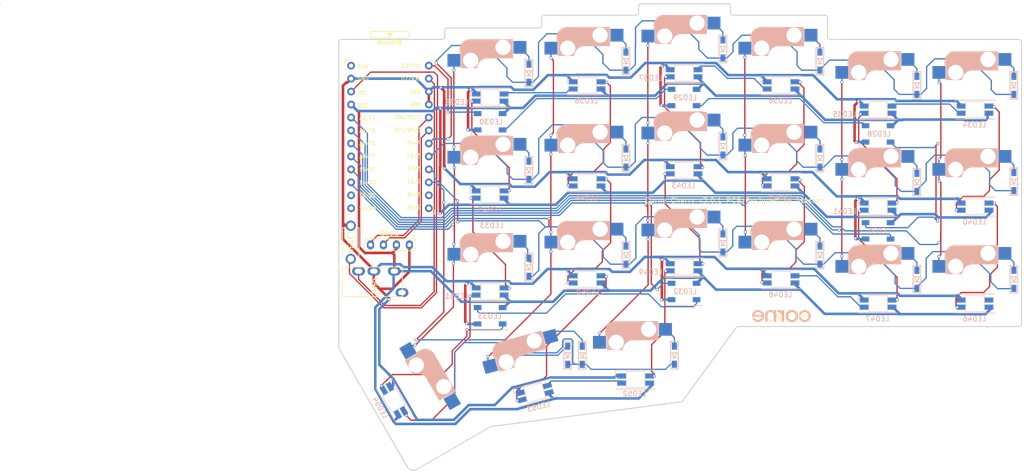
<source format=kicad_pcb>
(kicad_pcb (version 20171130) (host pcbnew "(5.1.10)-1")
  (title_block (title "Corne Cherry") (date 2020-09-28) (rev 3.0.1) (company foostan))
  (layers (0 F.Cu signal) (31 B.Cu signal) (34 B.Paste user) (35 F.Paste user) (36 B.SilkS user) (37 F.SilkS user) (38 B.Mask user) (39 F.Mask user) (44 Edge.Cuts user))
  (net 0 "")
  (net 1 "Net-(D22-Pad2)")
  (net 2 row0_r)
  (net 3 "Net-(D23-Pad2)")
  (net 4 "Net-(D24-Pad2)")
  (net 5 "Net-(D25-Pad2)")
  (net 6 "Net-(D26-Pad2)")
  (net 7 "Net-(D27-Pad2)")
  (net 8 row1_r)
  (net 9 "Net-(D28-Pad2)")
  (net 10 "Net-(D29-Pad2)")
  (net 11 "Net-(D30-Pad2)")
  (net 12 "Net-(D31-Pad2)")
  (net 13 "Net-(D32-Pad2)")
  (net 14 "Net-(D33-Pad2)")
  (net 15 row2_r)
  (net 16 "Net-(D34-Pad2)")
  (net 17 "Net-(D35-Pad2)")
  (net 18 "Net-(D36-Pad2)")
  (net 19 "Net-(D37-Pad2)")
  (net 20 "Net-(D38-Pad2)")
  (net 21 "Net-(D39-Pad2)")
  (net 22 "Net-(D40-Pad2)")
  (net 23 row3_r)
  (net 24 "Net-(D41-Pad2)")
  (net 25 "Net-(D42-Pad2)")
  (net 26 data_r)
  (net 27 SDA_r)
  (net 28 SCL_r)
  (net 29 LED_r)
  (net 30 reset_r)
  (net 31 col0_r)
  (net 32 col1_r)
  (net 33 col2_r)
  (net 34 col3_r)
  (net 35 col4_r)
  (net 36 col5_r)
  (net 37 VDD)
  (net 38 GNDA)
  (net 39 "Net-(LED28-Pad2)")
  (net 40 "Net-(LED29-Pad4)")
  (net 41 "Net-(LED32-Pad2)")
  (net 42 "Net-(LED34-Pad2)")
  (net 43 "Net-(LED35-Pad4)")
  (net 44 "Net-(LED37-Pad4)")
  (net 45 "Net-(LED38-Pad2)")
  (net 46 "Net-(LED39-Pad4)")
  (net 47 "Net-(LED28-Pad4)")
  (net 48 "Net-(LED31-Pad2)")
  (net 49 "Net-(LED33-Pad2)")
  (net 50 "Net-(LED40-Pad2)")
  (net 51 "Net-(LED41-Pad4)")
  (net 52 "Net-(LED42-Pad2)")
  (net 53 "Net-(LED43-Pad4)")
  (net 54 "Net-(LED44-Pad2)")
  (net 55 "Net-(LED45-Pad4)")
  (net 56 "Net-(LED47-Pad4)")
  (net 57 "Net-(LED49-Pad4)")
  (net 58 "Net-(LED50-Pad2)")
  (net 59 "Net-(LED51-Pad4)")
  (net 60 "Net-(LED52-Pad4)")
  (net 61 "Net-(LED34-Pad4)")
  (net 62 "Net-(LED36-Pad4)")
  (net 63 "Net-(LED36-Pad2)")
  (net 64 "Net-(LED38-Pad4)")
  (net 65 "Net-(U2-Pad11)")
  (net 66 "Net-(U2-Pad12)")
  (net 67 "Net-(U2-Pad13)")
  (net 68 "Net-(U2-Pad14)")
  (net 69 "Net-(U2-Pad24)")
  (net 70 "Net-(J3-PadA)")
  (net 71 "Net-(LED46-Pad2)")
  (module MountingHole:MountingHole_2.2mm_M2 (layer B.Cu) (at 168.8505 74.264 180)
    (fp_text reference Ref** hide)
    (fp_text value Val** hide)
    (pad 1 np_thru_hole circle (at 0 0 180) (size 2.2 2.2) (drill 2.2) (layers *.Cu *.Mask))
  )
  (module MountingHole:MountingHole_2.2mm_M2 (layer F.Cu) (at 191.1445 41.7755 180)
    (fp_text reference Ref** hide)
    (fp_text value Val** hide)
    (pad 1 np_thru_hole circle (at 0 0 180) (size 2.2 2.2) (drill 2.2) (layers *.Cu *.Mask))
  )
  (module MountingHole:MountingHole_2.2mm_M2 (layer F.Cu) (at 177.3895 89.145 180)
    (fp_text reference Ref** hide)
    (fp_text value Val** hide)
    (pad 1 np_thru_hole circle (at 0 0 180) (size 2.2 2.2) (drill 2.2) (layers *.Cu *.Mask))
  )
  (module MountingHole:MountingHole_2.2mm_M2 (layer F.Cu) (at 223.9555 81.5305 180)
    (fp_text reference Ref** hide)
    (fp_text value Val** hide)
    (pad 1 np_thru_hole circle (at 0 0 180) (size 2.2 2.2) (drill 2.2) (layers *.Cu *.Mask))
  )
  (module MountingHole:MountingHole_2.2mm_M2 (layer B.Cu) (at 267.1225 64.255 180)
    (fp_text reference Ref** hide)
    (fp_text value Val** hide)
    (pad 1 np_thru_hole circle (at 0 0 180) (size 2.2 2.2) (drill 2.2) (layers *.Cu *.Mask))
  )
  (module MountingHole:MountingHole_2.2mm_M2 (layer F.Cu) (at 267.0995 45.2655 180)
    (fp_text reference Ref** hide)
    (fp_text value Val** hide)
    (pad 1 np_thru_hole circle (at 0 0 180) (size 2.2 2.2) (drill 2.2) (layers *.Cu *.Mask))
  )
  (module MountingHole:MountingHole_2.2mm_M2 (layer B.Cu) (at 154.4185 82.785 180)
    (fp_text reference Ref** hide)
    (fp_text value Val** hide)
    (pad 1 np_thru_hole circle (at 0 0 180) (size 2.2 2.2) (drill 2.2) (layers *.Cu *.Mask))
  )
  (module kbd:D3_SMD_v2 (layer B.Cu) (at 265.2145 54.775 90)
    (fp_text reference D29 hide)
    (fp_text value D hide)
    (pad 2 smd rect (at 1.775 0 90) (size 1.4 1) (layers B.Cu B.Paste B.Mask) (net 10 "Net-(D29-Pad2)"))
    (pad 1 smd rect (at -1.775 0 90) (size 1.4 1) (layers B.Cu B.Paste B.Mask) (net 8 row1_r))
  )
  (module kbd:D3_SMD_v2 (layer B.Cu) (at 196.8145 88.65 90)
    (fp_text reference D42 hide)
    (fp_text value D hide)
    (pad 2 smd rect (at 1.775 0 90) (size 1.4 1) (layers B.Cu B.Paste B.Mask) (net 25 "Net-(D42-Pad2)"))
    (pad 1 smd rect (at -1.775 0 90) (size 1.4 1) (layers B.Cu B.Paste B.Mask) (net 23 row3_r))
  )
  (module kbd:D3_SMD_v2 (layer B.Cu) (at 265.2145 35.775 90)
    (fp_text reference D23 hide)
    (fp_text value D hide)
    (pad 2 smd rect (at 1.775 0 90) (size 1.4 1) (layers B.Cu B.Paste B.Mask) (net 3 "Net-(D23-Pad2)"))
    (pad 1 smd rect (at -1.775 0 90) (size 1.4 1) (layers B.Cu B.Paste B.Mask) (net 2 row0_r))
  )
  (module kbd:D3_SMD_v2 (layer B.Cu) (at 208.2145 50.025 90)
    (fp_text reference D32 hide)
    (fp_text value D hide)
    (pad 2 smd rect (at 1.775 0 90) (size 1.4 1) (layers B.Cu B.Paste B.Mask) (net 13 "Net-(D32-Pad2)"))
    (pad 1 smd rect (at -1.775 0 90) (size 1.4 1) (layers B.Cu B.Paste B.Mask) (net 8 row1_r))
  )
  (module kbd:D3_SMD_v2 (layer B.Cu) (at 189.2075 52.405 90)
    (fp_text reference D33 hide)
    (fp_text value D hide)
    (pad 2 smd rect (at 1.775 0 90) (size 1.4 1) (layers B.Cu B.Paste B.Mask) (net 14 "Net-(D33-Pad2)"))
    (pad 1 smd rect (at -1.775 0 90) (size 1.4 1) (layers B.Cu B.Paste B.Mask) (net 8 row1_r))
  )
  (module kbd:D3_SMD_v2 (layer B.Cu) (at 284.2145 73.775 90)
    (fp_text reference D34 hide)
    (fp_text value D hide)
    (pad 2 smd rect (at 1.775 0 90) (size 1.4 1) (layers B.Cu B.Paste B.Mask) (net 16 "Net-(D34-Pad2)"))
    (pad 1 smd rect (at -1.775 0 90) (size 1.4 1) (layers B.Cu B.Paste B.Mask) (net 15 row2_r))
  )
  (module kbd:D3_SMD_v2 (layer B.Cu) (at 227.2145 66.65 90)
    (fp_text reference D37 hide)
    (fp_text value D hide)
    (pad 2 smd rect (at 1.775 0 90) (size 1.4 1) (layers B.Cu B.Paste B.Mask) (net 19 "Net-(D37-Pad2)"))
    (pad 1 smd rect (at -1.775 0 90) (size 1.4 1) (layers B.Cu B.Paste B.Mask) (net 15 row2_r))
  )
  (module kbd:D3_SMD_v2 (layer B.Cu) (at 246.2145 50.025 90)
    (fp_text reference D30 hide)
    (fp_text value D hide)
    (pad 2 smd rect (at 1.775 0 90) (size 1.4 1) (layers B.Cu B.Paste B.Mask) (net 11 "Net-(D30-Pad2)"))
    (pad 1 smd rect (at -1.775 0 90) (size 1.4 1) (layers B.Cu B.Paste B.Mask) (net 8 row1_r))
  )
  (module kbd:D3_SMD_v2 (layer B.Cu) (at 284.2145 35.775 90)
    (fp_text reference D22 hide)
    (fp_text value D hide)
    (pad 2 smd rect (at 1.775 0 90) (size 1.4 1) (layers B.Cu B.Paste B.Mask) (net 1 "Net-(D22-Pad2)"))
    (pad 1 smd rect (at -1.775 0 90) (size 1.4 1) (layers B.Cu B.Paste B.Mask) (net 2 row0_r))
  )
  (module kbd:D3_SMD_v2 (layer B.Cu) (at 246.2145 31.025 90)
    (fp_text reference D24 hide)
    (fp_text value D hide)
    (pad 2 smd rect (at 1.775 0 90) (size 1.4 1) (layers B.Cu B.Paste B.Mask) (net 4 "Net-(D24-Pad2)"))
    (pad 1 smd rect (at -1.775 0 90) (size 1.4 1) (layers B.Cu B.Paste B.Mask) (net 2 row0_r))
  )
  (module kbd:D3_SMD_v2 (layer B.Cu) (at 246.2145 69.025 90)
    (fp_text reference D36 hide)
    (fp_text value D hide)
    (pad 2 smd rect (at 1.775 0 90) (size 1.4 1) (layers B.Cu B.Paste B.Mask) (net 18 "Net-(D36-Pad2)"))
    (pad 1 smd rect (at -1.775 0 90) (size 1.4 1) (layers B.Cu B.Paste B.Mask) (net 15 row2_r))
  )
  (module kbd:D3_SMD_v2 (layer B.Cu) (at 208.2145 69.025 90)
    (fp_text reference D38 hide)
    (fp_text value D hide)
    (pad 2 smd rect (at 1.775 0 90) (size 1.4 1) (layers B.Cu B.Paste B.Mask) (net 20 "Net-(D38-Pad2)"))
    (pad 1 smd rect (at -1.775 0 90) (size 1.4 1) (layers B.Cu B.Paste B.Mask) (net 15 row2_r))
  )
  (module kbd:D3_SMD_v2 (layer B.Cu) (at 189.2075 33.405 90)
    (fp_text reference D27 hide)
    (fp_text value D hide)
    (pad 2 smd rect (at 1.775 0 90) (size 1.4 1) (layers B.Cu B.Paste B.Mask) (net 7 "Net-(D27-Pad2)"))
    (pad 1 smd rect (at -1.775 0 90) (size 1.4 1) (layers B.Cu B.Paste B.Mask) (net 2 row0_r))
  )
  (module kbd:D3_SMD_v2 (layer B.Cu) (at 208.2145 31.025 90)
    (fp_text reference D26 hide)
    (fp_text value D hide)
    (pad 2 smd rect (at 1.775 0 90) (size 1.4 1) (layers B.Cu B.Paste B.Mask) (net 6 "Net-(D26-Pad2)"))
    (pad 1 smd rect (at -1.775 0 90) (size 1.4 1) (layers B.Cu B.Paste B.Mask) (net 2 row0_r))
  )
  (module kbd:D3_SMD_v2 (layer B.Cu) (at 227.2145 47.65 90)
    (fp_text reference D31 hide)
    (fp_text value D hide)
    (pad 2 smd rect (at 1.775 0 90) (size 1.4 1) (layers B.Cu B.Paste B.Mask) (net 12 "Net-(D31-Pad2)"))
    (pad 1 smd rect (at -1.775 0 90) (size 1.4 1) (layers B.Cu B.Paste B.Mask) (net 8 row1_r))
  )
  (module kbd:D3_SMD_v2 (layer B.Cu) (at 265.2145 73.775 90)
    (fp_text reference D35 hide)
    (fp_text value D hide)
    (pad 2 smd rect (at 1.775 0 90) (size 1.4 1) (layers B.Cu B.Paste B.Mask) (net 17 "Net-(D35-Pad2)"))
    (pad 1 smd rect (at -1.775 0 90) (size 1.4 1) (layers B.Cu B.Paste B.Mask) (net 15 row2_r))
  )
  (module kbd:D3_SMD_v2 (layer B.Cu) (at 189.2075 71.405 90)
    (fp_text reference D39 hide)
    (fp_text value D hide)
    (pad 2 smd rect (at 1.775 0 90) (size 1.4 1) (layers B.Cu B.Paste B.Mask) (net 21 "Net-(D39-Pad2)"))
    (pad 1 smd rect (at -1.775 0 90) (size 1.4 1) (layers B.Cu B.Paste B.Mask) (net 15 row2_r))
  )
  (module kbd:D3_SMD_v2 (layer B.Cu) (at 217.7145 88.635 90)
    (fp_text reference D40 hide)
    (fp_text value D hide)
    (pad 2 smd rect (at 1.775 0 90) (size 1.4 1) (layers B.Cu B.Paste B.Mask) (net 22 "Net-(D40-Pad2)"))
    (pad 1 smd rect (at -1.775 0 90) (size 1.4 1) (layers B.Cu B.Paste B.Mask) (net 23 row3_r))
  )
  (module kbd:D3_SMD_v2 (layer B.Cu) (at 284.2145 54.625 90)
    (fp_text reference D28 hide)
    (fp_text value D hide)
    (pad 2 smd rect (at 1.775 0 90) (size 1.4 1) (layers B.Cu B.Paste B.Mask) (net 9 "Net-(D28-Pad2)"))
    (pad 1 smd rect (at -1.775 0 90) (size 1.4 1) (layers B.Cu B.Paste B.Mask) (net 8 row1_r))
  )
  (module kbd:D3_SMD_v2 (layer B.Cu) (at 199.6645 88.65 90)
    (fp_text reference D41 hide)
    (fp_text value D hide)
    (pad 2 smd rect (at 1.775 0 90) (size 1.4 1) (layers B.Cu B.Paste B.Mask) (net 24 "Net-(D41-Pad2)"))
    (pad 1 smd rect (at -1.775 0 90) (size 1.4 1) (layers B.Cu B.Paste B.Mask) (net 23 row3_r))
  )
  (module kbd:CherryMX_Hotswap (layer F.Cu) (at 200.6145 50.025)
    (fp_text reference SW32 hide)
    (fp_text value SW_PUSH hide)
    (pad "" np_thru_hole circle (at 2.54 -5.08) (size 3 3) (drill 3) (layers *.Cu *.Mask))
    (pad "" np_thru_hole circle (at -3.81 -2.54) (size 3 3) (drill 3) (layers *.Cu *.Mask))
    (pad 2 smd rect (at 5.842 -5.08 180) (size 2.55 2.5) (layers B.Cu B.Paste B.Mask) (net 13 "Net-(D32-Pad2)"))
    (pad "" np_thru_hole circle (at -5.08 0) (size 1.9 1.9) (drill 1.9) (layers *.Cu *.Mask))
    (pad "" np_thru_hole circle (at 5.08 0) (size 1.9 1.9) (drill 1.9) (layers *.Cu *.Mask))
    (pad "" np_thru_hole circle (at 0 0 90) (size 4.1 4.1) (drill 4.1) (layers *.Cu *.Mask))
    (pad 1 smd rect (at -7.085 -2.54 180) (size 2.55 2.5) (layers B.Cu B.Paste B.Mask) (net 35 col4_r))
  )
  (module kbd:CherryMX_Hotswap (layer F.Cu) (at 181.6075 33.405)
    (fp_text reference SW27 hide)
    (fp_text value SW_PUSH hide)
    (pad "" np_thru_hole circle (at 2.54 -5.08) (size 3 3) (drill 3) (layers *.Cu *.Mask))
    (pad "" np_thru_hole circle (at -3.81 -2.54) (size 3 3) (drill 3) (layers *.Cu *.Mask))
    (pad 2 smd rect (at 5.842 -5.08 180) (size 2.55 2.5) (layers B.Cu B.Paste B.Mask) (net 7 "Net-(D27-Pad2)"))
    (pad "" np_thru_hole circle (at -5.08 0) (size 1.9 1.9) (drill 1.9) (layers *.Cu *.Mask))
    (pad "" np_thru_hole circle (at 5.08 0) (size 1.9 1.9) (drill 1.9) (layers *.Cu *.Mask))
    (pad "" np_thru_hole circle (at 0 0 90) (size 4.1 4.1) (drill 4.1) (layers *.Cu *.Mask))
    (pad 1 smd rect (at -7.085 -2.54 180) (size 2.55 2.5) (layers B.Cu B.Paste B.Mask) (net 36 col5_r))
  )
  (module kbd:CherryMX_Hotswap (layer F.Cu) (at 257.6145 54.775)
    (fp_text reference SW29 hide)
    (fp_text value SW_PUSH hide)
    (pad "" np_thru_hole circle (at 2.54 -5.08) (size 3 3) (drill 3) (layers *.Cu *.Mask))
    (pad "" np_thru_hole circle (at -3.81 -2.54) (size 3 3) (drill 3) (layers *.Cu *.Mask))
    (pad 2 smd rect (at 5.842 -5.08 180) (size 2.55 2.5) (layers B.Cu B.Paste B.Mask) (net 10 "Net-(D29-Pad2)"))
    (pad "" np_thru_hole circle (at -5.08 0) (size 1.9 1.9) (drill 1.9) (layers *.Cu *.Mask))
    (pad "" np_thru_hole circle (at 5.08 0) (size 1.9 1.9) (drill 1.9) (layers *.Cu *.Mask))
    (pad "" np_thru_hole circle (at 0 0 90) (size 4.1 4.1) (drill 4.1) (layers *.Cu *.Mask))
    (pad 1 smd rect (at -7.085 -2.54 180) (size 2.55 2.5) (layers B.Cu B.Paste B.Mask) (net 32 col1_r))
  )
  (module kbd:CherryMX_Hotswap (layer F.Cu) (at 276.6145 73.775)
    (fp_text reference SW34 hide)
    (fp_text value SW_PUSH hide)
    (pad "" np_thru_hole circle (at 2.54 -5.08) (size 3 3) (drill 3) (layers *.Cu *.Mask))
    (pad "" np_thru_hole circle (at -3.81 -2.54) (size 3 3) (drill 3) (layers *.Cu *.Mask))
    (pad 2 smd rect (at 5.842 -5.08 180) (size 2.55 2.5) (layers B.Cu B.Paste B.Mask) (net 16 "Net-(D34-Pad2)"))
    (pad "" np_thru_hole circle (at -5.08 0) (size 1.9 1.9) (drill 1.9) (layers *.Cu *.Mask))
    (pad "" np_thru_hole circle (at 5.08 0) (size 1.9 1.9) (drill 1.9) (layers *.Cu *.Mask))
    (pad "" np_thru_hole circle (at 0 0 90) (size 4.1 4.1) (drill 4.1) (layers *.Cu *.Mask))
    (pad 1 smd rect (at -7.085 -2.54 180) (size 2.55 2.5) (layers B.Cu B.Paste B.Mask) (net 31 col0_r))
  )
  (module kbd:CherryMX_Hotswap (layer F.Cu) (at 257.6145 35.775)
    (fp_text reference SW23 hide)
    (fp_text value SW_PUSH hide)
    (pad "" np_thru_hole circle (at 2.54 -5.08) (size 3 3) (drill 3) (layers *.Cu *.Mask))
    (pad "" np_thru_hole circle (at -3.81 -2.54) (size 3 3) (drill 3) (layers *.Cu *.Mask))
    (pad 2 smd rect (at 5.842 -5.08 180) (size 2.55 2.5) (layers B.Cu B.Paste B.Mask) (net 3 "Net-(D23-Pad2)"))
    (pad "" np_thru_hole circle (at -5.08 0) (size 1.9 1.9) (drill 1.9) (layers *.Cu *.Mask))
    (pad "" np_thru_hole circle (at 5.08 0) (size 1.9 1.9) (drill 1.9) (layers *.Cu *.Mask))
    (pad "" np_thru_hole circle (at 0 0 90) (size 4.1 4.1) (drill 4.1) (layers *.Cu *.Mask))
    (pad 1 smd rect (at -7.085 -2.54 180) (size 2.55 2.5) (layers B.Cu B.Paste B.Mask) (net 32 col1_r))
  )
  (module kbd:CherryMX_Hotswap (layer F.Cu) (at 238.6145 31.025)
    (fp_text reference SW24 hide)
    (fp_text value SW_PUSH hide)
    (pad "" np_thru_hole circle (at 2.54 -5.08) (size 3 3) (drill 3) (layers *.Cu *.Mask))
    (pad "" np_thru_hole circle (at -3.81 -2.54) (size 3 3) (drill 3) (layers *.Cu *.Mask))
    (pad 2 smd rect (at 5.842 -5.08 180) (size 2.55 2.5) (layers B.Cu B.Paste B.Mask) (net 4 "Net-(D24-Pad2)"))
    (pad "" np_thru_hole circle (at -5.08 0) (size 1.9 1.9) (drill 1.9) (layers *.Cu *.Mask))
    (pad "" np_thru_hole circle (at 5.08 0) (size 1.9 1.9) (drill 1.9) (layers *.Cu *.Mask))
    (pad "" np_thru_hole circle (at 0 0 90) (size 4.1 4.1) (drill 4.1) (layers *.Cu *.Mask))
    (pad 1 smd rect (at -7.085 -2.54 180) (size 2.55 2.5) (layers B.Cu B.Paste B.Mask) (net 33 col2_r))
  )
  (module kbd:CherryMX_Hotswap (layer F.Cu) (at 238.6145 50.025)
    (fp_text reference SW30 hide)
    (fp_text value SW_PUSH hide)
    (pad "" np_thru_hole circle (at 2.54 -5.08) (size 3 3) (drill 3) (layers *.Cu *.Mask))
    (pad "" np_thru_hole circle (at -3.81 -2.54) (size 3 3) (drill 3) (layers *.Cu *.Mask))
    (pad 2 smd rect (at 5.842 -5.08 180) (size 2.55 2.5) (layers B.Cu B.Paste B.Mask) (net 11 "Net-(D30-Pad2)"))
    (pad "" np_thru_hole circle (at -5.08 0) (size 1.9 1.9) (drill 1.9) (layers *.Cu *.Mask))
    (pad "" np_thru_hole circle (at 5.08 0) (size 1.9 1.9) (drill 1.9) (layers *.Cu *.Mask))
    (pad "" np_thru_hole circle (at 0 0 90) (size 4.1 4.1) (drill 4.1) (layers *.Cu *.Mask))
    (pad 1 smd rect (at -7.085 -2.54 180) (size 2.55 2.5) (layers B.Cu B.Paste B.Mask) (net 33 col2_r))
  )
  (module kbd:CherryMX_Hotswap (layer F.Cu) (at 276.6145 54.775)
    (fp_text reference SW28 hide)
    (fp_text value SW_PUSH hide)
    (pad "" np_thru_hole circle (at 2.54 -5.08) (size 3 3) (drill 3) (layers *.Cu *.Mask))
    (pad "" np_thru_hole circle (at -3.81 -2.54) (size 3 3) (drill 3) (layers *.Cu *.Mask))
    (pad 2 smd rect (at 5.842 -5.08 180) (size 2.55 2.5) (layers B.Cu B.Paste B.Mask) (net 9 "Net-(D28-Pad2)"))
    (pad "" np_thru_hole circle (at -5.08 0) (size 1.9 1.9) (drill 1.9) (layers *.Cu *.Mask))
    (pad "" np_thru_hole circle (at 5.08 0) (size 1.9 1.9) (drill 1.9) (layers *.Cu *.Mask))
    (pad "" np_thru_hole circle (at 0 0 90) (size 4.1 4.1) (drill 4.1) (layers *.Cu *.Mask))
    (pad 1 smd rect (at -7.085 -2.54 180) (size 2.55 2.5) (layers B.Cu B.Paste B.Mask) (net 31 col0_r))
  )
  (module kbd:CherryMX_Hotswap (layer F.Cu) (at 219.6145 47.65)
    (fp_text reference SW31 hide)
    (fp_text value SW_PUSH hide)
    (pad "" np_thru_hole circle (at 2.54 -5.08) (size 3 3) (drill 3) (layers *.Cu *.Mask))
    (pad "" np_thru_hole circle (at -3.81 -2.54) (size 3 3) (drill 3) (layers *.Cu *.Mask))
    (pad 2 smd rect (at 5.842 -5.08 180) (size 2.55 2.5) (layers B.Cu B.Paste B.Mask) (net 12 "Net-(D31-Pad2)"))
    (pad "" np_thru_hole circle (at -5.08 0) (size 1.9 1.9) (drill 1.9) (layers *.Cu *.Mask))
    (pad "" np_thru_hole circle (at 5.08 0) (size 1.9 1.9) (drill 1.9) (layers *.Cu *.Mask))
    (pad "" np_thru_hole circle (at 0 0 90) (size 4.1 4.1) (drill 4.1) (layers *.Cu *.Mask))
    (pad 1 smd rect (at -7.085 -2.54 180) (size 2.55 2.5) (layers B.Cu B.Paste B.Mask) (net 34 col3_r))
  )
  (module kbd:CherryMX_Hotswap (layer F.Cu) (at 200.6145 69.025)
    (fp_text reference SW38 hide)
    (fp_text value SW_PUSH hide)
    (pad "" np_thru_hole circle (at 2.54 -5.08) (size 3 3) (drill 3) (layers *.Cu *.Mask))
    (pad "" np_thru_hole circle (at -3.81 -2.54) (size 3 3) (drill 3) (layers *.Cu *.Mask))
    (pad 2 smd rect (at 5.842 -5.08 180) (size 2.55 2.5) (layers B.Cu B.Paste B.Mask) (net 20 "Net-(D38-Pad2)"))
    (pad "" np_thru_hole circle (at -5.08 0) (size 1.9 1.9) (drill 1.9) (layers *.Cu *.Mask))
    (pad "" np_thru_hole circle (at 5.08 0) (size 1.9 1.9) (drill 1.9) (layers *.Cu *.Mask))
    (pad "" np_thru_hole circle (at 0 0 90) (size 4.1 4.1) (drill 4.1) (layers *.Cu *.Mask))
    (pad 1 smd rect (at -7.085 -2.54 180) (size 2.55 2.5) (layers B.Cu B.Paste B.Mask) (net 35 col4_r))
  )
  (module kbd:CherryMX_Hotswap (layer F.Cu) (at 219.6145 28.65)
    (fp_text reference SW25 hide)
    (fp_text value SW_PUSH hide)
    (pad "" np_thru_hole circle (at 2.54 -5.08) (size 3 3) (drill 3) (layers *.Cu *.Mask))
    (pad "" np_thru_hole circle (at -3.81 -2.54) (size 3 3) (drill 3) (layers *.Cu *.Mask))
    (pad 2 smd rect (at 5.842 -5.08 180) (size 2.55 2.5) (layers B.Cu B.Paste B.Mask) (net 5 "Net-(D25-Pad2)"))
    (pad "" np_thru_hole circle (at -5.08 0) (size 1.9 1.9) (drill 1.9) (layers *.Cu *.Mask))
    (pad "" np_thru_hole circle (at 5.08 0) (size 1.9 1.9) (drill 1.9) (layers *.Cu *.Mask))
    (pad "" np_thru_hole circle (at 0 0 90) (size 4.1 4.1) (drill 4.1) (layers *.Cu *.Mask))
    (pad 1 smd rect (at -7.085 -2.54 180) (size 2.55 2.5) (layers B.Cu B.Paste B.Mask) (net 34 col3_r))
  )
  (module kbd:CherryMX_Hotswap (layer F.Cu) (at 210.1145 88.65)
    (fp_text reference SW40 hide)
    (fp_text value SW_PUSH hide)
    (pad "" np_thru_hole circle (at 2.54 -5.08) (size 3 3) (drill 3) (layers *.Cu *.Mask))
    (pad "" np_thru_hole circle (at -3.81 -2.54) (size 3 3) (drill 3) (layers *.Cu *.Mask))
    (pad 2 smd rect (at 5.842 -5.08 180) (size 2.55 2.5) (layers B.Cu B.Paste B.Mask) (net 22 "Net-(D40-Pad2)"))
    (pad "" np_thru_hole circle (at -5.08 0) (size 1.9 1.9) (drill 1.9) (layers *.Cu *.Mask))
    (pad "" np_thru_hole circle (at 5.08 0) (size 1.9 1.9) (drill 1.9) (layers *.Cu *.Mask))
    (pad "" np_thru_hole circle (at 0 0 90) (size 4.1 4.1) (drill 4.1) (layers *.Cu *.Mask))
    (pad 1 smd rect (at -7.085 -2.54 180) (size 2.55 2.5) (layers B.Cu B.Paste B.Mask) (net 34 col3_r))
  )
  (module kbd:CherryMX_Hotswap (layer F.Cu) (at 189.1145 91.4 15)
    (fp_text reference SW41 hide)
    (fp_text value SW_PUSH hide)
    (pad "" np_thru_hole circle (at 2.54 -5.08 15) (size 3 3) (drill 3) (layers *.Cu *.Mask))
    (pad "" np_thru_hole circle (at -3.81 -2.54 15) (size 3 3) (drill 3) (layers *.Cu *.Mask))
    (pad 2 smd rect (at 5.842 -5.08 195) (size 2.55 2.5) (layers B.Cu B.Paste B.Mask) (net 24 "Net-(D41-Pad2)"))
    (pad "" np_thru_hole circle (at -5.08 0 15) (size 1.9 1.9) (drill 1.9) (layers *.Cu *.Mask))
    (pad "" np_thru_hole circle (at 5.08 0 15) (size 1.9 1.9) (drill 1.9) (layers *.Cu *.Mask))
    (pad "" np_thru_hole circle (at 0 0 105) (size 4.1 4.1) (drill 4.1) (layers *.Cu *.Mask))
    (pad 1 smd rect (at -7.085 -2.54 195) (size 2.55 2.5) (layers B.Cu B.Paste B.Mask) (net 35 col4_r))
  )
  (module kbd:CherryMX_Hotswap (layer F.Cu) (at 238.6145 69.025)
    (fp_text reference SW36 hide)
    (fp_text value SW_PUSH hide)
    (pad "" np_thru_hole circle (at 2.54 -5.08) (size 3 3) (drill 3) (layers *.Cu *.Mask))
    (pad "" np_thru_hole circle (at -3.81 -2.54) (size 3 3) (drill 3) (layers *.Cu *.Mask))
    (pad 2 smd rect (at 5.842 -5.08 180) (size 2.55 2.5) (layers B.Cu B.Paste B.Mask) (net 18 "Net-(D36-Pad2)"))
    (pad "" np_thru_hole circle (at -5.08 0) (size 1.9 1.9) (drill 1.9) (layers *.Cu *.Mask))
    (pad "" np_thru_hole circle (at 5.08 0) (size 1.9 1.9) (drill 1.9) (layers *.Cu *.Mask))
    (pad "" np_thru_hole circle (at 0 0 90) (size 4.1 4.1) (drill 4.1) (layers *.Cu *.Mask))
    (pad 1 smd rect (at -7.085 -2.54 180) (size 2.55 2.5) (layers B.Cu B.Paste B.Mask) (net 33 col2_r))
  )
  (module kbd:corne-logo-horizontal (layer B.Cu) (at 238.5675 81.04 180)
    (fp_text reference G*** hide)
    (fp_text value LOGO hide)
  )
  (module kbd:corne-logo-horizontal (layer F.Cu) (at 238.7775 81.04)
    (fp_text reference G*** hide)
    (fp_text value LOGO hide)
  )
  (module kbd:CherryMX_Hotswap (layer F.Cu) (at 200.6145 31.025)
    (fp_text reference SW26 hide)
    (fp_text value SW_PUSH hide)
    (pad "" np_thru_hole circle (at 2.54 -5.08) (size 3 3) (drill 3) (layers *.Cu *.Mask))
    (pad "" np_thru_hole circle (at -3.81 -2.54) (size 3 3) (drill 3) (layers *.Cu *.Mask))
    (pad 2 smd rect (at 5.842 -5.08 180) (size 2.55 2.5) (layers B.Cu B.Paste B.Mask) (net 6 "Net-(D26-Pad2)"))
    (pad "" np_thru_hole circle (at -5.08 0) (size 1.9 1.9) (drill 1.9) (layers *.Cu *.Mask))
    (pad "" np_thru_hole circle (at 5.08 0) (size 1.9 1.9) (drill 1.9) (layers *.Cu *.Mask))
    (pad "" np_thru_hole circle (at 0 0 90) (size 4.1 4.1) (drill 4.1) (layers *.Cu *.Mask))
    (pad 1 smd rect (at -7.085 -2.54 180) (size 2.55 2.5) (layers B.Cu B.Paste B.Mask) (net 35 col4_r))
  )
  (module kbd:D3_SMD_v2 (layer B.Cu) (at 227.2145 28.65 90)
    (fp_text reference D25 hide)
    (fp_text value D hide)
    (pad 2 smd rect (at 1.775 0 90) (size 1.4 1) (layers B.Cu B.Paste B.Mask) (net 5 "Net-(D25-Pad2)"))
    (pad 1 smd rect (at -1.775 0 90) (size 1.4 1) (layers B.Cu B.Paste B.Mask) (net 2 row0_r))
  )
  (module LED_SMD:LED_WS2812B_PLCC4_5.0x5.0mm_P3.2mm (layer B.Cu) (at 257.6075 45.28 180)
    (fp_text reference LED28 (at -0.2 -0.01) (layer B.SilkS) (effects (justify mirror)))
    (fp_text value WS2812B)
    (pad 1 smd rect (at -2.45 1.6 180) (size 1.5 1) (layers B.Cu B.Paste B.Mask) (net 37 VDD))
    (pad 2 smd rect (at -2.45 -1.6 180) (size 1.5 1) (layers B.Cu B.Paste B.Mask) (net 39 "Net-(LED28-Pad2)"))
    (pad 4 smd rect (at 2.45 1.6 180) (size 1.5 1) (layers B.Cu B.Paste B.Mask) (net 47 "Net-(LED28-Pad4)"))
    (pad 3 smd rect (at 2.45 -1.6 180) (size 1.5 1) (layers B.Cu B.Paste B.Mask) (net 38 GNDA))
  )
  (module kbd:OLED_1side (layer F.Cu) (at 158.1775 67.02)
    (fp_text reference J4)
    (fp_text value OLED hide)
    (fp_text user OLED (at 3.75 -2.19) (layer F.SilkS))
    (pad 4 thru_hole oval (at 7.62 0) (size 1.397 1.778) (drill 0.8128) (layers *.Cu B.Mask) (net 38 GNDA))
    (pad 3 thru_hole oval (at 5.08 0) (size 1.397 1.778) (drill 0.8128) (layers *.Cu B.Mask) (net 37 VDD))
    (pad 2 thru_hole oval (at 2.54 0) (size 1.397 1.778) (drill 0.8128) (layers *.Cu B.Mask) (net 28 SCL_r))
    (pad 1 thru_hole oval (at 0 0) (size 1.397 1.778) (drill 0.8128) (layers *.Cu B.Mask) (net 27 SDA_r))
  )
  (module kbd:CherryMX_Hotswap_1.5u (layer F.Cu) (at 166.8645 95.15 300)
    (fp_text reference SW42 hide)
    (fp_text value SW_PUSH hide)
    (pad "" np_thru_hole circle (at 2.54 -5.08 300) (size 3 3) (drill 3) (layers *.Cu *.Mask))
    (pad "" np_thru_hole circle (at -3.81 -2.54 300) (size 3 3) (drill 3) (layers *.Cu *.Mask))
    (pad 2 smd rect (at 5.842 -5.08 120) (size 2.55 2.5) (layers B.Cu B.Paste B.Mask) (net 25 "Net-(D42-Pad2)"))
    (pad "" np_thru_hole circle (at -5.08 0 300) (size 1.9 1.9) (drill 1.9) (layers *.Cu *.Mask))
    (pad "" np_thru_hole circle (at 5.08 0 300) (size 1.9 1.9) (drill 1.9) (layers *.Cu *.Mask))
    (pad "" np_thru_hole circle (at 0 0 30) (size 4.1 4.1) (drill 4.1) (layers *.Cu *.Mask))
    (pad 1 smd rect (at -7.085 -2.54 120) (size 2.55 2.5) (layers B.Cu B.Paste B.Mask) (net 36 col5_r))
  )
  (module kbd:ResetSW_1side (layer F.Cu) (at 154.3045 66.522 270)
    (fp_text reference RSW2 hide)
    (fp_text value SW_PUSH)
    (fp_text user RESET (at 0 0 90) (layer F.SilkS))
    (pad 2 thru_hole circle (at -3.25 0 270) (size 2 2) (drill 1.3) (layers *.Cu B.Mask) (net 38 GNDA))
    (pad 1 thru_hole circle (at 3.25 0 270) (size 2 2) (drill 1.3) (layers *.Cu B.Mask) (net 30 reset_r))
  )
  (module kbd:MJ-4PP-9_1side (layer F.Cu) (at 152.5375 74.27 90)
    (fp_text reference J3)
    (fp_text value MJ-4PP-9 hide)
    (fp_text user TRRS (at -0.75 6.45 90) (layer F.SilkS))
    (pad A thru_hole oval (at -2.1 11.8 90) (size 1.7 2.5) (drill oval 1 1.5) (layers *.Cu B.Mask) (net 70 "Net-(J3-PadA)") (clearance 0.15))
    (pad D thru_hole oval (at 2.1 10.3 90) (size 1.7 2.5) (drill oval 1 1.5) (layers *.Cu B.Mask) (net 37 VDD) (clearance 0.15))
    (pad C thru_hole oval (at 2.1 6.3 90) (size 1.7 2.5) (drill oval 1 1.5) (layers *.Cu B.Mask) (net 38 GNDA))
    (pad B thru_hole oval (at 2.1 3.3 90) (size 1.7 2.5) (drill oval 1 1.5) (layers *.Cu B.Mask) (net 26 data_r))
    (pad "" np_thru_hole circle (at 0 8.5 90) (size 1.2 1.2) (drill 1.2) (layers *.Cu *.Mask))
    (pad "" np_thru_hole circle (at 0 1.5 90) (size 1.2 1.2) (drill 1.2) (layers *.Cu *.Mask))
  )
  (module kbd:ProMicro_v3 (layer F.Cu) (at 161.9875 46.39)
    (fp_text reference U2 hide)
    (fp_text value ProMicro hide)
    (fp_text user RAW (at -5.3355 -14.278 unlocked) (layer F.SilkS) (effects (font (size 0.75 0.67) (thickness 0.125))))
    (fp_text user GND (at 4.955 -6.9 unlocked) (layer F.SilkS) (effects (font (size 0.75 0.67) (thickness 0.125))))
    (fp_text user RST (at -5.3355 -9.1345 unlocked) (layer F.SilkS) (effects (font (size 0.75 0.67) (thickness 0.125))))
    (fp_text user VCC (at -5.3355 -6.658 unlocked) (layer F.SilkS) (effects (font (size 0.75 0.67) (thickness 0.125))))
    (fp_text user A3/F4 (at -4.395 -4.25 unlocked) (layer F.SilkS) (effects (font (size 0.75 0.67) (thickness 0.125))))
    (fp_text user A2/F5 (at -4.395 -1.75 unlocked) (layer F.SilkS) (effects (font (size 0.75 0.67) (thickness 0.125))))
    (fp_text user A1/F6 (at -4.395 0.75 unlocked) (layer F.SilkS) (effects (font (size 0.75 0.67) (thickness 0.125))))
    (fp_text user A0/F7 (at -4.395 3.3 unlocked) (layer F.SilkS) (effects (font (size 0.75 0.67) (thickness 0.125))))
    (fp_text user 15/B1 (at -4.395 5.85 unlocked) (layer F.SilkS) (effects (font (size 0.75 0.67) (thickness 0.125))))
    (fp_text user 14/B3 (at -4.395 8.4 unlocked) (layer F.SilkS) (effects (font (size 0.75 0.67) (thickness 0.125))))
    (fp_text user 10/B6 (at -4.395 13.45 unlocked) (layer F.SilkS) (effects (font (size 0.75 0.67) (thickness 0.125))))
    (fp_text user 16/B2 (at -4.395 10.95 unlocked) (layer F.SilkS) (effects (font (size 0.75 0.67) (thickness 0.125))))
    (fp_text user E6/7 (at 4.705 8.25 unlocked) (layer F.SilkS) (effects (font (size 0.75 0.67) (thickness 0.125))))
    (fp_text user D7/6 (at 4.705 5.7 unlocked) (layer F.SilkS) (effects (font (size 0.75 0.67) (thickness 0.125))))
    (fp_text user GND (at 4.955 -9.35 unlocked) (layer F.SilkS) (effects (font (size 0.75 0.67) (thickness 0.125))))
    (fp_text user GND (at 4.955 -6.9 unlocked) (layer F.SilkS) (effects (font (size 0.75 0.67) (thickness 0.125))))
    (fp_text user D3/TX0 (at 4.155 -14.45 unlocked) (layer F.SilkS) (effects (font (size 0.75 0.67) (thickness 0.125))))
    (fp_text user D4/4 (at 4.705 0.6 unlocked) (layer F.SilkS) (effects (font (size 0.75 0.67) (thickness 0.125))))
    (fp_text user SDA/D1/2 (at 3.455 -4.4 unlocked) (layer F.SilkS) (effects (font (size 0.75 0.67) (thickness 0.125))))
    (fp_text user SCL/D0/3 (at 3.455 -1.9 unlocked) (layer F.SilkS) (effects (font (size 0.75 0.67) (thickness 0.125))))
    (fp_text user C6/5 (at 4.705 3.15 unlocked) (layer F.SilkS) (effects (font (size 0.75 0.67) (thickness 0.125))))
    (fp_text user B5/9 (at 4.705 13.3 unlocked) (layer F.SilkS) (effects (font (size 0.75 0.67) (thickness 0.125))))
    (fp_text user D2/RX1 (at 4.155 -11.9 unlocked) (layer F.SilkS) (effects (font (size 0.75 0.67) (thickness 0.125))))
    (fp_text user B4/8 (at 4.705 10.8 unlocked) (layer F.SilkS) (effects (font (size 0.75 0.67) (thickness 0.125))))
    (fp_text user MicroUSB (at -0.05 -18.95) (layer F.SilkS) (effects (font (size 0.75 0.67) (thickness 0.125))))
    (fp_text user MicroUSB (at -0.05 -18.95) (layer F.SilkS) (effects (font (size 0.75 0.67) (thickness 0.125))))
    (fp_text user GND (at -5.22 -11.94) (layer F.SilkS) (effects (font (size 0.75 0.67) (thickness 0.125))))
    (pad 24 thru_hole circle (at -7.6086 -14.478) (size 1.524 1.524) (drill 0.8128) (layers *.Cu B.Mask) (net 69 "Net-(U2-Pad24)"))
    (pad 23 thru_hole circle (at -7.6086 -11.938) (size 1.524 1.524) (drill 0.8128) (layers *.Cu B.Mask) (net 38 GNDA))
    (pad 22 thru_hole circle (at -7.6086 -9.398) (size 1.524 1.524) (drill 0.8128) (layers *.Cu B.Mask) (net 30 reset_r))
    (pad 21 thru_hole circle (at -7.6086 -6.858) (size 1.524 1.524) (drill 0.8128) (layers *.Cu B.Mask) (net 37 VDD))
    (pad 20 thru_hole circle (at -7.6086 -4.318) (size 1.524 1.524) (drill 0.8128) (layers *.Cu B.Mask) (net 31 col0_r))
    (pad 19 thru_hole circle (at -7.6086 -1.778) (size 1.524 1.524) (drill 0.8128) (layers *.Cu B.Mask) (net 32 col1_r))
    (pad 18 thru_hole circle (at -7.6086 0.762) (size 1.524 1.524) (drill 0.8128) (layers *.Cu B.Mask) (net 33 col2_r))
    (pad 17 thru_hole circle (at -7.6086 3.302) (size 1.524 1.524) (drill 0.8128) (layers *.Cu B.Mask) (net 34 col3_r))
    (pad 16 thru_hole circle (at -7.6086 5.842) (size 1.524 1.524) (drill 0.8128) (layers *.Cu B.Mask) (net 35 col4_r))
    (pad 15 thru_hole circle (at -7.6086 8.382) (size 1.524 1.524) (drill 0.8128) (layers *.Cu B.Mask) (net 36 col5_r))
    (pad 14 thru_hole circle (at -7.6086 10.922) (size 1.524 1.524) (drill 0.8128) (layers *.Cu B.Mask) (net 68 "Net-(U2-Pad14)"))
    (pad 13 thru_hole circle (at -7.6086 13.462) (size 1.524 1.524) (drill 0.8128) (layers *.Cu B.Mask) (net 67 "Net-(U2-Pad13)"))
    (pad 12 thru_hole circle (at 7.6114 13.462) (size 1.524 1.524) (drill 0.8128) (layers *.Cu B.Mask) (net 66 "Net-(U2-Pad12)"))
    (pad 11 thru_hole circle (at 7.6114 10.922) (size 1.524 1.524) (drill 0.8128) (layers *.Cu B.Mask) (net 65 "Net-(U2-Pad11)"))
    (pad 10 thru_hole circle (at 7.6114 8.382) (size 1.524 1.524) (drill 0.8128) (layers *.Cu B.Mask) (net 23 row3_r))
    (pad 9 thru_hole circle (at 7.6114 5.842) (size 1.524 1.524) (drill 0.8128) (layers *.Cu B.Mask) (net 15 row2_r))
    (pad 8 thru_hole circle (at 7.6114 3.302) (size 1.524 1.524) (drill 0.8128) (layers *.Cu B.Mask) (net 8 row1_r))
    (pad 7 thru_hole circle (at 7.6114 0.762) (size 1.524 1.524) (drill 0.8128) (layers *.Cu B.Mask) (net 2 row0_r))
    (pad 6 thru_hole circle (at 7.6114 -1.778) (size 1.524 1.524) (drill 0.8128) (layers *.Cu B.Mask) (net 28 SCL_r))
    (pad 5 thru_hole circle (at 7.6114 -4.318) (size 1.524 1.524) (drill 0.8128) (layers *.Cu B.Mask) (net 27 SDA_r))
    (pad 4 thru_hole circle (at 7.6114 -6.858) (size 1.524 1.524) (drill 0.8128) (layers *.Cu B.Mask) (net 38 GNDA))
    (pad 3 thru_hole circle (at 7.6114 -9.398) (size 1.524 1.524) (drill 0.8128) (layers *.Cu B.Mask) (net 38 GNDA))
    (pad 2 thru_hole circle (at 7.6114 -11.938) (size 1.524 1.524) (drill 0.8128) (layers *.Cu B.Mask) (net 26 data_r))
    (pad 1 thru_hole circle (at 7.6114 -14.478) (size 1.524 1.524) (drill 0.8128) (layers *.Cu B.Mask) (net 29 LED_r))
  )
  (module kbd:CherryMX_Hotswap (layer F.Cu) (at 276.6145 35.775)
    (fp_text reference SW22 hide)
    (fp_text value SW_PUSH hide)
    (pad "" np_thru_hole circle (at 2.54 -5.08) (size 3 3) (drill 3) (layers *.Cu *.Mask))
    (pad "" np_thru_hole circle (at -3.81 -2.54) (size 3 3) (drill 3) (layers *.Cu *.Mask))
    (pad 2 smd rect (at 5.842 -5.08 180) (size 2.55 2.5) (layers B.Cu B.Paste B.Mask) (net 1 "Net-(D22-Pad2)"))
    (pad "" np_thru_hole circle (at -5.08 0) (size 1.9 1.9) (drill 1.9) (layers *.Cu *.Mask))
    (pad "" np_thru_hole circle (at 5.08 0) (size 1.9 1.9) (drill 1.9) (layers *.Cu *.Mask))
    (pad "" np_thru_hole circle (at 0 0 90) (size 4.1 4.1) (drill 4.1) (layers *.Cu *.Mask))
    (pad 1 smd rect (at -7.085 -2.54 180) (size 2.55 2.5) (layers B.Cu B.Paste B.Mask) (net 31 col0_r))
  )
  (module LED_SMD:LED_WS2812B_PLCC4_5.0x5.0mm_P3.2mm (layer B.Cu) (at 257.6075 64.28 180)
    (fp_text reference LED31 (at -0.2 -0.01) (layer B.SilkS) (effects (justify mirror)))
    (fp_text value WS2812B)
    (pad 1 smd rect (at -2.45 1.6 180) (size 1.5 1) (layers B.Cu B.Paste B.Mask) (net 37 VDD))
    (pad 2 smd rect (at -2.45 -1.6 180) (size 1.5 1) (layers B.Cu B.Paste B.Mask) (net 48 "Net-(LED31-Pad2)"))
    (pad 4 smd rect (at 2.45 1.6 180) (size 1.5 1) (layers B.Cu B.Paste B.Mask) (net 39 "Net-(LED28-Pad2)"))
    (pad 3 smd rect (at 2.45 -1.6 180) (size 1.5 1) (layers B.Cu B.Paste B.Mask) (net 38 GNDA))
  )
  (module LED_SMD:LED_WS2812B_PLCC4_5.0x5.0mm_P3.2mm (layer B.Cu) (at 181.6075 42.905 180)
    (fp_text reference LED30 (at -0.2 -0.01) (layer B.SilkS) (effects (justify mirror)))
    (fp_text value WS2812B)
    (pad 1 smd rect (at -2.45 1.6 180) (size 1.5 1) (layers B.Cu B.Paste B.Mask) (net 37 VDD))
    (pad 2 smd rect (at -2.45 -1.6 180) (size 1.5 1) (layers B.Cu B.Paste B.Mask) (net 40 "Net-(LED29-Pad4)"))
    (pad 4 smd rect (at 2.45 1.6 180) (size 1.5 1) (layers B.Cu B.Paste B.Mask) (net 29 LED_r))
    (pad 3 smd rect (at 2.45 -1.6 180) (size 1.5 1) (layers B.Cu B.Paste B.Mask) (net 38 GNDA))
  )
  (module LED_SMD:LED_WS2812B_PLCC4_5.0x5.0mm_P3.2mm (layer B.Cu) (at 181.6075 80.905 180)
    (fp_text reference LED33 (at -0.32 17.6875) (layer B.SilkS) (effects (justify mirror)))
    (fp_text value WS2812B)
    (fp_text user LED33 (at 0.04 -0.075) (layer B.SilkS) (effects (justify mirror)))
    (pad 1 smd rect (at -2.45 1.6 180) (size 1.5 1) (layers B.Cu B.Paste B.Mask) (net 37 VDD))
    (pad 2 smd rect (at -2.45 -1.6 180) (size 1.5 1) (layers B.Cu B.Paste B.Mask) (net 49 "Net-(LED33-Pad2)"))
    (pad 4 smd rect (at 2.45 1.6 180) (size 1.5 1) (layers B.Cu B.Paste B.Mask) (net 41 "Net-(LED32-Pad2)"))
    (pad 3 smd rect (at 2.45 -1.6 180) (size 1.5 1) (layers B.Cu B.Paste B.Mask) (net 38 GNDA))
  )
  (module LED_SMD:LED_WS2812B_PLCC4_5.0x5.0mm_P3.2mm (layer B.Cu) (at 219.6075 38.155 180)
    (fp_text reference LED29 (at -0.2 -0.01) (layer B.SilkS) (effects (justify mirror)))
    (fp_text value WS2812B)
    (pad 1 smd rect (at -2.45 1.6 180) (size 1.5 1) (layers B.Cu B.Paste B.Mask) (net 37 VDD))
    (pad 2 smd rect (at -2.45 -1.6 180) (size 1.5 1) (layers B.Cu B.Paste B.Mask) (net 47 "Net-(LED28-Pad4)"))
    (pad 4 smd rect (at 2.45 1.6 180) (size 1.5 1) (layers B.Cu B.Paste B.Mask) (net 40 "Net-(LED29-Pad4)"))
    (pad 3 smd rect (at 2.45 -1.6 180) (size 1.5 1) (layers B.Cu B.Paste B.Mask) (net 38 GNDA))
  )
  (module LED_SMD:LED_WS2812B_PLCC4_5.0x5.0mm_P3.2mm (layer B.Cu) (at 219.6075 76.155 180)
    (fp_text reference LED32 (at -0.2 -0.01) (layer B.SilkS) (effects (justify mirror)))
    (fp_text value WS2812B)
    (pad 1 smd rect (at -2.45 1.6 180) (size 1.5 1) (layers B.Cu B.Paste B.Mask) (net 37 VDD))
    (pad 2 smd rect (at -2.45 -1.6 180) (size 1.5 1) (layers B.Cu B.Paste B.Mask) (net 41 "Net-(LED32-Pad2)"))
    (pad 4 smd rect (at 2.45 1.6 180) (size 1.5 1) (layers B.Cu B.Paste B.Mask) (net 48 "Net-(LED31-Pad2)"))
    (pad 3 smd rect (at 2.45 -1.6 180) (size 1.5 1) (layers B.Cu B.Paste B.Mask) (net 38 GNDA))
  )
  (module kbd:YS-SK6812MINI-E (layer B.Cu) (at 200.6075 54.78)
    (fp_text reference LED44 (at -0.12 2.9875) (layer B.SilkS) (effects (justify mirror)))
    (fp_text value YS-SK6812MINI-E)
    (fp_line (start 1.8 1.55) (end -1.8 1.55) (layer Edge.Cuts) (width 0.12))
    (fp_line (start 1.8 -1.55) (end 1.8 1.55) (layer Edge.Cuts) (width 0.12))
    (fp_line (start -1.8 -1.55) (end 1.8 -1.55) (layer Edge.Cuts) (width 0.12))
    (fp_line (start -1.8 1.55) (end -1.8 -1.55) (layer Edge.Cuts) (width 0.12))
    (pad 2 smd rect (at 2.75 -0.7) (size 1.7 1) (layers B.Cu B.Paste B.Mask) (net 54 "Net-(LED44-Pad2)"))
    (pad 1 smd rect (at 2.75 0.7) (size 1.7 1) (layers B.Cu B.Paste B.Mask) (net 37 VDD))
    (pad 3 smd rect (at -2.75 -0.7) (size 1.7 1) (layers B.Cu B.Paste B.Mask) (net 38 GNDA))
    (pad 4 smd rect (at -2.75 0.7) (size 1.7 1) (layers B.Cu B.Paste B.Mask) (net 45 "Net-(LED38-Pad2)"))
  )
  (module kbd:YS-SK6812MINI-E (layer B.Cu) (at 219.6075 52.405)
    (fp_text reference LED43 (at -0.12 2.9875) (layer B.SilkS) (effects (justify mirror)))
    (fp_text value YS-SK6812MINI-E)
    (fp_line (start 1.8 1.55) (end -1.8 1.55) (layer Edge.Cuts) (width 0.12))
    (fp_line (start 1.8 -1.55) (end 1.8 1.55) (layer Edge.Cuts) (width 0.12))
    (fp_line (start -1.8 -1.55) (end 1.8 -1.55) (layer Edge.Cuts) (width 0.12))
    (fp_line (start -1.8 1.55) (end -1.8 -1.55) (layer Edge.Cuts) (width 0.12))
    (pad 2 smd rect (at 2.75 -0.7) (size 1.7 1) (layers B.Cu B.Paste B.Mask) (net 44 "Net-(LED37-Pad4)"))
    (pad 1 smd rect (at 2.75 0.7) (size 1.7 1) (layers B.Cu B.Paste B.Mask) (net 37 VDD))
    (pad 3 smd rect (at -2.75 -0.7) (size 1.7 1) (layers B.Cu B.Paste B.Mask) (net 38 GNDA))
    (pad 4 smd rect (at -2.75 0.7) (size 1.7 1) (layers B.Cu B.Paste B.Mask) (net 53 "Net-(LED43-Pad4)"))
  )
  (module kbd:YS-SK6812MINI-E (layer B.Cu) (at 181.6075 57.155)
    (fp_text reference LED45 (at -0.12 2.9875) (layer B.SilkS) (effects (justify mirror)))
    (fp_text value YS-SK6812MINI-E)
    (fp_line (start 1.8 1.55) (end -1.8 1.55) (layer Edge.Cuts) (width 0.12))
    (fp_line (start 1.8 -1.55) (end 1.8 1.55) (layer Edge.Cuts) (width 0.12))
    (fp_line (start -1.8 -1.55) (end 1.8 -1.55) (layer Edge.Cuts) (width 0.12))
    (fp_line (start -1.8 1.55) (end -1.8 -1.55) (layer Edge.Cuts) (width 0.12))
    (pad 2 smd rect (at 2.75 -0.7) (size 1.7 1) (layers B.Cu B.Paste B.Mask) (net 46 "Net-(LED39-Pad4)"))
    (pad 1 smd rect (at 2.75 0.7) (size 1.7 1) (layers B.Cu B.Paste B.Mask) (net 37 VDD))
    (pad 3 smd rect (at -2.75 -0.7) (size 1.7 1) (layers B.Cu B.Paste B.Mask) (net 38 GNDA))
    (pad 4 smd rect (at -2.75 0.7) (size 1.7 1) (layers B.Cu B.Paste B.Mask) (net 55 "Net-(LED45-Pad4)"))
  )
  (module kbd:YS-SK6812MINI-E (layer B.Cu) (at 276.6075 78.53)
    (fp_text reference LED46 (at -0.12 2.9875) (layer B.SilkS) (effects (justify mirror)))
    (fp_text value YS-SK6812MINI-E)
    (fp_line (start 1.8 1.55) (end -1.8 1.55) (layer Edge.Cuts) (width 0.12))
    (fp_line (start 1.8 -1.55) (end 1.8 1.55) (layer Edge.Cuts) (width 0.12))
    (fp_line (start -1.8 -1.55) (end 1.8 -1.55) (layer Edge.Cuts) (width 0.12))
    (fp_line (start -1.8 1.55) (end -1.8 -1.55) (layer Edge.Cuts) (width 0.12))
    (pad 2 smd rect (at 2.75 -0.7) (size 1.7 1) (layers B.Cu B.Paste B.Mask) (net 71 "Net-(LED46-Pad2)"))
    (pad 1 smd rect (at 2.75 0.7) (size 1.7 1) (layers B.Cu B.Paste B.Mask) (net 37 VDD))
    (pad 3 smd rect (at -2.75 -0.7) (size 1.7 1) (layers B.Cu B.Paste B.Mask) (net 38 GNDA))
    (pad 4 smd rect (at -2.75 0.7) (size 1.7 1) (layers B.Cu B.Paste B.Mask) (net 50 "Net-(LED40-Pad2)"))
  )
  (module kbd:YS-SK6812MINI-E (layer B.Cu) (at 238.6075 73.78)
    (fp_text reference LED48 (at -0.12 2.9875) (layer B.SilkS) (effects (justify mirror)))
    (fp_text value YS-SK6812MINI-E)
    (fp_line (start 1.8 1.55) (end -1.8 1.55) (layer Edge.Cuts) (width 0.12))
    (fp_line (start 1.8 -1.55) (end 1.8 1.55) (layer Edge.Cuts) (width 0.12))
    (fp_line (start -1.8 -1.55) (end 1.8 -1.55) (layer Edge.Cuts) (width 0.12))
    (fp_line (start -1.8 1.55) (end -1.8 -1.55) (layer Edge.Cuts) (width 0.12))
    (pad 2 smd rect (at 2.75 -0.7) (size 1.7 1) (layers B.Cu B.Paste B.Mask) (net 56 "Net-(LED47-Pad4)"))
    (pad 1 smd rect (at 2.75 0.7) (size 1.7 1) (layers B.Cu B.Paste B.Mask) (net 37 VDD))
    (pad 3 smd rect (at -2.75 -0.7) (size 1.7 1) (layers B.Cu B.Paste B.Mask) (net 38 GNDA))
    (pad 4 smd rect (at -2.75 0.7) (size 1.7 1) (layers B.Cu B.Paste B.Mask) (net 52 "Net-(LED42-Pad2)"))
  )
  (module kbd:YS-SK6812MINI-E (layer B.Cu) (at 219.6075 71.405)
    (fp_text reference LED49 (at -6.55 0.9175) (layer B.SilkS) (effects (justify mirror)))
    (fp_text value YS-SK6812MINI-E)
    (fp_line (start 1.8 1.55) (end -1.8 1.55) (layer Edge.Cuts) (width 0.12))
    (fp_line (start 1.8 -1.55) (end 1.8 1.55) (layer Edge.Cuts) (width 0.12))
    (fp_line (start -1.8 -1.55) (end 1.8 -1.55) (layer Edge.Cuts) (width 0.12))
    (fp_line (start -1.8 1.55) (end -1.8 -1.55) (layer Edge.Cuts) (width 0.12))
    (pad 2 smd rect (at 2.75 -0.7) (size 1.7 1) (layers B.Cu B.Paste B.Mask) (net 53 "Net-(LED43-Pad4)"))
    (pad 1 smd rect (at 2.75 0.7) (size 1.7 1) (layers B.Cu B.Paste B.Mask) (net 37 VDD))
    (pad 3 smd rect (at -2.75 -0.7) (size 1.7 1) (layers B.Cu B.Paste B.Mask) (net 38 GNDA))
    (pad 4 smd rect (at -2.75 0.7) (size 1.7 1) (layers B.Cu B.Paste B.Mask) (net 57 "Net-(LED49-Pad4)"))
  )
  (module kbd:YS-SK6812MINI-E (layer B.Cu) (at 257.6075 78.53)
    (fp_text reference LED47 (at -0.12 2.9875) (layer B.SilkS) (effects (justify mirror)))
    (fp_text value YS-SK6812MINI-E)
    (fp_line (start 1.8 1.55) (end -1.8 1.55) (layer Edge.Cuts) (width 0.12))
    (fp_line (start 1.8 -1.55) (end 1.8 1.55) (layer Edge.Cuts) (width 0.12))
    (fp_line (start -1.8 -1.55) (end 1.8 -1.55) (layer Edge.Cuts) (width 0.12))
    (fp_line (start -1.8 1.55) (end -1.8 -1.55) (layer Edge.Cuts) (width 0.12))
    (pad 2 smd rect (at 2.75 -0.7) (size 1.7 1) (layers B.Cu B.Paste B.Mask) (net 51 "Net-(LED41-Pad4)"))
    (pad 1 smd rect (at 2.75 0.7) (size 1.7 1) (layers B.Cu B.Paste B.Mask) (net 37 VDD))
    (pad 3 smd rect (at -2.75 -0.7) (size 1.7 1) (layers B.Cu B.Paste B.Mask) (net 38 GNDA))
    (pad 4 smd rect (at -2.75 0.7) (size 1.7 1) (layers B.Cu B.Paste B.Mask) (net 56 "Net-(LED47-Pad4)"))
  )
  (module kbd:YS-SK6812MINI-E (layer B.Cu) (at 200.6075 73.78)
    (fp_text reference LED50 (at 0.15539 2.48) (layer B.SilkS) (effects (justify mirror)))
    (fp_text value YS-SK6812MINI-E)
    (fp_line (start 1.8 1.55) (end -1.8 1.55) (layer Edge.Cuts) (width 0.12))
    (fp_line (start 1.8 -1.55) (end 1.8 1.55) (layer Edge.Cuts) (width 0.12))
    (fp_line (start -1.8 -1.55) (end 1.8 -1.55) (layer Edge.Cuts) (width 0.12))
    (fp_line (start -1.8 1.55) (end -1.8 -1.55) (layer Edge.Cuts) (width 0.12))
    (pad 2 smd rect (at 2.75 -0.7) (size 1.7 1) (layers B.Cu B.Paste B.Mask) (net 58 "Net-(LED50-Pad2)"))
    (pad 1 smd rect (at 2.75 0.7) (size 1.7 1) (layers B.Cu B.Paste B.Mask) (net 37 VDD))
    (pad 3 smd rect (at -2.75 -0.7) (size 1.7 1) (layers B.Cu B.Paste B.Mask) (net 38 GNDA))
    (pad 4 smd rect (at -2.75 0.7) (size 1.7 1) (layers B.Cu B.Paste B.Mask) (net 54 "Net-(LED44-Pad2)"))
  )
  (module kbd:YS-SK6812MINI-E (layer B.Cu) (at 181.6075 76.155)
    (fp_text reference LED51 (at -6.55 0.9175) (layer B.SilkS) (effects (justify mirror)))
    (fp_text value YS-SK6812MINI-E)
    (fp_line (start 1.8 1.55) (end -1.8 1.55) (layer Edge.Cuts) (width 0.12))
    (fp_line (start 1.8 -1.55) (end 1.8 1.55) (layer Edge.Cuts) (width 0.12))
    (fp_line (start -1.8 -1.55) (end 1.8 -1.55) (layer Edge.Cuts) (width 0.12))
    (fp_line (start -1.8 1.55) (end -1.8 -1.55) (layer Edge.Cuts) (width 0.12))
    (pad 2 smd rect (at 2.75 -0.7) (size 1.7 1) (layers B.Cu B.Paste B.Mask) (net 55 "Net-(LED45-Pad4)"))
    (pad 1 smd rect (at 2.75 0.7) (size 1.7 1) (layers B.Cu B.Paste B.Mask) (net 37 VDD))
    (pad 3 smd rect (at -2.75 -0.7) (size 1.7 1) (layers B.Cu B.Paste B.Mask) (net 38 GNDA))
    (pad 4 smd rect (at -2.75 0.7) (size 1.7 1) (layers B.Cu B.Paste B.Mask) (net 59 "Net-(LED51-Pad4)"))
  )
  (module kbd:YS-SK6812MINI-E (layer B.Cu) (at 210.1075 93.405)
    (fp_text reference LED52 (at -0.226454 2.77723) (layer B.SilkS) (effects (justify mirror)))
    (fp_text value YS-SK6812MINI-E)
    (fp_line (start 1.8 1.55) (end -1.8 1.55) (layer Edge.Cuts) (width 0.12))
    (fp_line (start 1.8 -1.55) (end 1.8 1.55) (layer Edge.Cuts) (width 0.12))
    (fp_line (start -1.8 -1.55) (end 1.8 -1.55) (layer Edge.Cuts) (width 0.12))
    (fp_line (start -1.8 1.55) (end -1.8 -1.55) (layer Edge.Cuts) (width 0.12))
    (pad 2 smd rect (at 2.75 -0.7) (size 1.7 1) (layers B.Cu B.Paste B.Mask) (net 57 "Net-(LED49-Pad4)"))
    (pad 1 smd rect (at 2.75 0.7) (size 1.7 1) (layers B.Cu B.Paste B.Mask) (net 37 VDD))
    (pad 3 smd rect (at -2.75 -0.7) (size 1.7 1) (layers B.Cu B.Paste B.Mask) (net 38 GNDA))
    (pad 4 smd rect (at -2.75 0.7) (size 1.7 1) (layers B.Cu B.Paste B.Mask) (net 60 "Net-(LED52-Pad4)"))
  )
  (module kbd:YS-SK6812MINI-E (layer B.Cu) (at 190.34389 95.988148 15)
    (fp_text reference LED53 (at 0.031182 2.833988 15) (layer B.SilkS) (effects (justify mirror)))
    (fp_text value YS-SK6812MINI-E)
    (fp_line (start 1.8 1.55) (end -1.8 1.55) (layer Edge.Cuts) (width 0.12))
    (fp_line (start 1.8 -1.55) (end 1.8 1.55) (layer Edge.Cuts) (width 0.12))
    (fp_line (start -1.8 -1.55) (end 1.8 -1.55) (layer Edge.Cuts) (width 0.12))
    (fp_line (start -1.8 1.55) (end -1.8 -1.55) (layer Edge.Cuts) (width 0.12))
    (pad 2 smd rect (at 2.75 -0.7 15) (size 1.7 1) (layers B.Cu B.Paste B.Mask) (net 60 "Net-(LED52-Pad4)"))
    (pad 1 smd rect (at 2.75 0.7 15) (size 1.7 1) (layers B.Cu B.Paste B.Mask) (net 37 VDD))
    (pad 3 smd rect (at -2.75 -0.7 15) (size 1.7 1) (layers B.Cu B.Paste B.Mask) (net 38 GNDA))
    (pad 4 smd rect (at -2.75 0.7 15) (size 1.7 1) (layers B.Cu B.Paste B.Mask) (net 58 "Net-(LED50-Pad2)"))
  )
  (module kbd:YS-SK6812MINI-E (layer B.Cu) (at 219.6075 33.405)
    (fp_text reference LED37 (at -6.55 0.9175) (layer B.SilkS) (effects (justify mirror)))
    (fp_text value YS-SK6812MINI-E)
    (fp_line (start 1.8 1.55) (end -1.8 1.55) (layer Edge.Cuts) (width 0.12))
    (fp_line (start 1.8 -1.55) (end 1.8 1.55) (layer Edge.Cuts) (width 0.12))
    (fp_line (start -1.8 -1.55) (end 1.8 -1.55) (layer Edge.Cuts) (width 0.12))
    (fp_line (start -1.8 1.55) (end -1.8 -1.55) (layer Edge.Cuts) (width 0.12))
    (pad 2 smd rect (at 2.75 -0.7) (size 1.7 1) (layers B.Cu B.Paste B.Mask) (net 62 "Net-(LED36-Pad4)"))
    (pad 1 smd rect (at 2.75 0.7) (size 1.7 1) (layers B.Cu B.Paste B.Mask) (net 37 VDD))
    (pad 3 smd rect (at -2.75 -0.7) (size 1.7 1) (layers B.Cu B.Paste B.Mask) (net 38 GNDA))
    (pad 4 smd rect (at -2.75 0.7) (size 1.7 1) (layers B.Cu B.Paste B.Mask) (net 44 "Net-(LED37-Pad4)"))
  )
  (module kbd:YS-SK6812MINI-E (layer B.Cu) (at 238.6075 35.78)
    (fp_text reference LED36 (at -0.12 2.9875) (layer B.SilkS) (effects (justify mirror)))
    (fp_text value YS-SK6812MINI-E)
    (fp_line (start 1.8 1.55) (end -1.8 1.55) (layer Edge.Cuts) (width 0.12))
    (fp_line (start 1.8 -1.55) (end 1.8 1.55) (layer Edge.Cuts) (width 0.12))
    (fp_line (start -1.8 -1.55) (end 1.8 -1.55) (layer Edge.Cuts) (width 0.12))
    (fp_line (start -1.8 1.55) (end -1.8 -1.55) (layer Edge.Cuts) (width 0.12))
    (pad 2 smd rect (at 2.75 -0.7) (size 1.7 1) (layers B.Cu B.Paste B.Mask) (net 63 "Net-(LED36-Pad2)"))
    (pad 1 smd rect (at 2.75 0.7) (size 1.7 1) (layers B.Cu B.Paste B.Mask) (net 37 VDD))
    (pad 3 smd rect (at -2.75 -0.7) (size 1.7 1) (layers B.Cu B.Paste B.Mask) (net 38 GNDA))
    (pad 4 smd rect (at -2.75 0.7) (size 1.7 1) (layers B.Cu B.Paste B.Mask) (net 62 "Net-(LED36-Pad4)"))
  )
  (module kbd:YS-SK6812MINI-E (layer B.Cu) (at 200.6075 35.78)
    (fp_text reference LED38 (at -0.12 2.9875) (layer B.SilkS) (effects (justify mirror)))
    (fp_text value YS-SK6812MINI-E)
    (fp_line (start 1.8 1.55) (end -1.8 1.55) (layer Edge.Cuts) (width 0.12))
    (fp_line (start 1.8 -1.55) (end 1.8 1.55) (layer Edge.Cuts) (width 0.12))
    (fp_line (start -1.8 -1.55) (end 1.8 -1.55) (layer Edge.Cuts) (width 0.12))
    (fp_line (start -1.8 1.55) (end -1.8 -1.55) (layer Edge.Cuts) (width 0.12))
    (pad 2 smd rect (at 2.75 -0.7) (size 1.7 1) (layers B.Cu B.Paste B.Mask) (net 45 "Net-(LED38-Pad2)"))
    (pad 1 smd rect (at 2.75 0.7) (size 1.7 1) (layers B.Cu B.Paste B.Mask) (net 37 VDD))
    (pad 3 smd rect (at -2.75 -0.7) (size 1.7 1) (layers B.Cu B.Paste B.Mask) (net 38 GNDA))
    (pad 4 smd rect (at -2.75 0.7) (size 1.7 1) (layers B.Cu B.Paste B.Mask) (net 64 "Net-(LED38-Pad4)"))
  )
  (module kbd:YS-SK6812MINI-E (layer B.Cu) (at 181.6075 38.155)
    (fp_text reference LED39 (at -6.55 0.9175) (layer B.SilkS) (effects (justify mirror)))
    (fp_text value YS-SK6812MINI-E)
    (fp_line (start 1.8 1.55) (end -1.8 1.55) (layer Edge.Cuts) (width 0.12))
    (fp_line (start 1.8 -1.55) (end 1.8 1.55) (layer Edge.Cuts) (width 0.12))
    (fp_line (start -1.8 -1.55) (end 1.8 -1.55) (layer Edge.Cuts) (width 0.12))
    (fp_line (start -1.8 1.55) (end -1.8 -1.55) (layer Edge.Cuts) (width 0.12))
    (pad 2 smd rect (at 2.75 -0.7) (size 1.7 1) (layers B.Cu B.Paste B.Mask) (net 64 "Net-(LED38-Pad4)"))
    (pad 1 smd rect (at 2.75 0.7) (size 1.7 1) (layers B.Cu B.Paste B.Mask) (net 37 VDD))
    (pad 3 smd rect (at -2.75 -0.7) (size 1.7 1) (layers B.Cu B.Paste B.Mask) (net 38 GNDA))
    (pad 4 smd rect (at -2.75 0.7) (size 1.7 1) (layers B.Cu B.Paste B.Mask) (net 46 "Net-(LED39-Pad4)"))
  )
  (module kbd:YS-SK6812MINI-E (layer B.Cu) (at 276.6075 59.53)
    (fp_text reference LED40 (at -0.12 2.9875) (layer B.SilkS) (effects (justify mirror)))
    (fp_text value YS-SK6812MINI-E)
    (fp_line (start 1.8 1.55) (end -1.8 1.55) (layer Edge.Cuts) (width 0.12))
    (fp_line (start 1.8 -1.55) (end 1.8 1.55) (layer Edge.Cuts) (width 0.12))
    (fp_line (start -1.8 -1.55) (end 1.8 -1.55) (layer Edge.Cuts) (width 0.12))
    (fp_line (start -1.8 1.55) (end -1.8 -1.55) (layer Edge.Cuts) (width 0.12))
    (pad 2 smd rect (at 2.75 -0.7) (size 1.7 1) (layers B.Cu B.Paste B.Mask) (net 50 "Net-(LED40-Pad2)"))
    (pad 1 smd rect (at 2.75 0.7) (size 1.7 1) (layers B.Cu B.Paste B.Mask) (net 37 VDD))
    (pad 3 smd rect (at -2.75 -0.7) (size 1.7 1) (layers B.Cu B.Paste B.Mask) (net 38 GNDA))
    (pad 4 smd rect (at -2.75 0.7) (size 1.7 1) (layers B.Cu B.Paste B.Mask) (net 42 "Net-(LED34-Pad2)"))
  )
  (module kbd:YS-SK6812MINI-E (layer B.Cu) (at 257.6075 59.53)
    (fp_text reference LED41 (at -6.55 0.9175) (layer B.SilkS) (effects (justify mirror)))
    (fp_text value YS-SK6812MINI-E)
    (fp_line (start 1.8 1.55) (end -1.8 1.55) (layer Edge.Cuts) (width 0.12))
    (fp_line (start 1.8 -1.55) (end 1.8 1.55) (layer Edge.Cuts) (width 0.12))
    (fp_line (start -1.8 -1.55) (end 1.8 -1.55) (layer Edge.Cuts) (width 0.12))
    (fp_line (start -1.8 1.55) (end -1.8 -1.55) (layer Edge.Cuts) (width 0.12))
    (pad 2 smd rect (at 2.75 -0.7) (size 1.7 1) (layers B.Cu B.Paste B.Mask) (net 43 "Net-(LED35-Pad4)"))
    (pad 1 smd rect (at 2.75 0.7) (size 1.7 1) (layers B.Cu B.Paste B.Mask) (net 37 VDD))
    (pad 3 smd rect (at -2.75 -0.7) (size 1.7 1) (layers B.Cu B.Paste B.Mask) (net 38 GNDA))
    (pad 4 smd rect (at -2.75 0.7) (size 1.7 1) (layers B.Cu B.Paste B.Mask) (net 51 "Net-(LED41-Pad4)"))
  )
  (module kbd:YS-SK6812MINI-E (layer B.Cu) (at 276.6075 40.53)
    (fp_text reference LED34 (at -0.12 2.9875) (layer B.SilkS) (effects (justify mirror)))
    (fp_text value YS-SK6812MINI-E)
    (fp_line (start 1.8 1.55) (end -1.8 1.55) (layer Edge.Cuts) (width 0.12))
    (fp_line (start 1.8 -1.55) (end 1.8 1.55) (layer Edge.Cuts) (width 0.12))
    (fp_line (start -1.8 -1.55) (end 1.8 -1.55) (layer Edge.Cuts) (width 0.12))
    (fp_line (start -1.8 1.55) (end -1.8 -1.55) (layer Edge.Cuts) (width 0.12))
    (pad 2 smd rect (at 2.75 -0.7) (size 1.7 1) (layers B.Cu B.Paste B.Mask) (net 42 "Net-(LED34-Pad2)"))
    (pad 1 smd rect (at 2.75 0.7) (size 1.7 1) (layers B.Cu B.Paste B.Mask) (net 37 VDD))
    (pad 3 smd rect (at -2.75 -0.7) (size 1.7 1) (layers B.Cu B.Paste B.Mask) (net 38 GNDA))
    (pad 4 smd rect (at -2.75 0.7) (size 1.7 1) (layers B.Cu B.Paste B.Mask) (net 61 "Net-(LED34-Pad4)"))
  )
  (module kbd:YS-SK6812MINI-E (layer B.Cu) (at 238.6075 54.78)
    (fp_text reference LED42 (at -0.12 2.9875) (layer B.SilkS) (effects (justify mirror)))
    (fp_text value YS-SK6812MINI-E)
    (fp_line (start 1.8 1.55) (end -1.8 1.55) (layer Edge.Cuts) (width 0.12))
    (fp_line (start 1.8 -1.55) (end 1.8 1.55) (layer Edge.Cuts) (width 0.12))
    (fp_line (start -1.8 -1.55) (end 1.8 -1.55) (layer Edge.Cuts) (width 0.12))
    (fp_line (start -1.8 1.55) (end -1.8 -1.55) (layer Edge.Cuts) (width 0.12))
    (pad 2 smd rect (at 2.75 -0.7) (size 1.7 1) (layers B.Cu B.Paste B.Mask) (net 52 "Net-(LED42-Pad2)"))
    (pad 1 smd rect (at 2.75 0.7) (size 1.7 1) (layers B.Cu B.Paste B.Mask) (net 37 VDD))
    (pad 3 smd rect (at -2.75 -0.7) (size 1.7 1) (layers B.Cu B.Paste B.Mask) (net 38 GNDA))
    (pad 4 smd rect (at -2.75 0.7) (size 1.7 1) (layers B.Cu B.Paste B.Mask) (net 63 "Net-(LED36-Pad2)"))
  )
  (module kbd:CherryMX_Hotswap (layer F.Cu) (at 181.6145 52.4)
    (fp_text reference SW33 hide)
    (fp_text value SW_PUSH hide)
    (pad "" np_thru_hole circle (at 2.54 -5.08) (size 3 3) (drill 3) (layers *.Cu *.Mask))
    (pad "" np_thru_hole circle (at -3.81 -2.54) (size 3 3) (drill 3) (layers *.Cu *.Mask))
    (pad 2 smd rect (at 5.842 -5.08 180) (size 2.55 2.5) (layers B.Cu B.Paste B.Mask) (net 14 "Net-(D33-Pad2)"))
    (pad "" np_thru_hole circle (at -5.08 0) (size 1.9 1.9) (drill 1.9) (layers *.Cu *.Mask))
    (pad "" np_thru_hole circle (at 5.08 0) (size 1.9 1.9) (drill 1.9) (layers *.Cu *.Mask))
    (pad "" np_thru_hole circle (at 0 0 90) (size 4.1 4.1) (drill 4.1) (layers *.Cu *.Mask))
    (pad 1 smd rect (at -7.085 -2.54 180) (size 2.55 2.5) (layers B.Cu B.Paste B.Mask) (net 36 col5_r))
  )
  (module kbd:CherryMX_Hotswap (layer F.Cu) (at 181.6145 71.4)
    (fp_text reference SW39 hide)
    (fp_text value SW_PUSH hide)
    (pad "" np_thru_hole circle (at 2.54 -5.08) (size 3 3) (drill 3) (layers *.Cu *.Mask))
    (pad "" np_thru_hole circle (at -3.81 -2.54) (size 3 3) (drill 3) (layers *.Cu *.Mask))
    (pad 2 smd rect (at 5.842 -5.08 180) (size 2.55 2.5) (layers B.Cu B.Paste B.Mask) (net 21 "Net-(D39-Pad2)"))
    (pad "" np_thru_hole circle (at -5.08 0) (size 1.9 1.9) (drill 1.9) (layers *.Cu *.Mask))
    (pad "" np_thru_hole circle (at 5.08 0) (size 1.9 1.9) (drill 1.9) (layers *.Cu *.Mask))
    (pad "" np_thru_hole circle (at 0 0 90) (size 4.1 4.1) (drill 4.1) (layers *.Cu *.Mask))
    (pad 1 smd rect (at -7.085 -2.54 180) (size 2.55 2.5) (layers B.Cu B.Paste B.Mask) (net 36 col5_r))
  )
  (module kbd:CherryMX_Hotswap (layer F.Cu) (at 257.6145 73.775)
    (fp_text reference SW35 hide)
    (fp_text value SW_PUSH hide)
    (pad "" np_thru_hole circle (at 2.54 -5.08) (size 3 3) (drill 3) (layers *.Cu *.Mask))
    (pad "" np_thru_hole circle (at -3.81 -2.54) (size 3 3) (drill 3) (layers *.Cu *.Mask))
    (pad 2 smd rect (at 5.842 -5.08 180) (size 2.55 2.5) (layers B.Cu B.Paste B.Mask) (net 17 "Net-(D35-Pad2)"))
    (pad "" np_thru_hole circle (at -5.08 0) (size 1.9 1.9) (drill 1.9) (layers *.Cu *.Mask))
    (pad "" np_thru_hole circle (at 5.08 0) (size 1.9 1.9) (drill 1.9) (layers *.Cu *.Mask))
    (pad "" np_thru_hole circle (at 0 0 90) (size 4.1 4.1) (drill 4.1) (layers *.Cu *.Mask))
    (pad 1 smd rect (at -7.085 -2.54 180) (size 2.55 2.5) (layers B.Cu B.Paste B.Mask) (net 32 col1_r))
  )
  (module kbd:CherryMX_Hotswap (layer F.Cu) (at 219.6145 66.65)
    (fp_text reference SW37 hide)
    (fp_text value SW_PUSH hide)
    (pad "" np_thru_hole circle (at 2.54 -5.08) (size 3 3) (drill 3) (layers *.Cu *.Mask))
    (pad "" np_thru_hole circle (at -3.81 -2.54) (size 3 3) (drill 3) (layers *.Cu *.Mask))
    (pad 2 smd rect (at 5.842 -5.08 180) (size 2.55 2.5) (layers B.Cu B.Paste B.Mask) (net 19 "Net-(D37-Pad2)"))
    (pad "" np_thru_hole circle (at -5.08 0) (size 1.9 1.9) (drill 1.9) (layers *.Cu *.Mask))
    (pad "" np_thru_hole circle (at 5.08 0) (size 1.9 1.9) (drill 1.9) (layers *.Cu *.Mask))
    (pad "" np_thru_hole circle (at 0 0 90) (size 4.1 4.1) (drill 4.1) (layers *.Cu *.Mask))
    (pad 1 smd rect (at -7.085 -2.54 180) (size 2.55 2.5) (layers B.Cu B.Paste B.Mask) (net 34 col3_r))
  )
  (module kbd:YS-SK6812MINI-E (layer B.Cu) (at 162.750879 97.525 300)
    (fp_text reference LED54 (at -0.12 2.9875 120) (layer B.SilkS) (effects (justify mirror)))
    (fp_text value YS-SK6812MINI-E)
    (fp_line (start 1.8 1.55) (end -1.8 1.55) (layer Edge.Cuts) (width 0.12))
    (fp_line (start 1.8 -1.55) (end 1.8 1.55) (layer Edge.Cuts) (width 0.12))
    (fp_line (start -1.8 -1.55) (end 1.8 -1.55) (layer Edge.Cuts) (width 0.12))
    (fp_line (start -1.8 1.55) (end -1.8 -1.55) (layer Edge.Cuts) (width 0.12))
    (pad 2 smd rect (at 2.75 -0.7 300) (size 1.7 1) (layers B.Cu B.Paste B.Mask) (net 59 "Net-(LED51-Pad4)"))
    (pad 1 smd rect (at 2.75 0.7 300) (size 1.7 1) (layers B.Cu B.Paste B.Mask) (net 37 VDD))
    (pad 3 smd rect (at -2.75 -0.7 300) (size 1.7 1) (layers B.Cu B.Paste B.Mask) (net 38 GNDA))
    (pad 4 smd rect (at -2.75 0.7 300) (size 1.7 1) (layers B.Cu B.Paste B.Mask) (net 49 "Net-(LED33-Pad2)"))
  )
  (module kbd:YS-SK6812MINI-E (layer B.Cu) (at 257.6075 40.53)
    (fp_text reference LED35 (at -6.55 0.9175) (layer B.SilkS) (effects (justify mirror)))
    (fp_text value YS-SK6812MINI-E)
    (fp_line (start 1.8 1.55) (end -1.8 1.55) (layer Edge.Cuts) (width 0.12))
    (fp_line (start 1.8 -1.55) (end 1.8 1.55) (layer Edge.Cuts) (width 0.12))
    (fp_line (start -1.8 -1.55) (end 1.8 -1.55) (layer Edge.Cuts) (width 0.12))
    (fp_line (start -1.8 1.55) (end -1.8 -1.55) (layer Edge.Cuts) (width 0.12))
    (pad 2 smd rect (at 2.75 -0.7) (size 1.7 1) (layers B.Cu B.Paste B.Mask) (net 61 "Net-(LED34-Pad4)"))
    (pad 1 smd rect (at 2.75 0.7) (size 1.7 1) (layers B.Cu B.Paste B.Mask) (net 37 VDD))
    (pad 3 smd rect (at -2.75 -0.7) (size 1.7 1) (layers B.Cu B.Paste B.Mask) (net 38 GNDA))
    (pad 4 smd rect (at -2.75 0.7) (size 1.7 1) (layers B.Cu B.Paste B.Mask) (net 43 "Net-(LED35-Pad4)"))
  )
  (gr_line (start 279.0705 83.252) (end 279.0705 83.251) (layer Edge.Cuts) (width 0.2))
  (gr_line (start 279.0705 83.241) (end 279.0695 83.241) (layer Edge.Cuts) (width 0.2))
  (gr_text "Corne Cherry v3.0.1 PCB Designed by foostan" (at 211.8325 58.33) (layer F.SilkS) (effects (font (size 1 1) (thickness 0.125)) (justify left)))
  (gr_line (start 218.954506 97.778087) (end 182.284056 102.54846) (layer Edge.Cuts) (width 0.2))
  (gr_curve (pts (xy 247.704489 26.278427) (xy 247.704489 26.278343) (xy 247.704489 26.278264) (xy 247.704489 26.278179)) (layer Edge.Cuts) (width 0.2))
  (gr_curve (pts (xy 191.704649 24.028247) (xy 191.704579 24.304388) (xy 191.480672 24.52819) (xy 191.204527 24.528121)) (layer Edge.Cuts) (width 0.2))
  (gr_line (start 229.851095 83.174629) (end 219.308071 97.631789) (layer Edge.Cuts) (width 0.2))
  (gr_line (start 165.4073 110.559612) (end 152.181276 87.627245) (layer Edge.Cuts) (width 0.2))
  (gr_curve (pts (xy 210.20472 22.028252) (xy 210.204641 22.028252) (xy 210.204552 22.028252) (xy 210.204472 22.028252)) (layer Edge.Cuts) (width 0.2))
  (gr_curve (pts (xy 210.704594 20.278194) (xy 210.704524 20.002054) (xy 210.928322 19.778137) (xy 211.204467 19.778068)) (layer Edge.Cuts) (width 0.2))
  (gr_curve (pts (xy 228.704544 20.278189) (xy 228.704544 20.278194) (xy 228.704544 20.278194) (xy 228.704544 20.278194)) (layer Edge.Cuts) (width 0.2))
  (gr_curve (pts (xy 228.20467 19.778068) (xy 228.480816 19.778137) (xy 228.704613 20.002049) (xy 228.704544 20.278189)) (layer Edge.Cuts) (width 0.2))
  (gr_curve (pts (xy 228.704544 21.528379) (xy 228.704544 21.528295) (xy 228.704544 21.52821) (xy 228.704544 21.528126)) (layer Edge.Cuts) (width 0.2))
  (gr_curve (pts (xy 247.204616 22.028252) (xy 247.480662 22.028322) (xy 247.70442 22.25208) (xy 247.704489 22.528126)) (layer Edge.Cuts) (width 0.2))
  (gr_curve (pts (xy 248.204611 26.778301) (xy 247.928465 26.77837) (xy 247.704559 26.554568) (xy 247.704489 26.278427)) (layer Edge.Cuts) (width 0.2))
  (gr_curve (pts (xy 285.704628 27.278169) (xy 285.704628 27.278174) (xy 285.704628 27.278174) (xy 285.704628 27.278174)) (layer Edge.Cuts) (width 0.2))
  (gr_curve (pts (xy 285.204501 26.778301) (xy 285.480642 26.778231) (xy 285.704558 27.002029) (xy 285.704628 27.278169)) (layer Edge.Cuts) (width 0.2))
  (gr_curve (pts (xy 285.204506 83.028073) (xy 285.204501 83.028073) (xy 285.204501 83.028073) (xy 285.204501 83.028073)) (layer Edge.Cuts) (width 0.2))
  (gr_curve (pts (xy 191.704649 22.528126) (xy 191.704718 22.25208) (xy 191.928476 22.028322) (xy 192.204522 22.028252)) (layer Edge.Cuts) (width 0.2))
  (gr_curve (pts (xy 165.410396 110.564226) (xy 165.409364 110.562688) (xy 165.408332 110.56115) (xy 165.4073 110.559612)) (layer Edge.Cuts) (width 0.2))
  (gr_curve (pts (xy 172.704713 26.278179) (xy 172.704773 26.55432) (xy 172.480975 26.778231) (xy 172.20483 26.778301)) (layer Edge.Cuts) (width 0.2))
  (gr_curve (pts (xy 219.308071 97.631789) (xy 219.21428 97.725501) (xy 219.087101 97.778126) (xy 218.954506 97.778087)) (layer Edge.Cuts) (width 0.2))
  (gr_curve (pts (xy 167.335417 110.939084) (xy 166.700318 111.367153) (xy 165.838465 111.199314) (xy 165.410396 110.564226)) (layer Edge.Cuts) (width 0.2))
  (gr_curve (pts (xy 211.204467 19.778068) (xy 211.204467 19.778068) (xy 211.204467 19.778068) (xy 211.204467 19.778068)) (layer Edge.Cuts) (width 0.2))
  (gr_curve (pts (xy 210.704594 21.528126) (xy 210.704663 21.804266) (xy 210.480866 22.028183) (xy 210.20472 22.028252)) (layer Edge.Cuts) (width 0.2))
  (gr_curve (pts (xy 229.204665 22.028252) (xy 228.92852 22.028322) (xy 228.704613 21.804519) (xy 228.704544 21.528379)) (layer Edge.Cuts) (width 0.2))
  (gr_line (start 152.455595 26.776525) (end 172.204592 26.778301) (layer Edge.Cuts) (width 0.2))
  (gr_curve (pts (xy 181.6295 102.678) (xy 181.84293 102.613557) (xy 182.062163 102.570169) (xy 182.284056 102.54846)) (layer Edge.Cuts) (width 0.2))
  (gr_line (start 181.6295 102.678) (end 167.335417 110.939084) (layer Edge.Cuts) (width 0.2))
  (gr_line (start 210.705358 21.52635) (end 210.705358 20.276671) (layer Edge.Cuts) (width 0.2))
  (gr_line (start 172.706995 25.026466) (end 172.704713 26.278179) (layer Edge.Cuts) (width 0.2))
  (gr_line (start 248.205881 26.776525) (end 285.204501 26.778301) (layer Edge.Cuts) (width 0.2))
  (gr_line (start 285.704628 27.278174) (end 285.706404 82.52693) (layer Edge.Cuts) (width 0.2))
  (gr_curve (pts (xy 229.851095 83.174629) (xy 229.944847 83.080818) (xy 230.072035 83.028103) (xy 230.204661 83.028073)) (layer Edge.Cuts) (width 0.2))
  (gr_line (start 229.206699 22.026729) (end 241.2145 22.026729) (layer Edge.Cuts) (width 0.2))
  (gr_line (start 236.3275 83.028073) (end 274.3275 83.027309) (layer Edge.Cuts) (width 0.2))
  (gr_line (start 191.706177 24.025707) (end 191.706177 22.527109) (layer Edge.Cuts) (width 0.2))
  (gr_line (start 173.204835 24.526087) (end 191.205797 24.526087) (layer Edge.Cuts) (width 0.2))
  (gr_curve (pts (xy 152.181791 87.625717) (xy 152.029054 87.360585) (xy 151.950612 87.059178) (xy 151.9547 86.753228)) (layer Edge.Cuts) (width 0.2))
  (gr_line (start 151.955216 27.276904) (end 151.955216 86.750945) (layer Edge.Cuts) (width 0.2))
  (gr_line (start 228.70632 20.276671) (end 228.70632 21.52635) (layer Edge.Cuts) (width 0.2))
  (gr_line (start 192.206556 22.026729) (end 198.3275 22.026729) (layer Edge.Cuts) (width 0.2))
  (gr_curve (pts (xy 285.704628 82.5282) (xy 285.704558 82.804345) (xy 285.480647 83.028143) (xy 285.204506 83.028073)) (layer Edge.Cuts) (width 0.2))
  (gr_line (start 247.705501 22.527109) (end 247.705501 26.276145) (layer Edge.Cuts) (width 0.2))
  (gr_curve (pts (xy 172.704713 25.028242) (xy 172.704654 24.752107) (xy 172.928431 24.528195) (xy 173.204577 24.528121)) (layer Edge.Cuts) (width 0.2))
  (gr_curve (pts (xy 151.9547 27.278174) (xy 151.954759 27.002128) (xy 152.178537 26.778365) (xy 152.454583 26.778301)) (layer Edge.Cuts) (width 0.2))
  (gr_line (start 211.205737 19.776292) (end 228.20594 19.776292) (layer Edge.Cuts) (width 0.2))
  (gr_curve (pts (xy 172.20483 26.778301) (xy 172.20475 26.778301) (xy 172.204671 26.778301) (xy 172.204592 26.778301)) (layer Edge.Cuts) (width 0.2))
  (gr_line (start 230.204661 83.028073) (end 236.3275 83.028073) (layer Edge.Cuts) (width 0.2))
  (gr_line (start 285.204501 83.028073) (end 274.3275 83.027309) (layer Edge.Cuts) (width 0.2))
  (gr_line (start 247.204616 22.028252) (end 241.0775 22.028252) (layer Edge.Cuts) (width 0.2))
  (gr_line (start 210.204472 22.028252) (end 198.3275 22.026729) (layer Edge.Cuts) (width 0.2))
  (gr_curve (pts (xy 85.690533 19.770068) (xy 85.690533 19.770068) (xy 85.690533 19.770068) (xy 85.690533 19.770068)) (layer Edge.Cuts) (width 0.2))
  (segment (start 282.4895 30.695) (end 284.2145 32.42) (width 0.25) (layer B.Cu) (net 1))
  (segment (start 282.4565 30.695) (end 282.4895 30.695) (width 0.25) (layer B.Cu) (net 1))
  (segment (start 284.2145 32.42) (end 284.2145 34) (width 0.25) (layer B.Cu) (net 1))
  (via (at 173.3575 46.265) (size 0.6) (drill 0.4) (layers F.Cu B.Cu) (net 2))
  (via (at 171.063762 31.389024) (size 0.6) (drill 0.4) (layers F.Cu B.Cu) (net 2))
  (segment (start 173.3575 46.265) (end 173.982501 45.639999) (width 0.25) (layer F.Cu) (net 2))
  (segment (start 246.1125 32.8) (end 248.0875 30.825) (width 0.25) (layer B.Cu) (net 2))
  (segment (start 184.8975 34.035) (end 186.0425 35.18) (width 0.25) (layer B.Cu) (net 2))
  (segment (start 259.9475 33.855) (end 260.7575 34.665) (width 0.25) (layer B.Cu) (net 2))
  (segment (start 180.4875 27.965) (end 184.8975 32.375) (width 0.25) (layer B.Cu) (net 2))
  (segment (start 260.7575 36.545) (end 261.7625 37.55) (width 0.25) (layer B.Cu) (net 2))
  (segment (start 171.063762 30.96476) (end 174.063522 27.965) (width 0.25) (layer B.Cu) (net 2))
  (segment (start 261.7625 37.55) (end 264.4645 37.55) (width 0.25) (layer B.Cu) (net 2))
  (segment (start 260.7575 34.665) (end 260.7575 36.545) (width 0.25) (layer B.Cu) (net 2))
  (segment (start 170.4859 46.265) (end 173.3575 46.265) (width 0.25) (layer B.Cu) (net 2))
  (segment (start 169.5989 47.152) (end 170.4859 46.265) (width 0.25) (layer B.Cu) (net 2))
  (segment (start 173.982501 34.307763) (end 171.063762 31.389024) (width 0.25) (layer F.Cu) (net 2))
  (segment (start 227.9645 30.425) (end 229.1975 29.192) (width 0.25) (layer B.Cu) (net 2))
  (segment (start 174.063522 27.965) (end 180.4875 27.965) (width 0.25) (layer B.Cu) (net 2))
  (segment (start 186.0425 35.18) (end 189.2075 35.18) (width 0.25) (layer B.Cu) (net 2))
  (segment (start 173.982501 45.639999) (end 173.982501 34.307763) (width 0.25) (layer F.Cu) (net 2))
  (segment (start 184.8975 32.375) (end 184.8975 34.035) (width 0.25) (layer B.Cu) (net 2))
  (segment (start 171.063762 31.389024) (end 171.063762 30.96476) (width 0.25) (layer B.Cu) (net 2))
  (segment (start 264.4645 37.55) (end 265.2145 37.55) (width 0.25) (layer B.Cu) (net 2))
  (segment (start 241.7475 29.239002) (end 241.7475 31.915) (width 0.25) (layer B.Cu) (net 2))
  (segment (start 280.6825 37.55) (end 284.2145 37.55) (width 0.25) (layer B.Cu) (net 2))
  (segment (start 241.7475 31.915) (end 242.6325 32.8) (width 0.25) (layer B.Cu) (net 2))
  (segment (start 256.9175 30.825) (end 259.9475 33.855) (width 0.25) (layer B.Cu) (net 2))
  (segment (start 203.6975 29.715) (end 203.6975 31.415) (width 0.25) (layer B.Cu) (net 2))
  (segment (start 275.5575 30.575) (end 279.7975 34.815) (width 0.25) (layer B.Cu) (net 2))
  (segment (start 210.0975 24.435) (end 211.3975 23.135) (width 0.25) (layer B.Cu) (net 2))
  (segment (start 218.3475 23.135) (end 222.4875 27.275) (width 0.25) (layer B.Cu) (net 2))
  (segment (start 210.0675 28.205) (end 210.0975 28.175) (width 0.25) (layer B.Cu) (net 2))
  (segment (start 208.9645 32.8) (end 210.0675 31.697) (width 0.25) (layer B.Cu) (net 2))
  (segment (start 267.1175 36.397) (end 267.1175 32.155) (width 0.25) (layer B.Cu) (net 2))
  (segment (start 265.9645 37.55) (end 267.1175 36.397) (width 0.25) (layer B.Cu) (net 2))
  (segment (start 267.1175 32.155) (end 268.6975 30.575) (width 0.25) (layer B.Cu) (net 2))
  (segment (start 265.2145 37.55) (end 265.9645 37.55) (width 0.25) (layer B.Cu) (net 2))
  (segment (start 189.2075 35.18) (end 189.9575 35.18) (width 0.25) (layer B.Cu) (net 2))
  (segment (start 230.959498 25.945) (end 238.453498 25.945) (width 0.25) (layer B.Cu) (net 2))
  (segment (start 229.1975 29.192) (end 229.1975 27.706998) (width 0.25) (layer B.Cu) (net 2))
  (segment (start 227.2145 30.425) (end 227.9645 30.425) (width 0.25) (layer B.Cu) (net 2))
  (segment (start 229.1975 27.706998) (end 230.959498 25.945) (width 0.25) (layer B.Cu) (net 2))
  (segment (start 259.9475 33.855) (end 259.9475 33.915) (width 0.25) (layer B.Cu) (net 2))
  (segment (start 226.4645 30.425) (end 227.2145 30.425) (width 0.25) (layer B.Cu) (net 2))
  (segment (start 199.6475 25.665) (end 203.6975 29.715) (width 0.25) (layer B.Cu) (net 2))
  (segment (start 242.6325 32.8) (end 246.1125 32.8) (width 0.25) (layer B.Cu) (net 2))
  (segment (start 191.0875 34.05) (end 191.0875 27.345) (width 0.25) (layer B.Cu) (net 2))
  (segment (start 238.453498 25.945) (end 241.7475 29.239002) (width 0.25) (layer B.Cu) (net 2))
  (segment (start 224.1975 30.425) (end 226.4645 30.425) (width 0.25) (layer B.Cu) (net 2))
  (segment (start 211.3975 23.135) (end 218.3475 23.135) (width 0.25) (layer B.Cu) (net 2))
  (segment (start 203.6975 31.415) (end 205.0825 32.8) (width 0.25) (layer B.Cu) (net 2))
  (segment (start 205.0825 32.8) (end 208.2145 32.8) (width 0.25) (layer B.Cu) (net 2))
  (segment (start 192.7675 25.665) (end 199.6475 25.665) (width 0.25) (layer B.Cu) (net 2))
  (segment (start 191.0875 27.345) (end 192.7675 25.665) (width 0.25) (layer B.Cu) (net 2))
  (segment (start 189.9575 35.18) (end 191.0875 34.05) (width 0.25) (layer B.Cu) (net 2))
  (segment (start 279.7975 36.665) (end 280.6825 37.55) (width 0.25) (layer B.Cu) (net 2))
  (segment (start 268.6975 30.575) (end 275.5575 30.575) (width 0.25) (layer B.Cu) (net 2))
  (segment (start 210.0675 31.697) (end 210.0675 28.205) (width 0.25) (layer B.Cu) (net 2))
  (segment (start 248.0875 30.825) (end 256.9175 30.825) (width 0.25) (layer B.Cu) (net 2))
  (segment (start 208.2145 32.8) (end 208.9645 32.8) (width 0.25) (layer B.Cu) (net 2))
  (segment (start 222.4875 28.715) (end 224.1975 30.425) (width 0.25) (layer B.Cu) (net 2))
  (segment (start 222.4875 27.275) (end 222.4875 28.715) (width 0.25) (layer B.Cu) (net 2))
  (segment (start 279.7975 34.815) (end 279.7975 36.665) (width 0.25) (layer B.Cu) (net 2))
  (segment (start 210.0975 28.175) (end 210.0975 24.435) (width 0.25) (layer B.Cu) (net 2))
  (segment (start 263.4565 30.732) (end 265.2145 32.49) (width 0.25) (layer B.Cu) (net 3))
  (segment (start 263.4565 30.695) (end 263.4565 30.732) (width 0.25) (layer B.Cu) (net 3))
  (segment (start 265.2145 32.49) (end 265.2145 34) (width 0.25) (layer B.Cu) (net 3))
  (segment (start 244.4565 25.945) (end 244.4565 26.012) (width 0.25) (layer B.Cu) (net 4))
  (segment (start 246.2145 27.77) (end 246.2145 29.25) (width 0.25) (layer B.Cu) (net 4))
  (segment (start 244.4565 26.012) (end 246.2145 27.77) (width 0.25) (layer B.Cu) (net 4))
  (segment (start 225.4565 23.57) (end 225.4565 23.572) (width 0.25) (layer B.Cu) (net 5))
  (segment (start 227.2145 25.33) (end 227.2145 26.875) (width 0.25) (layer B.Cu) (net 5))
  (segment (start 225.4565 23.572) (end 227.2145 25.33) (width 0.25) (layer B.Cu) (net 5))
  (segment (start 208.2145 27.69) (end 208.2145 29.25) (width 0.25) (layer B.Cu) (net 6))
  (segment (start 206.4565 25.945) (end 206.4695 25.945) (width 0.25) (layer B.Cu) (net 6))
  (segment (start 206.4695 25.945) (end 208.2145 27.69) (width 0.25) (layer B.Cu) (net 6))
  (segment (start 189.2075 30.143) (end 189.2075 31.63) (width 0.25) (layer B.Cu) (net 7))
  (segment (start 187.4565 28.392) (end 189.2075 30.143) (width 0.25) (layer B.Cu) (net 7))
  (segment (start 187.4565 28.32) (end 187.4565 28.392) (width 0.25) (layer B.Cu) (net 7))
  (segment (start 203.7575 50.915) (end 204.6425 51.8) (width 0.25) (layer B.Cu) (net 8))
  (segment (start 246.2145 51.8) (end 246.9645 51.8) (width 0.25) (layer B.Cu) (net 8))
  (segment (start 184.9575 53.055) (end 186.0825 54.18) (width 0.25) (layer B.Cu) (net 8))
  (segment (start 186.0825 54.18) (end 189.2075 54.18) (width 0.25) (layer B.Cu) (net 8))
  (segment (start 172.5275 47.155) (end 180.4575 47.155) (width 0.25) (layer B.Cu) (net 8))
  (segment (start 256.6075 49.605) (end 260.9875 53.985) (width 0.25) (layer B.Cu) (net 8))
  (segment (start 184.9575 51.655) (end 184.9575 53.055) (width 0.25) (layer B.Cu) (net 8))
  (segment (start 203.7575 48.555) (end 203.7575 50.915) (width 0.25) (layer B.Cu) (net 8))
  (segment (start 169.5989 49.692) (end 169.9905 49.692) (width 0.25) (layer B.Cu) (net 8))
  (segment (start 189.9575 54.18) (end 191.1275 53.01) (width 0.25) (layer B.Cu) (net 8))
  (segment (start 169.9905 49.692) (end 172.5275 47.155) (width 0.25) (layer B.Cu) (net 8))
  (segment (start 189.2075 54.18) (end 189.9575 54.18) (width 0.25) (layer B.Cu) (net 8))
  (segment (start 260.9875 55.415) (end 262.1225 56.55) (width 0.25) (layer B.Cu) (net 8))
  (segment (start 193.8525 43.495) (end 198.6975 43.495) (width 0.25) (layer B.Cu) (net 8))
  (segment (start 191.1275 46.22) (end 193.8525 43.495) (width 0.25) (layer B.Cu) (net 8))
  (segment (start 191.1275 53.01) (end 191.1275 46.22) (width 0.25) (layer B.Cu) (net 8))
  (segment (start 180.4575 47.155) (end 184.9575 51.655) (width 0.25) (layer B.Cu) (net 8))
  (segment (start 198.6975 43.495) (end 203.7575 48.555) (width 0.25) (layer B.Cu) (net 8))
  (segment (start 204.6425 51.8) (end 208.2145 51.8) (width 0.25) (layer B.Cu) (net 8))
  (segment (start 246.9645 51.8) (end 249.1595 49.605) (width 0.25) (layer B.Cu) (net 8))
  (segment (start 217.7675 42.065) (end 222.7575 47.055) (width 0.25) (layer B.Cu) (net 8))
  (segment (start 211.3675 42.065) (end 217.7675 42.065) (width 0.25) (layer B.Cu) (net 8))
  (segment (start 210.0475 50.717) (end 210.0475 43.385) (width 0.25) (layer B.Cu) (net 8))
  (segment (start 208.9645 51.8) (end 210.0475 50.717) (width 0.25) (layer B.Cu) (net 8))
  (segment (start 208.2145 51.8) (end 208.9645 51.8) (width 0.25) (layer B.Cu) (net 8))
  (segment (start 279.4575 52.699002) (end 279.4575 55.265) (width 0.25) (layer B.Cu) (net 8))
  (segment (start 280.5925 56.4) (end 284.2145 56.4) (width 0.25) (layer B.Cu) (net 8))
  (segment (start 276.213498 49.455) (end 279.4575 52.699002) (width 0.25) (layer B.Cu) (net 8))
  (segment (start 210.0475 43.385) (end 211.3675 42.065) (width 0.25) (layer B.Cu) (net 8))
  (segment (start 237.0675 44.165) (end 241.6475 48.745) (width 0.25) (layer B.Cu) (net 8))
  (segment (start 267.0275 51.095) (end 268.6675 49.455) (width 0.25) (layer B.Cu) (net 8))
  (segment (start 242.9425 51.8) (end 246.2145 51.8) (width 0.25) (layer B.Cu) (net 8))
  (segment (start 249.1595 49.605) (end 256.6075 49.605) (width 0.25) (layer B.Cu) (net 8))
  (segment (start 260.9875 53.985) (end 260.9875 55.415) (width 0.25) (layer B.Cu) (net 8))
  (segment (start 262.1225 56.55) (end 265.2145 56.55) (width 0.25) (layer B.Cu) (net 8))
  (segment (start 241.6475 50.505) (end 242.9425 51.8) (width 0.25) (layer B.Cu) (net 8))
  (segment (start 229.1675 45.095) (end 230.0975 44.165) (width 0.25) (layer B.Cu) (net 8))
  (segment (start 227.9645 49.425) (end 229.1675 48.222) (width 0.25) (layer B.Cu) (net 8))
  (segment (start 268.6675 49.455) (end 276.213498 49.455) (width 0.25) (layer B.Cu) (net 8))
  (segment (start 222.7575 47.055) (end 222.7575 48.065) (width 0.25) (layer B.Cu) (net 8))
  (segment (start 279.4575 55.265) (end 280.5925 56.4) (width 0.25) (layer B.Cu) (net 8))
  (segment (start 222.7575 48.065) (end 224.1175 49.425) (width 0.25) (layer B.Cu) (net 8))
  (segment (start 267.0275 54.435) (end 267.0275 51.095) (width 0.25) (layer B.Cu) (net 8))
  (segment (start 230.0975 44.165) (end 237.0675 44.165) (width 0.25) (layer B.Cu) (net 8))
  (segment (start 265.2145 56.248) (end 267.0275 54.435) (width 0.25) (layer B.Cu) (net 8))
  (segment (start 265.2145 56.55) (end 265.2145 56.248) (width 0.25) (layer B.Cu) (net 8))
  (segment (start 241.6475 48.745) (end 241.6475 50.505) (width 0.25) (layer B.Cu) (net 8))
  (segment (start 229.1675 48.222) (end 229.1675 45.095) (width 0.25) (layer B.Cu) (net 8))
  (segment (start 227.2145 49.425) (end 227.9645 49.425) (width 0.25) (layer B.Cu) (net 8))
  (segment (start 224.1175 49.425) (end 227.2145 49.425) (width 0.25) (layer B.Cu) (net 8))
  (segment (start 284.2145 51.39) (end 284.2145 51.6) (width 0.25) (layer B.Cu) (net 9))
  (segment (start 284.2145 51.6) (end 284.2145 52.85) (width 0.25) (layer B.Cu) (net 9))
  (segment (start 282.5195 49.695) (end 284.2145 51.39) (width 0.25) (layer B.Cu) (net 9))
  (segment (start 282.4565 49.695) (end 282.5195 49.695) (width 0.25) (layer B.Cu) (net 9))
  (segment (start 263.4565 49.772) (end 265.2145 51.53) (width 0.25) (layer B.Cu) (net 10))
  (segment (start 263.4565 49.695) (end 263.4565 49.772) (width 0.25) (layer B.Cu) (net 10))
  (segment (start 265.2145 51.53) (end 265.2145 53) (width 0.25) (layer B.Cu) (net 10))
  (segment (start 244.5495 44.945) (end 246.2145 46.61) (width 0.25) (layer B.Cu) (net 11))
  (segment (start 246.2145 46.61) (end 246.2145 48.25) (width 0.25) (layer B.Cu) (net 11))
  (segment (start 244.4565 44.945) (end 244.5495 44.945) (width 0.25) (layer B.Cu) (net 11))
  (segment (start 227.2145 44.4) (end 227.2145 45.875) (width 0.25) (layer B.Cu) (net 12))
  (segment (start 225.4565 42.57) (end 225.4565 42.642) (width 0.25) (layer B.Cu) (net 12))
  (segment (start 225.4565 42.642) (end 227.2145 44.4) (width 0.25) (layer B.Cu) (net 12))
  (segment (start 208.2145 46.73) (end 208.2145 48.25) (width 0.25) (layer B.Cu) (net 13))
  (segment (start 206.4565 44.945) (end 206.4565 44.972) (width 0.25) (layer B.Cu) (net 13))
  (segment (start 206.4565 44.972) (end 208.2145 46.73) (width 0.25) (layer B.Cu) (net 13))
  (segment (start 187.5245 47.32) (end 189.2075 49.003) (width 0.25) (layer B.Cu) (net 14))
  (segment (start 189.2075 49.003) (end 189.2075 50.63) (width 0.25) (layer B.Cu) (net 14))
  (segment (start 187.4565 47.32) (end 187.5245 47.32) (width 0.25) (layer B.Cu) (net 14))
  (via (at 175.2325 62.5) (size 0.6) (drill 0.4) (layers F.Cu B.Cu) (net 15))
  (via (at 175.2325 58.41501) (size 0.6) (drill 0.4) (layers F.Cu B.Cu) (net 15))
  (segment (start 241.5275 67.815) (end 241.5275 69.275) (width 0.25) (layer B.Cu) (net 15))
  (segment (start 246.9645 70.8) (end 249.2075 68.557) (width 0.25) (layer B.Cu) (net 15))
  (segment (start 260.9575 74.575) (end 261.9325 75.55) (width 0.25) (layer B.Cu) (net 15))
  (segment (start 175.4275 62.305) (end 191.2475 62.305) (width 0.25) (layer B.Cu) (net 15))
  (segment (start 191.2475 62.305) (end 192.4375 63.495) (width 0.25) (layer B.Cu) (net 15))
  (segment (start 175.2325 58.41501) (end 175.2325 62.5) (width 0.25) (layer F.Cu) (net 15))
  (segment (start 256.5495 68.557) (end 260.9575 72.965) (width 0.25) (layer B.Cu) (net 15))
  (segment (start 261.9325 75.55) (end 264.4645 75.55) (width 0.25) (layer B.Cu) (net 15))
  (segment (start 246.2145 70.8) (end 246.9645 70.8) (width 0.25) (layer B.Cu) (net 15))
  (segment (start 211.8175 61.505) (end 218.9675 61.505) (width 0.25) (layer B.Cu) (net 15))
  (segment (start 243.0525 70.8) (end 246.2145 70.8) (width 0.25) (layer B.Cu) (net 15))
  (segment (start 169.5989 52.232) (end 169.9945 52.232) (width 0.25) (layer B.Cu) (net 15))
  (segment (start 229.9075 63.385) (end 237.0975 63.385) (width 0.25) (layer B.Cu) (net 15))
  (segment (start 260.9575 72.965) (end 260.9575 74.575) (width 0.25) (layer B.Cu) (net 15))
  (segment (start 170.7475 53.93001) (end 175.2325 58.41501) (width 0.25) (layer B.Cu) (net 15))
  (segment (start 229.1375 64.155) (end 229.9075 63.385) (width 0.25) (layer B.Cu) (net 15))
  (segment (start 208.9645 70.8) (end 210.1675 69.597) (width 0.25) (layer B.Cu) (net 15))
  (segment (start 241.5275 69.275) (end 243.0525 70.8) (width 0.25) (layer B.Cu) (net 15))
  (segment (start 227.9645 68.425) (end 229.1375 67.252) (width 0.25) (layer B.Cu) (net 15))
  (segment (start 170.7475 52.985) (end 170.7475 53.93001) (width 0.25) (layer B.Cu) (net 15))
  (segment (start 249.2075 68.557) (end 256.5495 68.557) (width 0.25) (layer B.Cu) (net 15))
  (segment (start 210.1675 69.597) (end 210.1675 63.155) (width 0.25) (layer B.Cu) (net 15))
  (segment (start 264.4645 75.55) (end 265.2145 75.55) (width 0.25) (layer B.Cu) (net 15))
  (segment (start 227.6875 68.425) (end 227.2145 68.425) (width 0.25) (layer B.Cu) (net 15))
  (segment (start 208.2145 70.8) (end 208.9645 70.8) (width 0.25) (layer B.Cu) (net 15))
  (segment (start 237.0975 63.385) (end 241.5275 67.815) (width 0.25) (layer B.Cu) (net 15))
  (segment (start 229.1375 67.252) (end 229.1375 64.155) (width 0.25) (layer B.Cu) (net 15))
  (segment (start 227.2145 68.425) (end 227.9645 68.425) (width 0.25) (layer B.Cu) (net 15))
  (segment (start 175.2325 62.5) (end 175.4275 62.305) (width 0.25) (layer B.Cu) (net 15))
  (segment (start 169.9945 52.232) (end 170.7475 52.985) (width 0.25) (layer B.Cu) (net 15))
  (segment (start 275.1575 68.345) (end 268.3575 68.345) (width 0.25) (layer B.Cu) (net 15))
  (segment (start 267.0275 73.475) (end 265.2145 75.288) (width 0.25) (layer B.Cu) (net 15))
  (segment (start 283.4645 75.55) (end 283.4095 75.605) (width 0.25) (layer B.Cu) (net 15))
  (segment (start 283.4095 75.605) (end 281.0275 75.605) (width 0.25) (layer B.Cu) (net 15))
  (segment (start 279.6975 74.275) (end 279.6975 72.885) (width 0.25) (layer B.Cu) (net 15))
  (segment (start 267.0275 69.675) (end 267.0275 73.475) (width 0.25) (layer B.Cu) (net 15))
  (segment (start 192.4375 63.495) (end 199.3075 63.495) (width 0.25) (layer B.Cu) (net 15))
  (segment (start 210.1675 63.155) (end 211.8175 61.505) (width 0.25) (layer B.Cu) (net 15))
  (segment (start 218.9675 61.505) (end 222.5775 65.115) (width 0.25) (layer B.Cu) (net 15))
  (segment (start 191.1475 64.785) (end 192.4375 63.495) (width 0.25) (layer B.Cu) (net 15))
  (segment (start 222.5775 65.115) (end 222.5775 67.915) (width 0.25) (layer B.Cu) (net 15))
  (segment (start 222.5775 67.915) (end 223.0875 68.425) (width 0.25) (layer B.Cu) (net 15))
  (segment (start 203.7575 67.945) (end 203.7575 69.395) (width 0.25) (layer B.Cu) (net 15))
  (segment (start 199.3075 63.495) (end 203.7575 67.945) (width 0.25) (layer B.Cu) (net 15))
  (segment (start 265.2145 75.288) (end 265.2145 75.55) (width 0.25) (layer B.Cu) (net 15))
  (segment (start 281.0275 75.605) (end 279.6975 74.275) (width 0.25) (layer B.Cu) (net 15))
  (segment (start 279.6975 72.885) (end 275.1575 68.345) (width 0.25) (layer B.Cu) (net 15))
  (segment (start 223.0875 68.425) (end 227.6875 68.425) (width 0.25) (layer B.Cu) (net 15))
  (segment (start 268.3575 68.345) (end 267.0275 69.675) (width 0.25) (layer B.Cu) (net 15))
  (segment (start 203.7575 69.395) (end 205.1625 70.8) (width 0.25) (layer B.Cu) (net 15))
  (segment (start 205.1625 70.8) (end 208.2145 70.8) (width 0.25) (layer B.Cu) (net 15))
  (segment (start 191.1475 71.99) (end 191.1475 64.785) (width 0.25) (layer B.Cu) (net 15))
  (segment (start 189.2075 73.18) (end 189.9575 73.18) (width 0.25) (layer B.Cu) (net 15))
  (segment (start 189.9575 73.18) (end 191.1475 71.99) (width 0.25) (layer B.Cu) (net 15))
  (segment (start 284.2145 75.55) (end 283.4645 75.55) (width 0.25) (layer B.Cu) (net 15))
  (segment (start 284.2145 70.43) (end 284.2145 72) (width 0.25) (layer B.Cu) (net 16))
  (segment (start 282.4565 68.695) (end 282.4795 68.695) (width 0.25) (layer B.Cu) (net 16))
  (segment (start 282.4795 68.695) (end 284.2145 70.43) (width 0.25) (layer B.Cu) (net 16))
  (segment (start 263.4695 68.695) (end 265.2145 70.44) (width 0.25) (layer B.Cu) (net 17))
  (segment (start 265.2145 70.44) (end 265.2145 72) (width 0.25) (layer B.Cu) (net 17))
  (segment (start 263.4565 68.695) (end 263.4695 68.695) (width 0.25) (layer B.Cu) (net 17))
  (segment (start 246.2145 65.69) (end 246.2145 67.25) (width 0.25) (layer B.Cu) (net 18))
  (segment (start 244.4695 63.945) (end 246.2145 65.69) (width 0.25) (layer B.Cu) (net 18))
  (segment (start 244.4565 63.945) (end 244.4695 63.945) (width 0.25) (layer B.Cu) (net 18))
  (segment (start 225.4565 61.592) (end 227.2145 63.35) (width 0.25) (layer B.Cu) (net 19))
  (segment (start 225.4565 61.57) (end 225.4565 61.592) (width 0.25) (layer B.Cu) (net 19))
  (segment (start 227.2145 63.35) (end 227.2145 64.875) (width 0.25) (layer B.Cu) (net 19))
  (segment (start 208.2145 65.67) (end 208.2145 67.25) (width 0.25) (layer B.Cu) (net 20))
  (segment (start 206.4895 63.945) (end 208.2145 65.67) (width 0.25) (layer B.Cu) (net 20))
  (segment (start 206.4565 63.945) (end 206.4895 63.945) (width 0.25) (layer B.Cu) (net 20))
  (segment (start 187.4565 66.32) (end 187.4565 66.362) (width 0.25) (layer B.Cu) (net 21))
  (segment (start 187.4565 66.362) (end 188.964728 67.870228) (width 0.25) (layer B.Cu) (net 21))
  (segment (start 188.964728 67.870228) (end 188.964728 69.19299) (width 0.25) (layer B.Cu) (net 21))
  (segment (start 189.6145 70.482) (end 188.7775 69.645) (width 0.254) (layer B.Cu) (net 21))
  (segment (start 188.964728 69.19299) (end 188.964729 69.192991) (width 0.25) (layer B.Cu) (net 21))
  (segment (start 216.0725 83.57) (end 217.7145 85.212) (width 0.25) (layer B.Cu) (net 22))
  (segment (start 215.9565 83.57) (end 216.0725 83.57) (width 0.25) (layer B.Cu) (net 22))
  (segment (start 217.7145 85.212) (end 217.7145 86.86) (width 0.25) (layer B.Cu) (net 22))
  (via (at 167.110558 85.628058) (size 0.6) (drill 0.4) (layers F.Cu B.Cu) (net 23))
  (via (at 172.5375 58.715) (size 0.6) (drill 0.4) (layers F.Cu B.Cu) (net 23))
  (segment (start 196.139498 85.465) (end 197.489502 85.465) (width 0.25) (layer B.Cu) (net 23))
  (segment (start 195.8075 87.025) (end 195.8075 85.796998) (width 0.25) (layer B.Cu) (net 23))
  (segment (start 194.6475 88.185) (end 195.8075 87.025) (width 0.25) (layer B.Cu) (net 23))
  (segment (start 195.8075 85.796998) (end 196.139498 85.465) (width 0.25) (layer B.Cu) (net 23))
  (segment (start 170.9345 54.772) (end 172.5375 56.375) (width 0.25) (layer B.Cu) (net 23))
  (segment (start 197.7975 85.772998) (end 197.7975 90.035) (width 0.25) (layer B.Cu) (net 23))
  (segment (start 197.7975 90.035) (end 198.1675 90.405) (width 0.25) (layer B.Cu) (net 23))
  (segment (start 186.9775 88.185) (end 194.6475 88.185) (width 0.25) (layer B.Cu) (net 23))
  (segment (start 197.489502 85.465) (end 197.7975 85.772998) (width 0.25) (layer B.Cu) (net 23))
  (segment (start 184.420558 85.628058) (end 186.9775 88.185) (width 0.25) (layer B.Cu) (net 23))
  (segment (start 167.110558 85.628058) (end 184.420558 85.628058) (width 0.25) (layer B.Cu) (net 23))
  (segment (start 169.5989 54.772) (end 170.9345 54.772) (width 0.25) (layer B.Cu) (net 23))
  (segment (start 172.5375 56.375) (end 172.5375 58.715) (width 0.25) (layer B.Cu) (net 23))
  (segment (start 198.9145 90.425) (end 198.1675 90.405) (width 0.25) (layer B.Cu) (net 23))
  (segment (start 198.1675 90.405) (end 196.8145 90.425) (width 0.25) (layer B.Cu) (net 23))
  (segment (start 172.5375 58.715) (end 172.5375 80.201116) (width 0.25) (layer F.Cu) (net 23))
  (segment (start 172.5375 80.201116) (end 167.110558 85.628058) (width 0.25) (layer F.Cu) (net 23))
  (segment (start 199.6645 90.425) (end 198.9145 90.425) (width 0.25) (layer B.Cu) (net 23))
  (segment (start 215.9695 91.405) (end 201.3945 91.405) (width 0.25) (layer B.Cu) (net 23))
  (segment (start 200.4145 90.425) (end 199.6645 90.425) (width 0.25) (layer B.Cu) (net 23))
  (segment (start 201.3945 91.405) (end 200.4145 90.425) (width 0.25) (layer B.Cu) (net 23))
  (segment (start 217.7145 90.41) (end 216.9645 90.41) (width 0.25) (layer B.Cu) (net 23))
  (segment (start 216.9645 90.41) (end 215.9695 91.405) (width 0.25) (layer B.Cu) (net 23))
  (segment (start 197.979543 83.940043) (end 199.6645 85.625) (width 0.25) (layer B.Cu) (net 24))
  (segment (start 194.483671 83.940043) (end 197.979543 83.940043) (width 0.25) (layer B.Cu) (net 24))
  (segment (start 193.442638 84.981076) (end 194.483671 83.940043) (width 0.25) (layer B.Cu) (net 24))
  (segment (start 199.6645 85.625) (end 199.6645 86.875) (width 0.25) (layer B.Cu) (net 24))
  (segment (start 194.867489 88.635011) (end 186.7911 88.635011) (width 0.25) (layer B.Cu) (net 25))
  (segment (start 174.6475 88.02) (end 174.6475 97.206729) (width 0.25) (layer B.Cu) (net 25))
  (segment (start 196.8145 86.875) (end 196.6275 86.875) (width 0.25) (layer B.Cu) (net 25))
  (segment (start 184.326089 86.17) (end 176.4975 86.17) (width 0.25) (layer B.Cu) (net 25))
  (segment (start 186.7911 88.635011) (end 184.326089 86.17) (width 0.25) (layer B.Cu) (net 25))
  (segment (start 196.6275 86.875) (end 194.867489 88.635011) (width 0.25) (layer B.Cu) (net 25))
  (segment (start 174.6475 97.206729) (end 174.184909 97.66932) (width 0.25) (layer B.Cu) (net 25))
  (segment (start 176.4975 86.17) (end 174.6475 88.02) (width 0.25) (layer B.Cu) (net 25))
  (segment (start 160.968489 78.890989) (end 155.8375 73.76) (width 0.254) (layer F.Cu) (net 26))
  (segment (start 169.6039 34.453) (end 170.687901 35.537001) (width 0.254) (layer F.Cu) (net 26))
  (segment (start 170.646488 60.155982) (end 170.646488 76.198944) (width 0.254) (layer F.Cu) (net 26))
  (segment (start 167.954443 78.890989) (end 160.968489 78.890989) (width 0.254) (layer F.Cu) (net 26))
  (segment (start 170.687901 35.537001) (end 170.687901 60.114569) (width 0.254) (layer F.Cu) (net 26))
  (segment (start 170.646488 76.198944) (end 167.954443 78.890989) (width 0.254) (layer F.Cu) (net 26))
  (segment (start 155.8375 72.17) (end 155.8375 73.17) (width 0.254) (layer F.Cu) (net 26))
  (segment (start 155.8375 73.76) (end 155.8375 72.17) (width 0.254) (layer F.Cu) (net 26))
  (segment (start 170.687901 60.114569) (end 170.646488 60.155982) (width 0.254) (layer F.Cu) (net 26))
  (segment (start 158.0395 66.68) (end 158.0395 67.015) (width 0.254) (layer F.Cu) (net 27))
  (segment (start 167.6745 62.145) (end 164.648511 65.170989) (width 0.254) (layer F.Cu) (net 27))
  (segment (start 167.6745 44.0024) (end 167.6745 62.145) (width 0.254) (layer F.Cu) (net 27))
  (segment (start 164.648511 65.170989) (end 159.548511 65.170989) (width 0.254) (layer F.Cu) (net 27))
  (segment (start 159.548511 65.170989) (end 158.0395 66.68) (width 0.254) (layer F.Cu) (net 27))
  (segment (start 169.6039 42.073) (end 167.6745 44.0024) (width 0.254) (layer F.Cu) (net 27))
  (segment (start 164.8945 65.625) (end 161.9695 65.625) (width 0.254) (layer F.Cu) (net 28))
  (segment (start 161.9695 65.625) (end 160.5795 67.015) (width 0.254) (layer F.Cu) (net 28))
  (segment (start 168.128511 62.390989) (end 164.8945 65.625) (width 0.254) (layer F.Cu) (net 28))
  (segment (start 169.6039 44.613) (end 168.128511 46.088389) (width 0.254) (layer F.Cu) (net 28))
  (segment (start 168.128511 46.088389) (end 168.128511 62.390989) (width 0.254) (layer F.Cu) (net 28))
  (via (at 173.3575 41.015) (size 0.6) (drill 0.4) (layers F.Cu B.Cu) (net 29))
  (segment (start 169.6439 31.912) (end 170.72153 31.912) (width 0.25) (layer F.Cu) (net 29))
  (segment (start 170.72153 31.912) (end 173.3575 34.54797) (width 0.25) (layer F.Cu) (net 29))
  (segment (start 173.3575 34.54797) (end 173.3575 41.015) (width 0.25) (layer F.Cu) (net 29))
  (segment (start 173.3575 41.015) (end 178.8675 41.015) (width 0.25) (layer B.Cu) (net 29))
  (segment (start 178.8675 41.015) (end 179.1575 41.305) (width 0.25) (layer B.Cu) (net 29))
  (segment (start 171.100499 76.387001) (end 168.1425 79.345) (width 0.254) (layer F.Cu) (net 30))
  (segment (start 154.0575 72.63) (end 154.0575 70.019) (width 0.254) (layer F.Cu) (net 30))
  (segment (start 160.7725 79.345) (end 154.0575 72.63) (width 0.254) (layer F.Cu) (net 30))
  (segment (start 154.0575 70.019) (end 154.3045 69.772) (width 0.254) (layer F.Cu) (net 30))
  (segment (start 154.3839 36.993) (end 158.2019 33.175) (width 0.254) (layer F.Cu) (net 30))
  (segment (start 170.6345 33.175) (end 171.3075 33.848) (width 0.254) (layer F.Cu) (net 30))
  (segment (start 171.3075 33.848) (end 171.3075 39.927026) (width 0.254) (layer F.Cu) (net 30))
  (segment (start 158.2019 33.175) (end 170.6345 33.175) (width 0.254) (layer F.Cu) (net 30))
  (segment (start 168.1425 79.345) (end 160.7725 79.345) (width 0.254) (layer F.Cu) (net 30))
  (segment (start 171.3075 39.927026) (end 171.141912 40.092614) (width 0.254) (layer F.Cu) (net 30))
  (segment (start 171.141912 40.092614) (end 171.141911 60.302627) (width 0.254) (layer F.Cu) (net 30))
  (segment (start 171.100499 60.344039) (end 171.100499 76.387001) (width 0.254) (layer F.Cu) (net 30))
  (segment (start 171.141911 60.302627) (end 171.100499 60.344039) (width 0.254) (layer F.Cu) (net 30))
  (via (at 269.5475 66.55) (size 0.6) (drill 0.4) (layers F.Cu B.Cu) (net 31))
  (via (at 269.6075 35.205) (size 0.6) (drill 0.4) (layers F.Cu B.Cu) (net 31))
  (via (at 269.59251 50.205) (size 0.6) (drill 0.4) (layers F.Cu B.Cu) (net 31))
  (via (at 269.6175 54.555) (size 0.6) (drill 0.4) (layers F.Cu B.Cu) (net 31))
  (via (at 269.5075 69.305) (size 0.6) (drill 0.4) (layers F.Cu B.Cu) (net 31))
  (segment (start 269.8975 64.485) (end 269.9075 68.905) (width 0.25) (layer F.Cu) (net 31))
  (segment (start 269.917499 64.465001) (end 269.917499 54.854999) (width 0.25) (layer F.Cu) (net 31))
  (segment (start 248.692509 63.475009) (end 250.297501 63.475009) (width 0.25) (layer B.Cu) (net 31))
  (segment (start 269.6075 35.205) (end 269.9075 35.505) (width 0.25) (layer F.Cu) (net 31))
  (segment (start 154.4505 42.073) (end 157.567501 45.190001) (width 0.254) (layer B.Cu) (net 31))
  (segment (start 269.892509 49.905001) (end 269.59251 50.205) (width 0.25) (layer F.Cu) (net 31))
  (segment (start 269.5075 69.305) (end 269.5075 71.213) (width 0.25) (layer B.Cu) (net 31))
  (segment (start 269.5075 71.213) (end 269.5295 71.235) (width 0.25) (layer B.Cu) (net 31))
  (segment (start 269.5295 54.467) (end 269.6175 54.555) (width 0.25) (layer B.Cu) (net 31))
  (segment (start 269.5295 52.235) (end 269.5295 54.467) (width 0.25) (layer B.Cu) (net 31))
  (segment (start 173.976088 59.875966) (end 194.593158 59.875966) (width 0.254) (layer B.Cu) (net 31))
  (segment (start 269.8975 64.485) (end 269.899204 64.486704) (width 0.25) (layer F.Cu) (net 31))
  (segment (start 269.5295 35.127) (end 269.6075 35.205) (width 0.25) (layer B.Cu) (net 31))
  (segment (start 269.9075 68.905) (end 269.5075 69.305) (width 0.25) (layer F.Cu) (net 31))
  (segment (start 269.917499 54.854999) (end 269.6175 54.555) (width 0.25) (layer F.Cu) (net 31))
  (segment (start 157.567501 45.190001) (end 157.567501 55.070001) (width 0.254) (layer B.Cu) (net 31))
  (segment (start 250.297501 63.475009) (end 251.097492 64.275) (width 0.25) (layer B.Cu) (net 31))
  (segment (start 269.5295 33.235) (end 269.5295 35.127) (width 0.25) (layer B.Cu) (net 31))
  (segment (start 243.7875 58.57) (end 248.692509 63.475009) (width 0.25) (layer B.Cu) (net 31))
  (segment (start 172.17711 61.674944) (end 173.976088 59.875966) (width 0.254) (layer B.Cu) (net 31))
  (segment (start 269.5295 52.235) (end 269.5295 50.26801) (width 0.25) (layer B.Cu) (net 31))
  (segment (start 269.5295 50.26801) (end 269.59251 50.205) (width 0.25) (layer B.Cu) (net 31))
  (segment (start 265.8175 66.95) (end 269.1475 66.95) (width 0.25) (layer B.Cu) (net 31))
  (segment (start 164.172444 61.674944) (end 172.17711 61.674944) (width 0.254) (layer B.Cu) (net 31))
  (segment (start 269.9075 49.89001) (end 269.892509 49.905001) (width 0.25) (layer F.Cu) (net 31))
  (segment (start 263.1425 64.275) (end 265.8175 66.95) (width 0.25) (layer B.Cu) (net 31))
  (segment (start 157.567501 55.070001) (end 164.172444 61.674944) (width 0.254) (layer B.Cu) (net 31))
  (segment (start 154.3839 42.073) (end 154.4505 42.073) (width 0.254) (layer B.Cu) (net 31))
  (segment (start 242.591479 57.383979) (end 243.7875 58.58) (width 0.254) (layer B.Cu) (net 31))
  (segment (start 269.9075 35.505) (end 269.9075 49.89001) (width 0.25) (layer F.Cu) (net 31))
  (segment (start 269.899204 64.486704) (end 269.899204 66.198296) (width 0.25) (layer F.Cu) (net 31))
  (segment (start 269.899204 66.198296) (end 269.5475 66.55) (width 0.25) (layer F.Cu) (net 31))
  (segment (start 269.8975 64.485) (end 269.917499 64.465001) (width 0.25) (layer F.Cu) (net 31))
  (segment (start 197.085145 57.383979) (end 242.591479 57.383979) (width 0.254) (layer B.Cu) (net 31))
  (segment (start 251.097492 64.275) (end 263.1425 64.275) (width 0.25) (layer B.Cu) (net 31))
  (segment (start 269.1475 66.95) (end 269.5475 66.55) (width 0.25) (layer B.Cu) (net 31))
  (segment (start 194.593158 59.875966) (end 197.085145 57.383979) (width 0.254) (layer B.Cu) (net 31))
  (via (at 249.9975 64.10001) (size 0.6) (drill 0.4) (layers F.Cu B.Cu) (net 32))
  (via (at 250.5075 50.305) (size 0.6) (drill 0.4) (layers F.Cu B.Cu) (net 32))
  (via (at 250.5075 54.205) (size 0.6) (drill 0.4) (layers F.Cu B.Cu) (net 32))
  (via (at 250.5075 69.205) (size 0.6) (drill 0.4) (layers F.Cu B.Cu) (net 32))
  (via (at 250.5075 35.105) (size 0.6) (drill 0.4) (layers F.Cu B.Cu) (net 32))
  (segment (start 250.5075 64.335) (end 250.5075 69.205) (width 0.25) (layer F.Cu) (net 32))
  (segment (start 250.421764 64.10001) (end 249.9975 64.10001) (width 0.25) (layer F.Cu) (net 32))
  (segment (start 197.273203 57.837989) (end 242.364729 57.837989) (width 0.254) (layer B.Cu) (net 32))
  (segment (start 242.364729 57.837989) (end 243.496865 58.970125) (width 0.254) (layer B.Cu) (net 32))
  (segment (start 250.5075 64.335) (end 250.5075 64.185746) (width 0.25) (layer F.Cu) (net 32))
  (segment (start 243.6075 59.04) (end 248.4175 63.85) (width 0.254) (layer B.Cu) (net 32))
  (segment (start 154.3839 44.613) (end 157.113491 47.342591) (width 0.254) (layer B.Cu) (net 32))
  (segment (start 250.5075 54.205) (end 250.5075 64.335) (width 0.25) (layer F.Cu) (net 32))
  (segment (start 250.5075 71.213) (end 250.5295 71.235) (width 0.25) (layer B.Cu) (net 32))
  (segment (start 248.64751 64.10001) (end 249.9975 64.10001) (width 0.25) (layer B.Cu) (net 32))
  (segment (start 163.954387 62.128955) (end 172.365167 62.128955) (width 0.254) (layer B.Cu) (net 32))
  (segment (start 248.3775 63.83) (end 248.64751 64.10001) (width 0.25) (layer B.Cu) (net 32))
  (segment (start 194.781216 60.329976) (end 197.273203 57.837989) (width 0.254) (layer B.Cu) (net 32))
  (segment (start 174.164145 60.329977) (end 194.781216 60.329976) (width 0.254) (layer B.Cu) (net 32))
  (segment (start 157.113491 55.288059) (end 163.954387 62.128955) (width 0.254) (layer B.Cu) (net 32))
  (segment (start 243.496865 58.970125) (end 243.6075 59.04) (width 0.254) (layer B.Cu) (net 32))
  (segment (start 250.5075 64.185746) (end 250.421764 64.10001) (width 0.25) (layer F.Cu) (net 32))
  (segment (start 250.5075 69.205) (end 250.5075 71.213) (width 0.25) (layer B.Cu) (net 32))
  (segment (start 157.113491 47.342591) (end 157.113491 55.288059) (width 0.254) (layer B.Cu) (net 32))
  (segment (start 172.365167 62.128955) (end 174.164145 60.329977) (width 0.254) (layer B.Cu) (net 32))
  (segment (start 250.5075 35.105) (end 250.5075 50.305) (width 0.25) (layer F.Cu) (net 32))
  (segment (start 250.5075 50.305) (end 250.5075 52.213) (width 0.25) (layer B.Cu) (net 32))
  (segment (start 250.5295 33.235) (end 250.5295 35.083) (width 0.25) (layer B.Cu) (net 32))
  (segment (start 250.5295 35.083) (end 250.5075 35.105) (width 0.25) (layer B.Cu) (net 32))
  (segment (start 250.5075 52.213) (end 250.5295 52.235) (width 0.25) (layer B.Cu) (net 32))
  (segment (start 250.5295 52.235) (end 250.5295 54.183) (width 0.25) (layer B.Cu) (net 32))
  (segment (start 250.5295 54.183) (end 250.5075 54.205) (width 0.25) (layer B.Cu) (net 32))
  (via (at 231.6075 64.505) (size 0.6) (drill 0.4) (layers F.Cu B.Cu) (net 33))
  (via (at 231.5075 45.505) (size 0.6) (drill 0.4) (layers F.Cu B.Cu) (net 33))
  (via (at 231.6075 49.505) (size 0.6) (drill 0.4) (layers F.Cu B.Cu) (net 33))
  (via (at 231.5075 30.305) (size 0.6) (drill 0.4) (layers F.Cu B.Cu) (net 33))
  (via (at 231.234449 58.513051) (size 0.6) (drill 0.4) (layers F.Cu B.Cu) (net 33))
  (segment (start 197.45326 58.3) (end 231.021398 58.3) (width 0.254) (layer B.Cu) (net 33))
  (segment (start 163.76633 62.582966) (end 172.553225 62.582965) (width 0.254) (layer B.Cu) (net 33))
  (segment (start 231.5295 28.485) (end 231.5295 30.283) (width 0.25) (layer B.Cu) (net 33))
  (segment (start 231.6075 59.795) (end 231.6075 58.886102) (width 0.25) (layer F.Cu) (net 33))
  (segment (start 231.5295 30.283) (end 231.5075 30.305) (width 0.25) (layer B.Cu) (net 33))
  (segment (start 231.021398 58.3) (end 231.234449 58.513051) (width 0.254) (layer B.Cu) (net 33))
  (segment (start 231.5295 49.427) (end 231.6075 49.505) (width 0.25) (layer B.Cu) (net 33))
  (segment (start 231.534448 58.81305) (end 231.234449 58.513051) (width 0.25) (layer F.Cu) (net 33))
  (segment (start 231.5295 47.485) (end 231.5295 49.427) (width 0.25) (layer B.Cu) (net 33))
  (segment (start 231.5075 45.505) (end 231.5075 47.463) (width 0.25) (layer B.Cu) (net 33))
  (segment (start 231.6075 64.505) (end 231.6075 66.407) (width 0.25) (layer B.Cu) (net 33))
  (segment (start 156.65948 49.42858) (end 156.65948 55.476116) (width 0.254) (layer B.Cu) (net 33))
  (segment (start 231.5075 47.463) (end 231.5295 47.485) (width 0.25) (layer B.Cu) (net 33))
  (segment (start 154.3839 47.153) (end 156.65948 49.42858) (width 0.254) (layer B.Cu) (net 33))
  (segment (start 231.5075 30.305) (end 231.5075 45.505) (width 0.25) (layer F.Cu) (net 33))
  (segment (start 231.6075 59.795) (end 231.6075 64.505) (width 0.25) (layer F.Cu) (net 33))
  (segment (start 194.969272 60.783988) (end 197.45326 58.3) (width 0.254) (layer B.Cu) (net 33))
  (segment (start 172.553225 62.582965) (end 174.352202 60.783988) (width 0.254) (layer B.Cu) (net 33))
  (segment (start 231.6075 49.505) (end 231.6075 59.795) (width 0.25) (layer F.Cu) (net 33))
  (segment (start 174.352202 60.783988) (end 194.969272 60.783988) (width 0.254) (layer B.Cu) (net 33))
  (segment (start 156.65948 55.476116) (end 163.76633 62.582966) (width 0.254) (layer B.Cu) (net 33))
  (segment (start 231.6075 66.407) (end 231.5295 66.485) (width 0.25) (layer B.Cu) (net 33))
  (segment (start 231.6075 58.886102) (end 231.534448 58.81305) (width 0.25) (layer F.Cu) (net 33))
  (via (at 212.5075 28.005) (size 0.6) (drill 0.4) (layers F.Cu B.Cu) (net 34))
  (via (at 212.5575 65.985) (size 0.6) (drill 0.4) (layers F.Cu B.Cu) (net 34))
  (via (at 212.5075 47.105) (size 0.6) (drill 0.4) (layers F.Cu B.Cu) (net 34))
  (via (at 203.0875 84.335) (size 0.6) (drill 0.4) (layers F.Cu B.Cu) (net 34))
  (via (at 212.5075 43.105) (size 0.6) (drill 0.4) (layers F.Cu B.Cu) (net 34))
  (via (at 212.1075 59.02) (size 0.6) (drill 0.4) (layers F.Cu B.Cu) (net 34))
  (via (at 212.5075 62.205) (size 0.6) (drill 0.4) (layers F.Cu B.Cu) (net 34))
  (segment (start 195.200705 61.237999) (end 196.432683 60.006021) (width 0.254) (layer B.Cu) (net 34))
  (segment (start 212.5075 59.64) (end 212.1075 59.24) (width 0.25) (layer F.Cu) (net 34))
  (segment (start 211.8975 58.81) (end 212.1075 59.02) (width 0.25) (layer B.Cu) (net 34))
  (segment (start 197.628704 58.81) (end 211.8975 58.81) (width 0.25) (layer B.Cu) (net 34))
  (segment (start 172.741281 63.036977) (end 174.540259 61.237999) (width 0.254) (layer B.Cu) (net 34))
  (segment (start 212.1075 59.24) (end 212.1075 59.02) (width 0.25) (layer F.Cu) (net 34))
  (segment (start 154.3839 49.693) (end 156.205469 51.514569) (width 0.254) (layer B.Cu) (net 34))
  (segment (start 174.540259 61.237999) (end 195.200705 61.237999) (width 0.254) (layer B.Cu) (net 34))
  (segment (start 196.432683 60.006021) (end 197.628704 58.81) (width 0.25) (layer B.Cu) (net 34))
  (segment (start 212.5075 60.295) (end 212.5075 59.64) (width 0.25) (layer F.Cu) (net 34))
  (segment (start 212.5075 62.005) (end 212.5075 62.205) (width 0.25) (layer F.Cu) (net 34))
  (segment (start 212.5295 27.983) (end 212.5075 28.005) (width 0.25) (layer B.Cu) (net 34))
  (segment (start 156.205469 55.664173) (end 163.578273 63.036977) (width 0.254) (layer B.Cu) (net 34))
  (segment (start 156.205469 51.514569) (end 156.205469 55.664173) (width 0.254) (layer B.Cu) (net 34))
  (segment (start 212.5075 62.205) (end 212.5075 64.088) (width 0.25) (layer B.Cu) (net 34))
  (segment (start 163.578273 63.036977) (end 172.741281 63.036977) (width 0.254) (layer B.Cu) (net 34))
  (segment (start 212.5075 60.295) (end 212.5075 62.005) (width 0.25) (layer F.Cu) (net 34))
  (segment (start 212.5075 47.105) (end 212.5075 60.295) (width 0.25) (layer F.Cu) (net 34))
  (segment (start 212.5575 65.985) (end 212.5575 64.138) (width 0.25) (layer B.Cu) (net 34))
  (segment (start 212.5575 64.138) (end 212.5295 64.11) (width 0.25) (layer B.Cu) (net 34))
  (segment (start 203.0875 84.335) (end 212.5575 74.865) (width 0.25) (layer F.Cu) (net 34))
  (segment (start 212.5575 74.865) (end 212.5575 65.985) (width 0.25) (layer F.Cu) (net 34))
  (segment (start 203.0295 86.11) (end 203.0295 84.393) (width 0.25) (layer B.Cu) (net 34))
  (segment (start 203.0295 84.393) (end 203.0875 84.335) (width 0.25) (layer B.Cu) (net 34))
  (segment (start 212.5075 64.088) (end 212.5295 64.11) (width 0.25) (layer B.Cu) (net 34))
  (segment (start 212.5295 45.11) (end 212.5295 47.083) (width 0.25) (layer B.Cu) (net 34))
  (segment (start 212.5295 47.083) (end 212.5075 47.105) (width 0.25) (layer B.Cu) (net 34))
  (segment (start 212.5075 28.005) (end 212.5075 43.105) (width 0.25) (layer F.Cu) (net 34))
  (segment (start 212.5075 43.105) (end 212.5075 45.088) (width 0.25) (layer B.Cu) (net 34))
  (segment (start 212.5075 45.088) (end 212.5295 45.11) (width 0.25) (layer B.Cu) (net 34))
  (segment (start 212.5295 26.11) (end 212.5295 27.983) (width 0.25) (layer B.Cu) (net 34))
  (via (at 193.5075 49.305) (size 0.6) (drill 0.4) (layers F.Cu B.Cu) (net 35))
  (via (at 193.5075 64.505) (size 0.6) (drill 0.4) (layers F.Cu B.Cu) (net 35))
  (via (at 193.5075 30.405) (size 0.6) (drill 0.4) (layers F.Cu B.Cu) (net 35))
  (via (at 181.1875 88.895) (size 0.6) (drill 0.4) (layers F.Cu B.Cu) (net 35))
  (via (at 193.5075 45.505) (size 0.6) (drill 0.4) (layers F.Cu B.Cu) (net 35))
  (via (at 193.5175 68.325) (size 0.6) (drill 0.4) (layers F.Cu B.Cu) (net 35))
  (via (at 193.1375 61.875) (size 0.6) (drill 0.4) (layers F.Cu B.Cu) (net 35))
  (segment (start 193.5295 30.383) (end 193.5075 30.405) (width 0.25) (layer B.Cu) (net 35))
  (segment (start 193.1375 63.345) (end 193.1375 62.299264) (width 0.25) (layer F.Cu) (net 35))
  (segment (start 172.974749 63.490989) (end 172.974749 63.442749) (width 0.25) (layer B.Cu) (net 35))
  (segment (start 193.5075 47.463) (end 193.5295 47.485) (width 0.25) (layer B.Cu) (net 35))
  (segment (start 193.5175 68.325) (end 193.5175 76.665) (width 0.25) (layer F.Cu) (net 35))
  (segment (start 193.5295 68.313) (end 193.5175 68.325) (width 0.25) (layer B.Cu) (net 35))
  (segment (start 192.713236 61.875) (end 193.1375 61.875) (width 0.25) (layer B.Cu) (net 35))
  (segment (start 181.1875 90.354266) (end 181.613515 90.780281) (width 0.25) (layer B.Cu) (net 35))
  (segment (start 194.0075 30.905) (end 194.0075 45.005) (width 0.25) (layer F.Cu) (net 35))
  (segment (start 193.5075 63.715) (end 193.1375 63.345) (width 0.25) (layer F.Cu) (net 35))
  (segment (start 193.5075 49.305) (end 193.5075 63.715) (width 0.25) (layer F.Cu) (net 35))
  (segment (start 193.1375 62.299264) (end 193.1375 61.875) (width 0.25) (layer F.Cu) (net 35))
  (segment (start 193.5175 76.665) (end 181.2875 88.895) (width 0.25) (layer F.Cu) (net 35))
  (segment (start 193.5075 66.463) (end 193.5295 66.485) (width 0.25) (layer B.Cu) (net 35))
  (segment (start 181.2875 88.895) (end 181.1875 88.895) (width 0.25) (layer F.Cu) (net 35))
  (segment (start 193.5075 45.505) (end 193.5075 47.463) (width 0.25) (layer B.Cu) (net 35))
  (segment (start 163.390217 63.490989) (end 172.974749 63.490989) (width 0.254) (layer B.Cu) (net 35))
  (segment (start 193.5295 47.485) (end 193.5295 49.283) (width 0.25) (layer B.Cu) (net 35))
  (segment (start 154.3839 52.233) (end 155.75146 53.60056) (width 0.254) (layer B.Cu) (net 35))
  (segment (start 193.5295 66.485) (end 193.5295 68.313) (width 0.25) (layer B.Cu) (net 35))
  (segment (start 155.75146 55.852232) (end 163.390217 63.490989) (width 0.254) (layer B.Cu) (net 35))
  (segment (start 174.562509 61.854989) (end 192.693225 61.854989) (width 0.25) (layer B.Cu) (net 35))
  (segment (start 193.5295 49.283) (end 193.5075 49.305) (width 0.25) (layer B.Cu) (net 35))
  (segment (start 194.0075 45.005) (end 193.5075 45.505) (width 0.25) (layer F.Cu) (net 35))
  (segment (start 193.5075 30.405) (end 194.0075 30.905) (width 0.25) (layer F.Cu) (net 35))
  (segment (start 193.5075 64.505) (end 193.5075 66.463) (width 0.25) (layer B.Cu) (net 35))
  (segment (start 155.75146 53.60056) (end 155.75146 55.852232) (width 0.254) (layer B.Cu) (net 35))
  (segment (start 193.5295 28.485) (end 193.5295 30.383) (width 0.25) (layer B.Cu) (net 35))
  (segment (start 181.1875 88.895) (end 181.1875 90.354266) (width 0.25) (layer B.Cu) (net 35))
  (segment (start 192.693225 61.854989) (end 192.713236 61.875) (width 0.25) (layer B.Cu) (net 35))
  (segment (start 172.974749 63.442749) (end 174.562509 61.854989) (width 0.25) (layer B.Cu) (net 35))
  (segment (start 193.5075 63.715) (end 193.5075 64.505) (width 0.25) (layer F.Cu) (net 35))
  (via (at 174.6075 51.905) (size 0.6) (drill 0.4) (layers F.Cu B.Cu) (net 36))
  (via (at 174.2975 63.015) (size 0.6) (drill 0.4) (layers F.Cu B.Cu) (net 36))
  (via (at 174.5075 47.805) (size 0.6) (drill 0.4) (layers F.Cu B.Cu) (net 36))
  (via (at 166.8875 86.675) (size 0.6) (drill 0.4) (layers F.Cu B.Cu) (net 36))
  (via (at 174.5075 32.805) (size 0.6) (drill 0.4) (layers F.Cu B.Cu) (net 36))
  (via (at 174.4175 70.675) (size 0.6) (drill 0.4) (layers F.Cu B.Cu) (net 36))
  (via (at 174.5075 66.905) (size 0.6) (drill 0.4) (layers F.Cu B.Cu) (net 36))
  (segment (start 174.6075 64.475) (end 174.6075 63.295) (width 0.25) (layer F.Cu) (net 36))
  (segment (start 163.20216 63.945) (end 173.162804 63.945) (width 0.254) (layer B.Cu) (net 36))
  (segment (start 154.3839 55.12674) (end 163.20216 63.945) (width 0.254) (layer B.Cu) (net 36))
  (segment (start 154.3839 54.773) (end 154.3839 55.12674) (width 0.254) (layer B.Cu) (net 36))
  (segment (start 174.3275 63.015) (end 174.2975 63.015) (width 0.25) (layer F.Cu) (net 36))
  (segment (start 174.5075 32.805) (end 174.5075 47.805) (width 0.25) (layer F.Cu) (net 36))
  (segment (start 174.6075 63.295) (end 174.3275 63.015) (width 0.25) (layer F.Cu) (net 36))
  (segment (start 173.162804 63.945) (end 173.3675 63.945) (width 0.25) (layer B.Cu) (net 36))
  (segment (start 166.590915 86.675) (end 165.521705 87.74421) (width 0.25) (layer B.Cu) (net 36))
  (segment (start 173.3675 63.945) (end 174.2975 63.015) (width 0.25) (layer B.Cu) (net 36))
  (segment (start 174.5295 30.86) (end 174.5295 32.783) (width 0.25) (layer B.Cu) (net 36))
  (segment (start 174.5295 68.86) (end 174.5295 70.563) (width 0.25) (layer B.Cu) (net 36))
  (segment (start 174.5295 51.827) (end 174.6075 51.905) (width 0.25) (layer B.Cu) (net 36))
  (segment (start 174.6075 64.475) (end 174.6075 66.805) (width 0.25) (layer F.Cu) (net 36))
  (segment (start 174.6075 51.905) (end 174.6075 64.475) (width 0.25) (layer F.Cu) (net 36))
  (segment (start 174.5295 32.783) (end 174.5075 32.805) (width 0.25) (layer B.Cu) (net 36))
  (segment (start 166.8875 86.675) (end 166.590915 86.675) (width 0.25) (layer B.Cu) (net 36))
  (segment (start 174.5075 68.838) (end 174.5295 68.86) (width 0.25) (layer B.Cu) (net 36))
  (segment (start 174.5075 47.805) (end 174.5075 49.838) (width 0.25) (layer B.Cu) (net 36))
  (segment (start 174.6075 66.805) (end 174.5075 66.905) (width 0.25) (layer F.Cu) (net 36))
  (segment (start 166.9475 86.675) (end 166.8875 86.675) (width 0.25) (layer F.Cu) (net 36))
  (segment (start 174.4175 70.675) (end 174.4175 79.205) (width 0.25) (layer F.Cu) (net 36))
  (segment (start 174.5075 66.905) (end 174.5075 68.838) (width 0.25) (layer B.Cu) (net 36))
  (segment (start 174.5295 49.86) (end 174.5295 51.827) (width 0.25) (layer B.Cu) (net 36))
  (segment (start 174.5295 70.563) (end 174.4175 70.675) (width 0.25) (layer B.Cu) (net 36))
  (segment (start 174.4175 79.205) (end 166.9475 86.675) (width 0.25) (layer F.Cu) (net 36))
  (segment (start 174.5075 49.838) (end 174.5295 49.86) (width 0.25) (layer B.Cu) (net 36))
  (via (at 171.7875 60.895) (size 0.6) (drill 0.4) (layers F.Cu B.Cu) (net 37))
  (via (at 171.85749 40.305) (size 0.6) (drill 0.4) (layers F.Cu B.Cu) (net 37))
  (segment (start 279.2975 79.23) (end 279.0575 79.23) (width 0.5) (layer B.Cu) (net 37))
  (segment (start 196.85749 56.79001) (end 194.48249 59.16501) (width 0.5) (layer B.Cu) (net 37))
  (segment (start 278.618753 80.59001) (end 278.668753 80.54001) (width 0.5) (layer B.Cu) (net 37))
  (segment (start 262.41252 42.47) (end 274.476237 42.47) (width 0.5) (layer B.Cu) (net 37))
  (segment (start 274.596247 42.59001) (end 278.618753 42.59001) (width 0.5) (layer B.Cu) (net 37))
  (segment (start 241.1075 55.605) (end 241.635688 55.605) (width 0.5) (layer B.Cu) (net 37))
  (segment (start 278.738763 42.47) (end 278.8175 42.47) (width 0.5) (layer B.Cu) (net 37))
  (segment (start 188.069312 40.205) (end 190.484303 37.790009) (width 0.5) (layer B.Cu) (net 37))
  (segment (start 195.944312 76.173188) (end 196.1075 76.01) (width 0.5) (layer B.Cu) (net 37))
  (segment (start 261.77249 80.54001) (end 261.82249 80.59001) (width 0.5) (layer B.Cu) (net 37))
  (segment (start 279.3675 60.23) (end 279.0575 60.23) (width 0.5) (layer B.Cu) (net 37))
  (segment (start 279.6575 79.59) (end 279.2975 79.23) (width 0.5) (layer B.Cu) (net 37))
  (segment (start 185.5075 40.205) (end 188.069312 40.205) (width 0.5) (layer B.Cu) (net 37))
  (segment (start 261.54251 61.54001) (end 262.07753 61.00499) (width 0.5) (layer B.Cu) (net 37))
  (segment (start 221.668753 73.41501) (end 223.49749 73.41501) (width 0.5) (layer B.Cu) (net 37))
  (segment (start 186.9075 99.205) (end 177.7075 99.205) (width 0.5) (layer B.Cu) (net 37))
  (segment (start 174.8075 102.105) (end 163.16725 102.105) (width 0.5) (layer B.Cu) (net 37))
  (segment (start 247.22749 42.524989) (end 254.815678 42.52499) (width 0.5) (layer B.Cu) (net 37))
  (segment (start 279.0575 42.23) (end 279.0575 41.23) (width 0.5) (layer B.Cu) (net 37))
  (segment (start 203.3675 74.59) (end 203.42248 74.59) (width 0.5) (layer B.Cu) (net 37))
  (segment (start 210.7225 97.105) (end 194.4075 97.105) (width 0.5) (layer B.Cu) (net 37))
  (segment (start 278.8175 42.47) (end 279.0575 42.23) (width 0.5) (layer B.Cu) (net 37))
  (segment (start 203.42248 74.59) (end 204.81248 75.98) (width 0.5) (layer B.Cu) (net 37))
  (segment (start 254.815678 42.52499) (end 254.830698 42.54001) (width 0.5) (layer B.Cu) (net 37))
  (segment (start 278.668753 80.54001) (end 278.70749 80.54001) (width 0.5) (layer B.Cu) (net 37))
  (segment (start 278.7175 61.65) (end 279.7525 60.615) (width 0.5) (layer B.Cu) (net 37))
  (segment (start 205.0475 76.01) (end 205.0775 75.98) (width 0.5) (layer B.Cu) (net 37))
  (segment (start 194.48249 59.16501) (end 186.04749 59.16501) (width 0.5) (layer B.Cu) (net 37))
  (segment (start 203.0575 74.48) (end 203.2575 74.48) (width 0.5) (layer B.Cu) (net 37))
  (segment (start 203.2575 74.48) (end 203.3675 74.59) (width 0.5) (layer B.Cu) (net 37))
  (segment (start 196.1075 76.01) (end 205.0475 76.01) (width 0.5) (layer B.Cu) (net 37))
  (segment (start 177.7075 99.205) (end 174.8075 102.105) (width 0.5) (layer B.Cu) (net 37))
  (segment (start 247.570698 61.54001) (end 261.54251 61.54001) (width 0.5) (layer B.Cu) (net 37))
  (segment (start 254.830698 42.54001) (end 262.34251 42.54001) (width 0.5) (layer B.Cu) (net 37))
  (segment (start 204.62249 56.79001) (end 196.85749 56.79001) (width 0.5) (layer B.Cu) (net 37))
  (segment (start 269.420678 61.65) (end 278.7175 61.65) (width 0.5) (layer B.Cu) (net 37))
  (segment (start 217.546247 73.41501) (end 217.596247 73.46501) (width 0.5) (layer B.Cu) (net 37))
  (segment (start 215.607486 73.41501) (end 217.546247 73.41501) (width 0.5) (layer B.Cu) (net 37))
  (segment (start 278.70749 80.54001) (end 279.6575 79.59) (width 0.5) (layer B.Cu) (net 37))
  (segment (start 278.618753 42.59001) (end 278.738763 42.47) (width 0.5) (layer B.Cu) (net 37))
  (segment (start 217.596247 73.46501) (end 221.618753 73.46501) (width 0.5) (layer B.Cu) (net 37))
  (segment (start 213.4025 94.425) (end 210.7225 97.105) (width 0.5) (layer B.Cu) (net 37))
  (segment (start 274.476237 42.47) (end 274.596247 42.59001) (width 0.5) (layer B.Cu) (net 37))
  (segment (start 268.775668 61.00499) (end 269.420678 61.65) (width 0.5) (layer B.Cu) (net 37))
  (segment (start 213.042496 75.98) (end 215.607486 73.41501) (width 0.5) (layer B.Cu) (net 37))
  (segment (start 193.969302 78.16501) (end 195.944312 76.19) (width 0.5) (layer B.Cu) (net 37))
  (segment (start 204.81248 75.98) (end 213.042496 75.98) (width 0.5) (layer B.Cu) (net 37))
  (segment (start 242.6075 37.905) (end 247.22749 42.524989) (width 0.5) (layer B.Cu) (net 37))
  (segment (start 262.07753 61.00499) (end 268.775668 61.00499) (width 0.5) (layer B.Cu) (net 37))
  (segment (start 190.484303 37.790009) (end 204.59251 37.79001) (width 0.5) (layer B.Cu) (net 37))
  (segment (start 184.69749 78.16501) (end 193.969302 78.16501) (width 0.5) (layer B.Cu) (net 37))
  (segment (start 195.944312 76.19) (end 195.944312 76.173188) (width 0.5) (layer B.Cu) (net 37))
  (segment (start 205.0775 75.98) (end 204.81248 75.98) (width 0.5) (layer B.Cu) (net 37))
  (segment (start 212.5575 94.105) (end 213.0825 94.105) (width 0.5) (layer B.Cu) (net 37))
  (segment (start 261.82249 80.59001) (end 278.618753 80.59001) (width 0.5) (layer B.Cu) (net 37))
  (segment (start 163.16725 102.105) (end 162.687375 101.625125) (width 0.5) (layer B.Cu) (net 37))
  (segment (start 241.635688 55.605) (end 247.570698 61.54001) (width 0.5) (layer B.Cu) (net 37))
  (segment (start 279.7525 60.615) (end 279.3675 60.23) (width 0.5) (layer B.Cu) (net 37))
  (segment (start 194.4075 97.105) (end 186.9075 99.205) (width 0.5) (layer B.Cu) (net 37))
  (segment (start 262.34251 42.54001) (end 262.41252 42.47) (width 0.5) (layer B.Cu) (net 37))
  (segment (start 221.618753 73.46501) (end 221.668753 73.41501) (width 0.5) (layer B.Cu) (net 37))
  (segment (start 213.0825 94.105) (end 213.4025 94.425) (width 0.5) (layer B.Cu) (net 37))
  (segment (start 213.508632 56.803868) (end 215.9075 54.405) (width 0.5) (layer B.Cu) (net 37))
  (segment (start 157.0975 68.61) (end 159.0475 68.61) (width 0.5) (layer F.Cu) (net 37))
  (segment (start 159.0475 68.61) (end 159.0575 68.6) (width 0.5) (layer F.Cu) (net 37))
  (segment (start 161.5345 68.6) (end 162.4695 68.6) (width 0.5) (layer F.Cu) (net 37))
  (segment (start 169.9725 72.17) (end 175.96751 78.16501) (width 0.5) (layer B.Cu) (net 37))
  (segment (start 215.9075 54.405) (end 217.686237 54.405) (width 0.5) (layer B.Cu) (net 37))
  (segment (start 162.8375 68.968) (end 162.8375 72.17) (width 0.5) (layer F.Cu) (net 37))
  (segment (start 163.2445 67.825) (end 163.2445 67.045) (width 0.5) (layer F.Cu) (net 37))
  (segment (start 162.4695 68.6) (end 163.2445 67.825) (width 0.5) (layer F.Cu) (net 37))
  (segment (start 223.09749 35.41501) (end 223.2075 35.305) (width 0.5) (layer B.Cu) (net 37))
  (segment (start 171.7875 60.470736) (end 171.7875 60.895) (width 0.5) (layer F.Cu) (net 37))
  (segment (start 171.85749 40.305) (end 171.85749 51.685008) (width 0.5) (layer F.Cu) (net 37))
  (segment (start 185.5075 78.105) (end 185.44749 78.16501) (width 0.5) (layer B.Cu) (net 37))
  (segment (start 171.7875 51.754998) (end 171.7875 60.470736) (width 0.5) (layer F.Cu) (net 37))
  (segment (start 225.7075 56.805) (end 242.8075 56.805) (width 0.5) (layer B.Cu) (net 37))
  (segment (start 171.85749 51.685008) (end 171.7875 51.754998) (width 0.5) (layer F.Cu) (net 37))
  (segment (start 162.687375 101.625125) (end 159.1075 95.205) (width 0.5) (layer B.Cu) (net 37))
  (segment (start 171.0075 40.205) (end 171.1075 40.305) (width 0.5) (layer B.Cu) (net 37))
  (segment (start 172.087499 60.595001) (end 171.7875 60.895) (width 0.5) (layer B.Cu) (net 37))
  (segment (start 186.04749 59.16501) (end 173.51749 59.16501) (width 0.5) (layer B.Cu) (net 37))
  (segment (start 172.087499 60.595001) (end 173.51749 59.16501) (width 0.5) (layer B.Cu) (net 37))
  (segment (start 162.7025 72.305) (end 162.8375 72.17) (width 0.5) (layer B.Cu) (net 37))
  (segment (start 162.8375 72.17) (end 169.9725 72.17) (width 0.5) (layer B.Cu) (net 37))
  (segment (start 175.96751 78.16501) (end 184.69749 78.16501) (width 0.5) (layer B.Cu) (net 37))
  (segment (start 185.5075 78.105) (end 184.3075 79.305) (width 0.5) (layer B.Cu) (net 37))
  (segment (start 171.1075 40.305) (end 171.433226 40.305) (width 0.5) (layer B.Cu) (net 37))
  (segment (start 171.433226 40.305) (end 171.85749 40.305) (width 0.5) (layer B.Cu) (net 37))
  (segment (start 171.0075 40.205) (end 183.478763 40.205) (width 0.5) (layer B.Cu) (net 37))
  (segment (start 241.1075 36.705) (end 241.4075 36.705) (width 0.5) (layer B.Cu) (net 37))
  (segment (start 223.31751 54.41501) (end 225.7075 56.805) (width 0.5) (layer B.Cu) (net 37))
  (segment (start 217.696247 54.41501) (end 223.11751 54.41501) (width 0.5) (layer B.Cu) (net 37))
  (segment (start 184.3075 79.305) (end 184.0575 79.305) (width 0.5) (layer B.Cu) (net 37))
  (segment (start 222.0575 53.155) (end 222.0575 53.105) (width 0.5) (layer B.Cu) (net 37))
  (segment (start 184.0575 76.855) (end 184.2575 76.855) (width 0.5) (layer B.Cu) (net 37))
  (segment (start 154.3789 39.532) (end 155.6519 40.805) (width 0.5) (layer B.Cu) (net 37))
  (segment (start 155.6519 40.805) (end 170.4075 40.805) (width 0.5) (layer B.Cu) (net 37))
  (segment (start 223.2075 54.305) (end 222.0575 53.155) (width 0.5) (layer B.Cu) (net 37))
  (segment (start 213.92249 37.79001) (end 216.29749 35.41501) (width 0.5) (layer B.Cu) (net 37))
  (segment (start 216.29749 35.41501) (end 223.09749 35.41501) (width 0.5) (layer B.Cu) (net 37))
  (segment (start 223.2075 35.305) (end 223.3075 35.305) (width 0.5) (layer B.Cu) (net 37))
  (segment (start 194.4075 97.105) (end 193.966393 97.105) (width 0.5) (layer B.Cu) (net 37))
  (segment (start 241.4075 36.705) (end 242.6075 37.905) (width 0.5) (layer B.Cu) (net 37))
  (segment (start 159.1075 95.205) (end 159.1075 79.305) (width 0.5) (layer B.Cu) (net 37))
  (segment (start 162.7025 75.51) (end 162.7025 72.305) (width 0.5) (layer B.Cu) (net 37))
  (segment (start 204.59251 37.79001) (end 213.92249 37.79001) (width 0.5) (layer B.Cu) (net 37))
  (segment (start 223.3075 35.305) (end 225.79251 37.79001) (width 0.5) (layer B.Cu) (net 37))
  (segment (start 225.79251 37.79001) (end 242.49251 37.79001) (width 0.5) (layer B.Cu) (net 37))
  (segment (start 242.49251 37.79001) (end 242.6075 37.905) (width 0.5) (layer B.Cu) (net 37))
  (segment (start 217.686237 54.405) (end 217.696247 54.41501) (width 0.5) (layer B.Cu) (net 37))
  (segment (start 223.11751 54.41501) (end 223.2075 54.32502) (width 0.5) (layer B.Cu) (net 37))
  (segment (start 163.369661 100.942839) (end 163.369661 100.005) (width 0.5) (layer B.Cu) (net 37))
  (segment (start 193.966393 97.105) (end 192.891582 96.030189) (width 0.5) (layer B.Cu) (net 37))
  (segment (start 162.687375 101.625125) (end 163.369661 100.942839) (width 0.5) (layer B.Cu) (net 37))
  (segment (start 163.369661 100.005) (end 163.369661 99.996762) (width 0.5) (layer B.Cu) (net 37))
  (segment (start 222.8075 54.41501) (end 223.31751 54.41501) (width 0.5) (layer B.Cu) (net 37))
  (segment (start 223.2075 54.32502) (end 223.2075 54.305) (width 0.5) (layer B.Cu) (net 37))
  (segment (start 162.4695 68.6) (end 162.8375 68.968) (width 0.5) (layer F.Cu) (net 37))
  (segment (start 155.9175 41.0666) (end 155.9175 67.43) (width 0.5) (layer F.Cu) (net 37))
  (segment (start 159.1075 79.305) (end 162.7025 75.51) (width 0.5) (layer B.Cu) (net 37))
  (segment (start 155.9175 67.43) (end 157.0975 68.61) (width 0.5) (layer F.Cu) (net 37))
  (segment (start 170.4075 40.805) (end 171.0075 40.205) (width 0.5) (layer B.Cu) (net 37))
  (segment (start 154.3839 39.533) (end 155.9175 41.0666) (width 0.5) (layer F.Cu) (net 37))
  (segment (start 159.0575 68.6) (end 161.5345 68.6) (width 0.5) (layer F.Cu) (net 37))
  (segment (start 205.108632 56.803868) (end 213.508632 56.803868) (width 0.5) (layer B.Cu) (net 37))
  (segment (start 184.1575 57.855) (end 184.0575 57.855) (width 0.5) (layer B.Cu) (net 37))
  (segment (start 242.29251 75.79001) (end 242.39251 75.79001) (width 0.5) (layer B.Cu) (net 37))
  (segment (start 242.39251 75.79001) (end 247.14251 80.54001) (width 0.5) (layer B.Cu) (net 37))
  (segment (start 242.29251 75.79001) (end 242.29251 75.69001) (width 0.5) (layer B.Cu) (net 37))
  (segment (start 241.0825 74.48) (end 241.0575 74.48) (width 0.5) (layer B.Cu) (net 37))
  (segment (start 223.49749 73.41501) (end 225.87249 75.79001) (width 0.5) (layer B.Cu) (net 37))
  (segment (start 260.5325 79.23) (end 260.0575 79.23) (width 0.5) (layer B.Cu) (net 37))
  (segment (start 241.2825 55.48) (end 241.0575 55.48) (width 0.5) (layer B.Cu) (net 37))
  (segment (start 260.2325 60.23) (end 260.0575 60.23) (width 0.5) (layer B.Cu) (net 37))
  (segment (start 223.39749 35.41501) (end 222.2575 36.555) (width 0.5) (layer B.Cu) (net 37))
  (segment (start 186.04749 59.16501) (end 186.04749 59.14499) (width 0.5) (layer B.Cu) (net 37))
  (segment (start 163.2445 67.045) (end 163.2145 67.015) (width 0.5) (layer F.Cu) (net 37))
  (segment (start 261.54251 61.54001) (end 260.2325 60.23) (width 0.5) (layer B.Cu) (net 37))
  (segment (start 260.3325 62.68) (end 260.0575 62.68) (width 0.5) (layer B.Cu) (net 37))
  (segment (start 225.87249 75.79001) (end 242.29251 75.79001) (width 0.5) (layer B.Cu) (net 37))
  (segment (start 182.1075 40.205) (end 183.4075 40.205) (width 0.5) (layer B.Cu) (net 37))
  (segment (start 185.44749 59.14499) (end 184.1575 57.855) (width 0.5) (layer B.Cu) (net 37))
  (segment (start 260.2325 41.23) (end 260.0575 41.23) (width 0.5) (layer B.Cu) (net 37))
  (segment (start 261.77249 80.54001) (end 261.77249 80.46999) (width 0.5) (layer B.Cu) (net 37))
  (segment (start 185.44749 78.16501) (end 184.69749 78.16501) (width 0.5) (layer B.Cu) (net 37))
  (segment (start 261.97249 42.54001) (end 261.54251 42.54001) (width 0.5) (layer B.Cu) (net 37))
  (segment (start 222.7075 73.905) (end 222.0575 74.555) (width 0.5) (layer B.Cu) (net 37))
  (segment (start 260.4325 43.68) (end 260.0575 43.68) (width 0.5) (layer B.Cu) (net 37))
  (segment (start 242.29251 75.69001) (end 241.0825 74.48) (width 0.5) (layer B.Cu) (net 37))
  (segment (start 223.41751 35.41501) (end 222.1075 34.105) (width 0.5) (layer B.Cu) (net 37))
  (segment (start 261.57249 42.54001) (end 260.4325 43.68) (width 0.5) (layer B.Cu) (net 37))
  (segment (start 247.14251 80.54001) (end 261.77249 80.54001) (width 0.5) (layer B.Cu) (net 37))
  (segment (start 261.97249 42.54001) (end 261.57249 42.54001) (width 0.5) (layer B.Cu) (net 37))
  (segment (start 184.3075 41.305) (end 184.0575 41.305) (width 0.5) (layer B.Cu) (net 37))
  (segment (start 222.2575 36.555) (end 222.0575 36.555) (width 0.5) (layer B.Cu) (net 37))
  (segment (start 204.62249 56.79001) (end 204.49251 56.79001) (width 0.5) (layer B.Cu) (net 37))
  (segment (start 203.2825 36.48) (end 203.0575 36.48) (width 0.5) (layer B.Cu) (net 37))
  (segment (start 204.59251 37.79001) (end 203.2825 36.48) (width 0.5) (layer B.Cu) (net 37))
  (segment (start 185.5075 40.205) (end 185.4075 40.205) (width 0.5) (layer B.Cu) (net 37))
  (segment (start 204.62249 56.79001) (end 205.09251 56.79001) (width 0.5) (layer B.Cu) (net 37))
  (segment (start 163.2145 67.015) (end 163.1195 67.015) (width 0.5) (layer F.Cu) (net 37))
  (segment (start 261.54251 61.54001) (end 261.47249 61.54001) (width 0.5) (layer B.Cu) (net 37))
  (segment (start 205.09251 56.79001) (end 205.1075 56.805) (width 0.5) (layer B.Cu) (net 37))
  (segment (start 184.1575 38.855) (end 184.0575 38.855) (width 0.5) (layer B.Cu) (net 37))
  (segment (start 184.2575 76.855) (end 185.5075 78.105) (width 0.5) (layer B.Cu) (net 37))
  (segment (start 223.49749 73.39499) (end 223.31751 73.39499) (width 0.5) (layer B.Cu) (net 37))
  (segment (start 223.31751 73.39499) (end 222.8075 73.905) (width 0.5) (layer B.Cu) (net 37))
  (segment (start 261.77249 80.46999) (end 260.5325 79.23) (width 0.5) (layer B.Cu) (net 37))
  (segment (start 261.54251 42.54001) (end 260.2325 41.23) (width 0.5) (layer B.Cu) (net 37))
  (segment (start 222.1075 34.105) (end 222.0575 34.105) (width 0.5) (layer B.Cu) (net 37))
  (segment (start 186.04749 59.14499) (end 185.44749 59.14499) (width 0.5) (layer B.Cu) (net 37))
  (segment (start 261.47249 61.54001) (end 260.3325 62.68) (width 0.5) (layer B.Cu) (net 37))
  (segment (start 262.34251 42.54001) (end 261.97249 42.54001) (width 0.5) (layer B.Cu) (net 37))
  (segment (start 203.1825 55.48) (end 203.0575 55.48) (width 0.5) (layer B.Cu) (net 37))
  (segment (start 184.0575 57.855) (end 184.2575 57.855) (width 0.5) (layer B.Cu) (net 37))
  (segment (start 185.5075 40.205) (end 184.1575 38.855) (width 0.5) (layer B.Cu) (net 37))
  (segment (start 222.8075 73.905) (end 222.7075 73.905) (width 0.5) (layer B.Cu) (net 37))
  (segment (start 204.49251 56.79001) (end 203.1825 55.48) (width 0.5) (layer B.Cu) (net 37))
  (segment (start 183.4075 40.205) (end 185.5075 40.205) (width 0.5) (layer B.Cu) (net 37))
  (segment (start 241.1825 36.48) (end 241.0575 36.48) (width 0.5) (layer B.Cu) (net 37))
  (segment (start 185.4075 40.205) (end 184.3075 41.305) (width 0.5) (layer B.Cu) (net 37))
  (segment (start 223.49749 73.41501) (end 223.49749 73.39499) (width 0.5) (layer B.Cu) (net 37))
  (segment (start 223.49749 73.39499) (end 222.2075 72.105) (width 0.5) (layer B.Cu) (net 37))
  (segment (start 222.2075 72.105) (end 222.0575 72.105) (width 0.5) (layer B.Cu) (net 37))
  (via (at 171.9345 36.205) (size 0.6) (drill 0.4) (layers F.Cu B.Cu) (net 38))
  (via (at 215.217502 77.775) (size 0.6) (drill 0.4) (layers F.Cu B.Cu) (net 38))
  (via (at 177.7775 36.645) (size 0.6) (drill 0.4) (layers F.Cu B.Cu) (net 38))
  (via (at 253.314993 46.956653) (size 0.6) (drill 0.4) (layers F.Cu B.Cu) (net 38))
  (via (at 215.2975 32.055) (size 0.6) (drill 0.4) (layers F.Cu B.Cu) (net 38))
  (via (at 253.7575 38.945) (size 0.6) (drill 0.4) (layers F.Cu B.Cu) (net 38))
  (via (at 215.2575 69.915) (size 0.6) (drill 0.4) (layers F.Cu B.Cu) (net 38))
  (via (at 172.7075 52.045) (size 0.6) (drill 0.4) (layers F.Cu B.Cu) (net 38))
  (via (at 253.17249 65.734017) (size 0.6) (drill 0.4) (layers F.Cu B.Cu) (net 38))
  (via (at 253.5775 58.005) (size 0.6) (drill 0.4) (layers F.Cu B.Cu) (net 38))
  (via (at 215.15249 39.708861) (size 0.6) (drill 0.4) (layers F.Cu B.Cu) (net 38))
  (via (at 177.253436 44.469389) (size 0.6) (drill 0.4) (layers F.Cu B.Cu) (net 38))
  (via (at 177.0375 82.385) (size 0.6) (drill 0.4) (layers F.Cu B.Cu) (net 38))
  (via (at 176.9875 74.685) (size 0.6) (drill 0.4) (layers F.Cu B.Cu) (net 38))
  (via (at 161.8075 77.705) (size 0.6) (drill 0.4) (layers F.Cu B.Cu) (net 38))
  (segment (start 198.596247 71.71999) (end 202.618753 71.71999) (width 0.5) (layer B.Cu) (net 38))
  (segment (start 202.668753 71.76999) (end 204.99749 71.76999) (width 0.5) (layer B.Cu) (net 38))
  (segment (start 209.162499 34.250001) (end 212.01751 31.39499) (width 0.5) (layer B.Cu) (net 38))
  (segment (start 190.069999 36.630001) (end 186.267501 36.630001) (width 0.5) (layer B.Cu) (net 38))
  (segment (start 179.596247 36.09499) (end 179.546247 36.14499) (width 0.5) (layer B.Cu) (net 38))
  (segment (start 179.546247 36.14499) (end 177.16751 36.14499) (width 0.5) (layer B.Cu) (net 38))
  (segment (start 185.757501 74.630001) (end 189.982499 74.630001) (width 0.5) (layer B.Cu) (net 38))
  (segment (start 261.907501 77.000001) (end 273.327501 77.000001) (width 0.5) (layer B.Cu) (net 38))
  (segment (start 177.4075 98.405) (end 174.5075 101.305) (width 0.5) (layer B.Cu) (net 38))
  (segment (start 261.42749 76.51999) (end 261.907501 77.000001) (width 0.5) (layer B.Cu) (net 38))
  (segment (start 252.32249 76.51999) (end 261.42749 76.51999) (width 0.5) (layer B.Cu) (net 38))
  (segment (start 167.3075 101.305) (end 162.6075 93.205) (width 0.5) (layer B.Cu) (net 38))
  (segment (start 196.54251 71.76999) (end 198.546247 71.76999) (width 0.5) (layer B.Cu) (net 38))
  (segment (start 198.596247 33.71999) (end 204.41749 33.71999) (width 0.5) (layer B.Cu) (net 38))
  (segment (start 198.546247 71.76999) (end 198.596247 71.71999) (width 0.5) (layer B.Cu) (net 38))
  (segment (start 177.74749 74.14499) (end 185.27249 74.14499) (width 0.5) (layer B.Cu) (net 38))
  (segment (start 204.99749 71.76999) (end 205.5325 72.305) (width 0.5) (layer B.Cu) (net 38))
  (segment (start 205.5325 72.305) (end 209.0075 72.305) (width 0.5) (layer B.Cu) (net 38))
  (segment (start 261.3725 57.505) (end 261.867501 58.000001) (width 0.5) (layer B.Cu) (net 38))
  (segment (start 174.5075 101.305) (end 167.3075 101.305) (width 0.5) (layer B.Cu) (net 38))
  (segment (start 253.4275 57.595) (end 253.5175 57.505) (width 0.5) (layer B.Cu) (net 38))
  (segment (start 212.01751 31.39499) (end 215.59751 31.39499) (width 0.5) (layer B.Cu) (net 38))
  (segment (start 192.895 33.805) (end 190.069999 36.630001) (width 0.5) (layer B.Cu) (net 38))
  (segment (start 211.91751 69.39499) (end 215.11751 69.39499) (width 0.5) (layer B.Cu) (net 38))
  (segment (start 202.618753 71.71999) (end 202.668753 71.76999) (width 0.5) (layer B.Cu) (net 38))
  (segment (start 204.947501 34.250001) (end 209.162499 34.250001) (width 0.5) (layer B.Cu) (net 38))
  (segment (start 189.982499 74.630001) (end 192.84251 71.76999) (width 0.5) (layer B.Cu) (net 38))
  (segment (start 185.73249 36.09499) (end 179.596247 36.09499) (width 0.5) (layer B.Cu) (net 38))
  (segment (start 185.9075 95.005) (end 182.5075 98.405) (width 0.5) (layer B.Cu) (net 38))
  (segment (start 192.84251 71.76999) (end 196.54251 71.76999) (width 0.5) (layer B.Cu) (net 38))
  (segment (start 209.0075 72.305) (end 211.91751 69.39499) (width 0.5) (layer B.Cu) (net 38))
  (segment (start 198.546247 33.76999) (end 198.596247 33.71999) (width 0.5) (layer B.Cu) (net 38))
  (segment (start 185.27249 74.14499) (end 185.757501 74.630001) (width 0.5) (layer B.Cu) (net 38))
  (segment (start 186.267501 36.630001) (end 185.73249 36.09499) (width 0.5) (layer B.Cu) (net 38))
  (segment (start 273.327501 77.000001) (end 274.1575 77.83) (width 0.5) (layer B.Cu) (net 38))
  (segment (start 182.5075 98.405) (end 177.4075 98.405) (width 0.5) (layer B.Cu) (net 38))
  (segment (start 196.07249 33.76999) (end 198.546247 33.76999) (width 0.5) (layer B.Cu) (net 38))
  (segment (start 204.41749 33.71999) (end 204.947501 34.250001) (width 0.5) (layer B.Cu) (net 38))
  (segment (start 177.2875 37.135) (end 177.2875 44.435325) (width 0.5) (layer F.Cu) (net 38))
  (segment (start 215.2575 69.915) (end 215.2575 77.735002) (width 0.5) (layer F.Cu) (net 38))
  (segment (start 249.880678 76.51999) (end 252.32249 76.51999) (width 0.5) (layer B.Cu) (net 38))
  (segment (start 253.17249 58.41001) (end 253.17249 65.309753) (width 0.5) (layer F.Cu) (net 38))
  (segment (start 215.237502 77.755) (end 215.217502 77.775) (width 0.5) (layer B.Cu) (net 38))
  (segment (start 274.0075 39.83) (end 274.1575 39.83) (width 0.5) (layer B.Cu) (net 38))
  (segment (start 260.912961 38.495461) (end 261.2475 38.83) (width 0.5) (layer B.Cu) (net 38))
  (segment (start 245.065688 71.705) (end 249.880678 76.51999) (width 0.5) (layer B.Cu) (net 38))
  (segment (start 261.2475 38.83) (end 273.0075 38.83) (width 0.5) (layer B.Cu) (net 38))
  (segment (start 244.74749 52.76999) (end 249.49749 57.51999) (width 0.5) (layer B.Cu) (net 38))
  (segment (start 204.22749 52.76999) (end 204.707501 53.250001) (width 0.5) (layer B.Cu) (net 38))
  (segment (start 225.58249 69.39499) (end 227.8925 71.705) (width 0.5) (layer B.Cu) (net 38))
  (segment (start 215.11751 69.39499) (end 225.58249 69.39499) (width 0.5) (layer B.Cu) (net 38))
  (segment (start 215.7675 77.755) (end 215.237502 77.755) (width 0.5) (layer B.Cu) (net 38))
  (segment (start 177.2875 44.435325) (end 177.253436 44.469389) (width 0.5) (layer F.Cu) (net 38))
  (segment (start 211.81751 50.39499) (end 215.79749 50.39499) (width 0.5) (layer B.Cu) (net 38))
  (segment (start 193.23751 52.76999) (end 190.377499 55.630001) (width 0.5) (layer B.Cu) (net 38))
  (segment (start 227.8925 71.705) (end 233.0075 71.705) (width 0.5) (layer B.Cu) (net 38))
  (segment (start 234.37249 52.76999) (end 244.74749 52.76999) (width 0.5) (layer B.Cu) (net 38))
  (segment (start 228.22749 52.76999) (end 234.37249 52.76999) (width 0.5) (layer B.Cu) (net 38))
  (segment (start 172.6075 51.520736) (end 172.7075 51.620736) (width 0.5) (layer F.Cu) (net 38))
  (segment (start 253.17249 65.309753) (end 253.17249 65.734017) (width 0.5) (layer F.Cu) (net 38))
  (segment (start 172.6075 36.878) (end 172.6075 51.520736) (width 0.5) (layer F.Cu) (net 38))
  (segment (start 253.318473 65.88) (end 253.17249 65.734017) (width 0.5) (layer B.Cu) (net 38))
  (segment (start 255.1575 46.88) (end 253.391646 46.88) (width 0.5) (layer B.Cu) (net 38))
  (segment (start 217.1575 39.755) (end 215.198629 39.755) (width 0.5) (layer B.Cu) (net 38))
  (segment (start 177.289047 44.505) (end 177.253436 44.469389) (width 0.5) (layer B.Cu) (net 38))
  (segment (start 179.1575 44.505) (end 177.289047 44.505) (width 0.5) (layer B.Cu) (net 38))
  (segment (start 215.198629 39.755) (end 215.15249 39.708861) (width 0.5) (layer B.Cu) (net 38))
  (segment (start 215.2575 77.735002) (end 215.217502 77.775) (width 0.5) (layer F.Cu) (net 38))
  (segment (start 217.1575 77.755) (end 215.7675 77.755) (width 0.5) (layer B.Cu) (net 38))
  (segment (start 214.997501 32.354999) (end 214.997501 39.553872) (width 0.5) (layer F.Cu) (net 38))
  (segment (start 215.2975 32.055) (end 214.997501 32.354999) (width 0.5) (layer F.Cu) (net 38))
  (segment (start 214.997501 39.553872) (end 215.15249 39.708861) (width 0.5) (layer F.Cu) (net 38))
  (segment (start 171.9345 36.205) (end 172.6075 36.878) (width 0.5) (layer F.Cu) (net 38))
  (segment (start 196.57249 52.76999) (end 193.23751 52.76999) (width 0.5) (layer B.Cu) (net 38))
  (segment (start 185.877501 55.630001) (end 185.3525 55.105) (width 0.5) (layer B.Cu) (net 38))
  (segment (start 273.327501 58.000001) (end 274.1325 58.805) (width 0.5) (layer B.Cu) (net 38))
  (segment (start 261.867501 58.000001) (end 273.327501 58.000001) (width 0.5) (layer B.Cu) (net 38))
  (segment (start 173.007499 52.344999) (end 172.7075 52.045) (width 0.5) (layer B.Cu) (net 38))
  (segment (start 253.7575 38.945) (end 253.014994 39.687506) (width 0.5) (layer F.Cu) (net 38))
  (segment (start 274.1325 58.805) (end 274.1575 58.83) (width 0.5) (layer B.Cu) (net 38))
  (segment (start 208.962499 53.250001) (end 211.81751 50.39499) (width 0.5) (layer B.Cu) (net 38))
  (segment (start 190.377499 55.630001) (end 185.877501 55.630001) (width 0.5) (layer B.Cu) (net 38))
  (segment (start 253.5775 58.005) (end 253.17249 58.41001) (width 0.5) (layer F.Cu) (net 38))
  (segment (start 175.7675 55.105) (end 173.007499 52.344999) (width 0.5) (layer B.Cu) (net 38))
  (segment (start 185.3525 55.105) (end 175.7675 55.105) (width 0.5) (layer B.Cu) (net 38))
  (segment (start 253.927961 38.495461) (end 260.912961 38.495461) (width 0.5) (layer B.Cu) (net 38))
  (segment (start 225.85249 50.39499) (end 228.22749 52.76999) (width 0.5) (layer B.Cu) (net 38))
  (segment (start 249.49749 57.51999) (end 253.19251 57.51999) (width 0.5) (layer B.Cu) (net 38))
  (segment (start 233.0075 71.705) (end 245.065688 71.705) (width 0.5) (layer B.Cu) (net 38))
  (segment (start 177.4975 36.265) (end 177.84749 36.14499) (width 0.5) (layer B.Cu) (net 38))
  (segment (start 255.1575 65.88) (end 253.318473 65.88) (width 0.5) (layer B.Cu) (net 38))
  (segment (start 253.014994 46.656654) (end 253.314993 46.956653) (width 0.5) (layer F.Cu) (net 38))
  (segment (start 253.5175 57.505) (end 261.3725 57.505) (width 0.5) (layer B.Cu) (net 38))
  (segment (start 196.57249 52.76999) (end 204.22749 52.76999) (width 0.5) (layer B.Cu) (net 38))
  (segment (start 215.79749 50.39499) (end 225.85249 50.39499) (width 0.5) (layer B.Cu) (net 38))
  (segment (start 172.7075 51.620736) (end 172.7075 52.045) (width 0.5) (layer F.Cu) (net 38))
  (segment (start 204.707501 53.250001) (end 208.962499 53.250001) (width 0.5) (layer B.Cu) (net 38))
  (segment (start 177.16751 36.14499) (end 177.4975 36.265) (width 0.5) (layer B.Cu) (net 38))
  (segment (start 273.0075 38.83) (end 274.0075 39.83) (width 0.5) (layer B.Cu) (net 38))
  (segment (start 253.391646 46.88) (end 253.314993 46.956653) (width 0.5) (layer B.Cu) (net 38))
  (segment (start 253.014994 39.687506) (end 253.014994 46.656654) (width 0.5) (layer F.Cu) (net 38))
  (segment (start 177.7775 36.645) (end 177.2875 37.135) (width 0.5) (layer F.Cu) (net 38))
  (segment (start 248.3075 37.205) (end 249.6075 38.505) (width 0.5) (layer B.Cu) (net 38))
  (segment (start 171.64749 36.14499) (end 171.87449 36.14499) (width 0.5) (layer B.Cu) (net 38))
  (segment (start 177.3975 74.135) (end 173.06751 74.14499) (width 0.5) (layer B.Cu) (net 38))
  (segment (start 160.2075 70.805) (end 160.0075 71.005) (width 0.5) (layer B.Cu) (net 38))
  (segment (start 162.6075 93.205) (end 159.9075 90.505) (width 0.5) (layer B.Cu) (net 38))
  (segment (start 161.8075 77.705) (end 161.8075 77.508) (width 0.5) (layer F.Cu) (net 38))
  (segment (start 234.63249 33.76999) (end 235.9425 35.08) (width 0.5) (layer B.Cu) (net 38))
  (segment (start 228.249488 33.76999) (end 234.23249 33.76999) (width 0.5) (layer B.Cu) (net 38))
  (segment (start 161.8075 77.508) (end 158.8375 74.538) (width 0.5) (layer F.Cu) (net 38))
  (segment (start 176.9875 74.685) (end 177.287499 74.385001) (width 0.5) (layer B.Cu) (net 38))
  (segment (start 253.5775 57.745) (end 253.4275 57.595) (width 0.5) (layer B.Cu) (net 38))
  (segment (start 176.737501 82.085001) (end 176.737501 74.934999) (width 0.5) (layer F.Cu) (net 38))
  (segment (start 234.23249 33.76999) (end 244.874488 33.76999) (width 0.5) (layer B.Cu) (net 38))
  (segment (start 235.9425 35.08) (end 236.1575 35.08) (width 0.5) (layer B.Cu) (net 38))
  (segment (start 170.30452 71.382) (end 164.5845 71.382) (width 0.5) (layer B.Cu) (net 38))
  (segment (start 160.0025 71.005) (end 158.8375 72.17) (width 0.5) (layer B.Cu) (net 38))
  (segment (start 253.4475 38.495) (end 253.927961 38.495461) (width 0.5) (layer B.Cu) (net 38))
  (segment (start 253.19251 57.51999) (end 253.4275 57.595) (width 0.5) (layer B.Cu) (net 38))
  (segment (start 196.07249 33.76999) (end 196.57249 33.76999) (width 0.5) (layer B.Cu) (net 38))
  (segment (start 192.94251 33.76999) (end 196.07249 33.76999) (width 0.5) (layer B.Cu) (net 38))
  (segment (start 249.6075 38.505) (end 253.4475 38.495) (width 0.5) (layer B.Cu) (net 38))
  (segment (start 192.9075 33.805) (end 192.94251 33.76999) (width 0.5) (layer B.Cu) (net 38))
  (segment (start 169.5989 36.992) (end 170.44591 36.14499) (width 0.5) (layer B.Cu) (net 38))
  (segment (start 177.477501 36.345001) (end 177.477501 36.284999) (width 0.5) (layer B.Cu) (net 38))
  (segment (start 177.287499 74.385001) (end 177.287499 74.245001) (width 0.5) (layer B.Cu) (net 38))
  (segment (start 254.9625 39.83) (end 255.1575 39.83) (width 0.5) (layer B.Cu) (net 38))
  (segment (start 253.457501 38.505001) (end 253.4475 38.495) (width 0.5) (layer B.Cu) (net 38))
  (segment (start 175.96751 36.14499) (end 177.16751 36.14499) (width 0.5) (layer B.Cu) (net 38))
  (segment (start 164.5845 71.382) (end 164.0075 70.805) (width 0.5) (layer B.Cu) (net 38))
  (segment (start 253.927961 38.795461) (end 254.9625 39.83) (width 0.5) (layer B.Cu) (net 38))
  (segment (start 177.477501 36.284999) (end 177.4975 36.265) (width 0.5) (layer B.Cu) (net 38))
  (segment (start 177.1575 82.505) (end 177.0375 82.385) (width 0.5) (layer B.Cu) (net 38))
  (segment (start 159.9075 90.505) (end 159.9075 79.605) (width 0.5) (layer B.Cu) (net 38))
  (segment (start 160.0075 71.005) (end 160.0025 71.005) (width 0.5) (layer B.Cu) (net 38))
  (segment (start 164.0075 70.805) (end 160.2075 70.805) (width 0.5) (layer B.Cu) (net 38))
  (segment (start 225.874488 31.39499) (end 228.249488 33.76999) (width 0.5) (layer B.Cu) (net 38))
  (segment (start 179.1575 82.505) (end 177.1575 82.505) (width 0.5) (layer B.Cu) (net 38))
  (segment (start 177.7775 36.645) (end 177.477501 36.345001) (width 0.5) (layer B.Cu) (net 38))
  (segment (start 177.287499 74.245001) (end 177.3975 74.135) (width 0.5) (layer B.Cu) (net 38))
  (segment (start 234.23249 33.76999) (end 234.63249 33.76999) (width 0.5) (layer B.Cu) (net 38))
  (segment (start 177.0375 82.385) (end 176.737501 82.085001) (width 0.5) (layer F.Cu) (net 38))
  (segment (start 215.2975 32.055) (end 215.59751 31.75499) (width 0.5) (layer B.Cu) (net 38))
  (segment (start 196.57249 33.76999) (end 197.8825 35.08) (width 0.5) (layer B.Cu) (net 38))
  (segment (start 170.44591 36.14499) (end 171.64749 36.14499) (width 0.5) (layer B.Cu) (net 38))
  (segment (start 215.59751 31.75499) (end 215.59751 31.39499) (width 0.5) (layer B.Cu) (net 38))
  (segment (start 216.1075 31.90498) (end 216.1075 31.915) (width 0.5) (layer B.Cu) (net 38))
  (segment (start 253.457501 38.645001) (end 253.457501 38.505001) (width 0.5) (layer B.Cu) (net 38))
  (segment (start 253.5775 58.005) (end 253.5775 57.745) (width 0.5) (layer B.Cu) (net 38))
  (segment (start 215.59751 31.39499) (end 216.1075 31.90498) (width 0.5) (layer B.Cu) (net 38))
  (segment (start 216.1075 31.915) (end 216.8975 32.705) (width 0.5) (layer B.Cu) (net 38))
  (segment (start 253.7575 38.945) (end 253.457501 38.645001) (width 0.5) (layer B.Cu) (net 38))
  (segment (start 171.87449 36.14499) (end 171.9345 36.205) (width 0.5) (layer B.Cu) (net 38))
  (segment (start 216.8975 32.705) (end 217.1575 32.705) (width 0.5) (layer B.Cu) (net 38))
  (segment (start 171.64749 36.14499) (end 175.96751 36.14499) (width 0.5) (layer B.Cu) (net 38))
  (segment (start 215.59751 31.39499) (end 225.874488 31.39499) (width 0.5) (layer B.Cu) (net 38))
  (segment (start 253.927961 38.495461) (end 253.927961 38.795461) (width 0.5) (layer B.Cu) (net 38))
  (segment (start 215.2575 69.915) (end 214.957501 69.615001) (width 0.5) (layer B.Cu) (net 38))
  (segment (start 214.957501 69.554999) (end 215.11751 69.39499) (width 0.5) (layer B.Cu) (net 38))
  (segment (start 214.957501 69.615001) (end 214.957501 69.554999) (width 0.5) (layer B.Cu) (net 38))
  (segment (start 177.74749 74.14499) (end 177.3975 74.135) (width 0.5) (layer B.Cu) (net 38))
  (segment (start 176.737501 74.934999) (end 176.9875 74.685) (width 0.5) (layer F.Cu) (net 38))
  (segment (start 159.9075 79.605) (end 161.8075 77.705) (width 0.5) (layer B.Cu) (net 38))
  (segment (start 173.06751 74.14499) (end 170.30452 71.382) (width 0.5) (layer B.Cu) (net 38))
  (segment (start 197.8825 35.08) (end 198.1575 35.08) (width 0.5) (layer B.Cu) (net 38))
  (segment (start 253.84749 57.51999) (end 255.1575 58.83) (width 0.5) (layer B.Cu) (net 38))
  (segment (start 169.6039 36.993) (end 169.6039 39.533) (width 0.5) (layer F.Cu) (net 38))
  (segment (start 217.0075 51.705) (end 217.1575 51.705) (width 0.5) (layer B.Cu) (net 38))
  (segment (start 162.259262 95.053238) (end 162.132097 95.053238) (width 0.5) (layer B.Cu) (net 38))
  (segment (start 159.9245 75.625) (end 158.8375 74.538) (width 0.5) (layer F.Cu) (net 38))
  (segment (start 253.19251 57.51999) (end 253.84749 57.51999) (width 0.5) (layer B.Cu) (net 38))
  (segment (start 234.37249 52.76999) (end 234.67249 52.76999) (width 0.5) (layer B.Cu) (net 38))
  (segment (start 234.67249 52.76999) (end 235.9825 54.08) (width 0.5) (layer B.Cu) (net 38))
  (segment (start 215.79749 50.39499) (end 215.79749 50.49499) (width 0.5) (layer B.Cu) (net 38))
  (segment (start 207.6575 92.705) (end 207.4575 92.505) (width 0.5) (layer B.Cu) (net 38))
  (segment (start 215.79749 50.49499) (end 217.0075 51.705) (width 0.5) (layer B.Cu) (net 38))
  (segment (start 153.621901 35.214999) (end 153.414501 35.214999) (width 0.508) (layer F.Cu) (net 38))
  (segment (start 196.57249 52.76999) (end 197.8825 54.08) (width 0.5) (layer B.Cu) (net 38))
  (segment (start 197.8825 73.08) (end 198.1575 73.08) (width 0.5) (layer B.Cu) (net 38))
  (segment (start 197.8825 54.08) (end 198.1575 54.08) (width 0.5) (layer B.Cu) (net 38))
  (segment (start 179.1575 56.455) (end 179.0575 56.455) (width 0.5) (layer B.Cu) (net 38))
  (segment (start 179.0575 56.455) (end 177.8075 55.205) (width 0.5) (layer B.Cu) (net 38))
  (segment (start 152.7845 62.752) (end 152.7845 65.895) (width 0.508) (layer F.Cu) (net 38))
  (segment (start 252.32249 76.51999) (end 253.67249 76.51999) (width 0.5) (layer B.Cu) (net 38))
  (segment (start 254.9825 77.83) (end 255.1575 77.83) (width 0.5) (layer B.Cu) (net 38))
  (segment (start 253.67249 76.51999) (end 254.9825 77.83) (width 0.5) (layer B.Cu) (net 38))
  (segment (start 233.0075 71.705) (end 234.5075 71.705) (width 0.5) (layer B.Cu) (net 38))
  (segment (start 235.8825 73.08) (end 236.1575 73.08) (width 0.5) (layer B.Cu) (net 38))
  (segment (start 215.12752 69.405) (end 215.7075 69.405) (width 0.5) (layer B.Cu) (net 38))
  (segment (start 154.3839 34.453) (end 153.621901 35.214999) (width 0.508) (layer F.Cu) (net 38))
  (segment (start 215.11751 69.39499) (end 215.12752 69.405) (width 0.5) (layer B.Cu) (net 38))
  (segment (start 216.9075 70.705) (end 217.1575 70.705) (width 0.5) (layer B.Cu) (net 38))
  (segment (start 153.414501 35.214999) (end 152.7845 35.845) (width 0.508) (layer F.Cu) (net 38))
  (segment (start 197.5075 72.705) (end 197.8825 73.08) (width 0.5) (layer B.Cu) (net 38))
  (segment (start 215.7075 69.505) (end 216.9075 70.705) (width 0.5) (layer B.Cu) (net 38))
  (segment (start 162.6075 93.205) (end 162.6075 94.705) (width 0.5) (layer B.Cu) (net 38))
  (segment (start 193.5075 93.005) (end 185.9075 95.005) (width 0.5) (layer B.Cu) (net 38))
  (segment (start 206.0075 93.005) (end 193.5075 93.005) (width 0.5) (layer B.Cu) (net 38))
  (segment (start 185.9075 95.005) (end 186.9075 95.005) (width 0.5) (layer B.Cu) (net 38))
  (segment (start 196.54251 71.76999) (end 197.47752 72.705) (width 0.5) (layer B.Cu) (net 38))
  (segment (start 158.8375 74.538) (end 158.8375 74.52) (width 0.5) (layer F.Cu) (net 38))
  (segment (start 165.7845 67.045) (end 165.7845 72.295) (width 0.5) (layer F.Cu) (net 38))
  (segment (start 165.7845 72.295) (end 162.4545 75.625) (width 0.5) (layer F.Cu) (net 38))
  (segment (start 177.74749 74.14499) (end 177.74749 74.34499) (width 0.5) (layer B.Cu) (net 38))
  (segment (start 207.4575 92.505) (end 206.5075 92.505) (width 0.5) (layer B.Cu) (net 38))
  (segment (start 177.74749 74.34499) (end 178.8575 75.455) (width 0.5) (layer B.Cu) (net 38))
  (segment (start 152.7845 62.752) (end 153.3045 63.272) (width 0.508) (layer F.Cu) (net 38))
  (segment (start 187.796198 95.893698) (end 187.796198 95.946107) (width 0.5) (layer B.Cu) (net 38))
  (segment (start 152.7845 35.845) (end 152.7845 62.752) (width 0.508) (layer F.Cu) (net 38))
  (segment (start 153.3045 63.272) (end 154.3045 63.272) (width 0.508) (layer F.Cu) (net 38))
  (segment (start 162.4545 75.625) (end 159.9245 75.625) (width 0.5) (layer F.Cu) (net 38))
  (segment (start 215.7075 69.405) (end 215.7075 69.505) (width 0.5) (layer B.Cu) (net 38))
  (segment (start 152.7845 65.895) (end 158.8375 71.948) (width 0.508) (layer F.Cu) (net 38))
  (segment (start 206.5075 92.505) (end 206.0075 93.005) (width 0.5) (layer B.Cu) (net 38))
  (segment (start 178.8575 75.455) (end 179.1575 75.455) (width 0.5) (layer B.Cu) (net 38))
  (segment (start 158.8375 71.948) (end 158.8375 72.17) (width 0.508) (layer F.Cu) (net 38))
  (segment (start 162.6075 94.705) (end 162.259262 95.053238) (width 0.5) (layer B.Cu) (net 38))
  (segment (start 158.8375 72.17) (end 158.8375 73.17) (width 0.508) (layer F.Cu) (net 38))
  (segment (start 186.9075 95.005) (end 187.796198 95.893698) (width 0.5) (layer B.Cu) (net 38))
  (segment (start 244.874488 33.76999) (end 248.3075 37.203002) (width 0.5) (layer B.Cu) (net 38))
  (segment (start 248.3075 37.203002) (end 248.3075 37.205) (width 0.5) (layer B.Cu) (net 38))
  (segment (start 165.6895 67.045) (end 165.7845 67.045) (width 0.5) (layer F.Cu) (net 38))
  (segment (start 235.9825 54.08) (end 236.1575 54.08) (width 0.5) (layer B.Cu) (net 38))
  (segment (start 165.6595 67.015) (end 165.6895 67.045) (width 0.5) (layer F.Cu) (net 38))
  (segment (start 234.5075 71.705) (end 235.8825 73.08) (width 0.5) (layer B.Cu) (net 38))
  (segment (start 197.47752 72.705) (end 197.5075 72.705) (width 0.5) (layer B.Cu) (net 38))
  (segment (start 177.84749 36.14499) (end 178.3075 36.605) (width 0.5) (layer B.Cu) (net 38))
  (segment (start 158.8375 74.52) (end 158.8375 73.17) (width 0.5) (layer F.Cu) (net 38))
  (segment (start 178.3075 36.605) (end 179.1575 37.455) (width 0.5) (layer B.Cu) (net 38))
  (segment (start 154.3839 34.453) (end 167.0639 34.453) (width 0.508) (layer B.Cu) (net 38))
  (segment (start 167.0639 34.453) (end 169.6039 36.993) (width 0.508) (layer B.Cu) (net 38))
  (via (at 269.261664 62.38296) (size 0.6) (drill 0.4) (layers F.Cu B.Cu) (net 39))
  (via (at 269.2825 47.215) (size 0.6) (drill 0.4) (layers F.Cu B.Cu) (net 39))
  (segment (start 255.1575 62.68) (end 255.1575 63.43) (width 0.25) (layer B.Cu) (net 39))
  (segment (start 255.1575 63.43) (end 255.3825 63.655) (width 0.25) (layer B.Cu) (net 39))
  (segment (start 269.2825 47.215) (end 268.961665 47.535835) (width 0.25) (layer F.Cu) (net 39))
  (segment (start 268.961665 47.535835) (end 268.961665 62.082961) (width 0.25) (layer F.Cu) (net 39))
  (segment (start 268.5375 47.96) (end 269.2825 47.215) (width 0.25) (layer B.Cu) (net 39))
  (segment (start 268.458704 61.58) (end 268.961665 62.082961) (width 0.25) (layer B.Cu) (net 39))
  (segment (start 265.4875 61.58) (end 268.458704 61.58) (width 0.25) (layer B.Cu) (net 39))
  (segment (start 255.3825 63.655) (end 263.4125 63.655) (width 0.25) (layer B.Cu) (net 39))
  (segment (start 263.4125 63.655) (end 265.4875 61.58) (width 0.25) (layer B.Cu) (net 39))
  (segment (start 261.1375 47.96) (end 268.5375 47.96) (width 0.25) (layer B.Cu) (net 39))
  (segment (start 268.961665 62.082961) (end 269.261664 62.38296) (width 0.25) (layer B.Cu) (net 39))
  (segment (start 268.961665 62.082961) (end 269.261664 62.38296) (width 0.25) (layer F.Cu) (net 39))
  (segment (start 260.0575 46.88) (end 261.1375 47.96) (width 0.25) (layer B.Cu) (net 39))
  (segment (start 190.72248 38.36502) (end 214.160666 38.36502) (width 0.25) (layer B.Cu) (net 40))
  (segment (start 184.5825 44.505) (end 190.72248 38.36502) (width 0.25) (layer B.Cu) (net 40))
  (segment (start 184.0575 44.505) (end 184.5825 44.505) (width 0.25) (layer B.Cu) (net 40))
  (segment (start 214.160666 38.36502) (end 215.970686 36.555) (width 0.25) (layer B.Cu) (net 40))
  (segment (start 215.970686 36.555) (end 217.1575 36.555) (width 0.25) (layer B.Cu) (net 40))
  (segment (start 212.6275 76.64) (end 196.3975 76.64) (width 0.25) (layer B.Cu) (net 41))
  (segment (start 222.0575 78.505) (end 221.4325 79.13) (width 0.25) (layer B.Cu) (net 41))
  (segment (start 221.4325 79.13) (end 215.1175 79.13) (width 0.25) (layer B.Cu) (net 41))
  (segment (start 179.1575 80.055) (end 179.1575 79.305) (width 0.25) (layer B.Cu) (net 41))
  (segment (start 179.5025 80.4) (end 179.1575 80.055) (width 0.25) (layer B.Cu) (net 41))
  (segment (start 196.3975 76.64) (end 192.6375 80.4) (width 0.25) (layer B.Cu) (net 41))
  (segment (start 192.6375 80.4) (end 179.5025 80.4) (width 0.25) (layer B.Cu) (net 41))
  (segment (start 222.0575 77.755) (end 222.0575 78.505) (width 0.25) (layer B.Cu) (net 41))
  (segment (start 215.1175 79.13) (end 212.6275 76.64) (width 0.25) (layer B.Cu) (net 41))
  (via (at 272.9775 60.175) (size 0.6) (drill 0.4) (layers F.Cu B.Cu) (net 42))
  (via (at 280.3175 39.965) (size 0.6) (drill 0.4) (layers F.Cu B.Cu) (net 42))
  (segment (start 272.9775 58.845) (end 272.9775 60.175) (width 0.25) (layer F.Cu) (net 42))
  (segment (start 279.0575 39.83) (end 280.1825 39.83) (width 0.25) (layer B.Cu) (net 42))
  (segment (start 281.3375 40.985) (end 281.3375 52.375) (width 0.25) (layer F.Cu) (net 42))
  (segment (start 281.3375 52.375) (end 279.4475 54.265) (width 0.25) (layer F.Cu) (net 42))
  (segment (start 279.4475 56.385) (end 278.3075 57.525) (width 0.25) (layer F.Cu) (net 42))
  (segment (start 279.4475 54.265) (end 279.4475 56.385) (width 0.25) (layer F.Cu) (net 42))
  (segment (start 280.1825 39.83) (end 280.3175 39.965) (width 0.25) (layer B.Cu) (net 42))
  (segment (start 274.1025 60.175) (end 274.1575 60.23) (width 0.25) (layer B.Cu) (net 42))
  (segment (start 272.9775 60.175) (end 274.1025 60.175) (width 0.25) (layer B.Cu) (net 42))
  (segment (start 274.2975 57.525) (end 272.9775 58.845) (width 0.25) (layer F.Cu) (net 42))
  (segment (start 280.3175 39.965) (end 281.3375 40.985) (width 0.25) (layer F.Cu) (net 42))
  (segment (start 278.3075 57.525) (end 274.2975 57.525) (width 0.25) (layer F.Cu) (net 42))
  (via (at 254.1675 41.355002) (size 0.6) (drill 0.4) (layers F.Cu B.Cu) (net 43))
  (via (at 261.3075 58.745) (size 0.6) (drill 0.4) (layers F.Cu B.Cu) (net 43))
  (segment (start 261.3075 58.745) (end 261.3075 54.075) (width 0.25) (layer F.Cu) (net 43))
  (segment (start 261.2225 58.83) (end 261.3075 58.745) (width 0.25) (layer B.Cu) (net 43))
  (segment (start 253.8175 42.129266) (end 254.1675 41.779266) (width 0.25) (layer F.Cu) (net 43))
  (segment (start 254.1675 41.779266) (end 254.1675 41.355002) (width 0.25) (layer F.Cu) (net 43))
  (segment (start 261.3075 54.075) (end 253.8175 46.585) (width 0.25) (layer F.Cu) (net 43))
  (segment (start 253.8175 46.585) (end 253.8175 42.129266) (width 0.25) (layer F.Cu) (net 43))
  (segment (start 254.2575 41.23) (end 254.1675 41.32) (width 0.25) (layer B.Cu) (net 43))
  (segment (start 254.1675 41.32) (end 254.1675 41.355002) (width 0.25) (layer B.Cu) (net 43))
  (segment (start 255.1575 41.23) (end 254.2575 41.23) (width 0.25) (layer B.Cu) (net 43))
  (segment (start 260.0575 58.83) (end 261.2225 58.83) (width 0.25) (layer B.Cu) (net 43))
  (via (at 216.0475 34.105) (size 0.6) (drill 0.4) (layers F.Cu B.Cu) (net 44))
  (via (at 223.232169 51.890331) (size 0.6) (drill 0.4) (layers F.Cu B.Cu) (net 44))
  (segment (start 222.8275 47.035) (end 215.7775 39.985) (width 0.25) (layer F.Cu) (net 44))
  (segment (start 223.232169 51.466067) (end 222.8275 51.061398) (width 0.25) (layer F.Cu) (net 44))
  (segment (start 223.232169 51.890331) (end 223.232169 51.466067) (width 0.25) (layer F.Cu) (net 44))
  (segment (start 215.7775 34.375) (end 216.0475 34.105) (width 0.25) (layer F.Cu) (net 44))
  (segment (start 222.8275 51.061398) (end 222.8275 47.035) (width 0.25) (layer F.Cu) (net 44))
  (segment (start 215.7775 39.985) (end 215.7775 34.375) (width 0.25) (layer F.Cu) (net 44))
  (segment (start 216.0475 34.105) (end 217.1575 34.105) (width 0.25) (layer B.Cu) (net 44))
  (segment (start 222.0575 51.705) (end 223.046838 51.705) (width 0.25) (layer B.Cu) (net 44))
  (segment (start 223.046838 51.705) (end 223.232169 51.890331) (width 0.25) (layer B.Cu) (net 44))
  (via (at 196.9075 55.365) (size 0.6) (drill 0.4) (layers F.Cu B.Cu) (net 45))
  (via (at 204.4375 35.185) (size 0.6) (drill 0.4) (layers F.Cu B.Cu) (net 45))
  (segment (start 204.4375 35.185) (end 205.1575 35.905) (width 0.25) (layer F.Cu) (net 45))
  (segment (start 196.9075 53.865) (end 196.9075 55.365) (width 0.25) (layer F.Cu) (net 45))
  (segment (start 203.0575 35.08) (end 204.3325 35.08) (width 0.25) (layer B.Cu) (net 45))
  (segment (start 203.8575 48.255) (end 203.8575 50.755) (width 0.25) (layer F.Cu) (net 45))
  (segment (start 201.7575 52.855) (end 197.9175 52.855) (width 0.25) (layer F.Cu) (net 45))
  (segment (start 204.3325 35.08) (end 204.4375 35.185) (width 0.25) (layer B.Cu) (net 45))
  (segment (start 203.8575 50.755) (end 201.7575 52.855) (width 0.25) (layer F.Cu) (net 45))
  (segment (start 205.1575 35.905) (end 205.1575 46.955) (width 0.25) (layer F.Cu) (net 45))
  (segment (start 197.9175 52.855) (end 196.9075 53.865) (width 0.25) (layer F.Cu) (net 45))
  (segment (start 198.0425 55.365) (end 198.1575 55.48) (width 0.25) (layer B.Cu) (net 45))
  (segment (start 196.9075 55.365) (end 198.0425 55.365) (width 0.25) (layer B.Cu) (net 45))
  (segment (start 205.1575 46.955) (end 203.8575 48.255) (width 0.25) (layer F.Cu) (net 45))
  (via (at 178.03751 38.905) (size 0.6) (drill 0.4) (layers F.Cu B.Cu) (net 46))
  (via (at 185.3375 56.385) (size 0.6) (drill 0.4) (layers F.Cu B.Cu) (net 46))
  (segment (start 178.08751 38.855) (end 178.03751 38.905) (width 0.25) (layer B.Cu) (net 46))
  (segment (start 184.0575 56.455) (end 185.2675 56.455) (width 0.25) (layer B.Cu) (net 46))
  (segment (start 185.3375 56.385) (end 185.3375 51.895) (width 0.25) (layer F.Cu) (net 46))
  (segment (start 185.2675 56.455) (end 185.3375 56.385) (width 0.25) (layer B.Cu) (net 46))
  (segment (start 178.03751 39.329264) (end 178.03751 38.905) (width 0.25) (layer F.Cu) (net 46))
  (segment (start 185.3375 51.895) (end 178.03751 44.59501) (width 0.25) (layer F.Cu) (net 46))
  (segment (start 179.1575 38.855) (end 178.08751 38.855) (width 0.25) (layer B.Cu) (net 46))
  (segment (start 178.03751 44.59501) (end 178.03751 39.329264) (width 0.25) (layer F.Cu) (net 46))
  (segment (start 242.254334 38.36502) (end 246.989314 43.1) (width 0.25) (layer B.Cu) (net 47))
  (segment (start 246.989314 43.1) (end 254.5775 43.1) (width 0.25) (layer B.Cu) (net 47))
  (segment (start 222.0575 39.755) (end 223.0575 39.755) (width 0.25) (layer B.Cu) (net 47))
  (segment (start 224.44748 38.36502) (end 242.254334 38.36502) (width 0.25) (layer B.Cu) (net 47))
  (segment (start 254.5775 43.1) (end 255.1575 43.68) (width 0.25) (layer B.Cu) (net 47))
  (segment (start 223.0575 39.755) (end 224.44748 38.36502) (width 0.25) (layer B.Cu) (net 47))
  (via (at 213.1475 58.980002) (size 0.6) (drill 0.4) (layers F.Cu B.Cu) (net 48))
  (via (at 214.3275 75.765) (size 0.6) (drill 0.4) (layers F.Cu B.Cu) (net 48))
  (segment (start 214.3275 75.765) (end 213.1875 74.625) (width 0.25) (layer F.Cu) (net 48))
  (segment (start 231.1275 59.29) (end 230.6075 58.77) (width 0.25) (layer B.Cu) (net 48))
  (segment (start 213.1475 59.404266) (end 213.1475 58.980002) (width 0.25) (layer F.Cu) (net 48))
  (segment (start 242.1775 58.29) (end 232.4175 58.29) (width 0.25) (layer B.Cu) (net 48))
  (segment (start 260.0575 65.13) (end 259.8225 64.895) (width 0.25) (layer B.Cu) (net 48))
  (segment (start 259.8225 64.895) (end 248.7825 64.895) (width 0.25) (layer B.Cu) (net 48))
  (segment (start 248.7825 64.895) (end 242.1775 58.29) (width 0.25) (layer B.Cu) (net 48))
  (segment (start 213.357502 58.77) (end 213.1475 58.980002) (width 0.25) (layer B.Cu) (net 48))
  (segment (start 213.1875 59.444266) (end 213.1475 59.404266) (width 0.25) (layer F.Cu) (net 48))
  (segment (start 217.1575 74.555) (end 215.5375 74.555) (width 0.25) (layer B.Cu) (net 48))
  (segment (start 232.4175 58.29) (end 231.4175 59.29) (width 0.25) (layer B.Cu) (net 48))
  (segment (start 230.6075 58.77) (end 213.357502 58.77) (width 0.25) (layer B.Cu) (net 48))
  (segment (start 215.5375 74.555) (end 214.3275 75.765) (width 0.25) (layer B.Cu) (net 48))
  (segment (start 213.1875 74.625) (end 213.1875 59.444266) (width 0.25) (layer F.Cu) (net 48))
  (segment (start 231.4175 59.29) (end 231.1275 59.29) (width 0.25) (layer B.Cu) (net 48))
  (segment (start 260.0575 65.88) (end 260.0575 65.13) (width 0.25) (layer B.Cu) (net 48))
  (via (at 177.04249 83.655) (size 0.6) (drill 0.4) (layers F.Cu B.Cu) (net 49))
  (via (at 160.3375 94.635) (size 0.6) (drill 0.4) (layers F.Cu B.Cu) (net 49))
  (segment (start 174.1875 87.775) (end 177.04249 84.92001) (width 0.25) (layer F.Cu) (net 49))
  (segment (start 160.3375 94.635) (end 160.3375 94.55) (width 0.25) (layer F.Cu) (net 49))
  (segment (start 162.4575 92.43) (end 172.1675 92.43) (width 0.25) (layer F.Cu) (net 49))
  (segment (start 174.1875 90.41) (end 174.1875 87.775) (width 0.25) (layer F.Cu) (net 49))
  (segment (start 172.1675 92.43) (end 174.1875 90.41) (width 0.25) (layer F.Cu) (net 49))
  (segment (start 160.3375 94.55) (end 162.4575 92.43) (width 0.25) (layer F.Cu) (net 49))
  (segment (start 177.04249 84.92001) (end 177.04249 83.655) (width 0.25) (layer F.Cu) (net 49))
  (segment (start 177.466754 83.655) (end 177.04249 83.655) (width 0.25) (layer B.Cu) (net 49))
  (segment (start 183.6575 83.655) (end 177.466754 83.655) (width 0.25) (layer B.Cu) (net 49))
  (segment (start 184.0575 82.505) (end 184.0575 83.255) (width 0.25) (layer B.Cu) (net 49))
  (segment (start 184.0575 83.255) (end 183.6575 83.655) (width 0.25) (layer B.Cu) (net 49))
  (segment (start 160.3375 94.635) (end 160.3375 95.171077) (width 0.25) (layer B.Cu) (net 49))
  (segment (start 160.3375 95.171077) (end 160.919661 95.753238) (width 0.25) (layer B.Cu) (net 49))
  (via (at 273.1175 79.255) (size 0.6) (drill 0.4) (layers F.Cu B.Cu) (net 50))
  (via (at 280.3675 58.895) (size 0.6) (drill 0.4) (layers F.Cu B.Cu) (net 50))
  (segment (start 280.3675 58.895) (end 280.979501 59.507001) (width 0.25) (layer F.Cu) (net 50))
  (segment (start 278.3025 76.35) (end 273.9075 76.35) (width 0.25) (layer F.Cu) (net 50))
  (segment (start 272.8875 79.025) (end 273.1175 79.255) (width 0.25) (layer F.Cu) (net 50))
  (segment (start 272.8875 77.37) (end 272.8875 79.025) (width 0.25) (layer F.Cu) (net 50))
  (segment (start 279.4675 72.895) (end 279.4675 75.185) (width 0.25) (layer F.Cu) (net 50))
  (segment (start 279.4675 75.185) (end 278.3025 76.35) (width 0.25) (layer F.Cu) (net 50))
  (segment (start 274.1325 79.255) (end 274.1575 79.23) (width 0.25) (layer B.Cu) (net 50))
  (segment (start 279.0575 58.83) (end 280.3025 58.83) (width 0.25) (layer B.Cu) (net 50))
  (segment (start 280.979501 59.507001) (end 280.979501 71.382999) (width 0.25) (layer F.Cu) (net 50))
  (segment (start 280.979501 71.382999) (end 279.4675 72.895) (width 0.25) (layer F.Cu) (net 50))
  (segment (start 273.9075 76.35) (end 272.8875 77.37) (width 0.25) (layer F.Cu) (net 50))
  (segment (start 273.1175 79.255) (end 274.1325 79.255) (width 0.25) (layer B.Cu) (net 50))
  (segment (start 280.3025 58.83) (end 280.3675 58.895) (width 0.25) (layer B.Cu) (net 50))
  (via (at 254.0075 60.425) (size 0.6) (drill 0.4) (layers F.Cu B.Cu) (net 51))
  (via (at 261.3275 77.755) (size 0.6) (drill 0.4) (layers F.Cu B.Cu) (net 51))
  (segment (start 253.7975 60.635) (end 254.0075 60.425) (width 0.25) (layer F.Cu) (net 51))
  (segment (start 261.2525 77.83) (end 261.3275 77.755) (width 0.25) (layer B.Cu) (net 51))
  (segment (start 261.3275 77.755) (end 261.3275 73.375) (width 0.25) (layer F.Cu) (net 51))
  (segment (start 254.2025 60.23) (end 254.0075 60.425) (width 0.25) (layer B.Cu) (net 51))
  (segment (start 261.3275 73.375) (end 253.7975 65.845) (width 0.25) (layer F.Cu) (net 51))
  (segment (start 255.1575 60.23) (end 254.2025 60.23) (width 0.25) (layer B.Cu) (net 51))
  (segment (start 260.0575 77.83) (end 261.2525 77.83) (width 0.25) (layer B.Cu) (net 51))
  (segment (start 253.7975 65.845) (end 253.7975 60.635) (width 0.25) (layer F.Cu) (net 51))
  (via (at 234.9075 74.355) (size 0.6) (drill 0.4) (layers F.Cu B.Cu) (net 52))
  (via (at 242.2775 54.295) (size 0.6) (drill 0.4) (layers F.Cu B.Cu) (net 52))
  (segment (start 234.9075 74.355) (end 236.0325 74.355) (width 0.25) (layer B.Cu) (net 52))
  (segment (start 241.0575 54.08) (end 242.0625 54.08) (width 0.25) (layer B.Cu) (net 52))
  (segment (start 243.1675 55.609264) (end 243.1675 66.375) (width 0.25) (layer F.Cu) (net 52))
  (segment (start 235.7675 71.735) (end 234.8875 72.615) (width 0.25) (layer F.Cu) (net 52))
  (segment (start 234.8875 72.615) (end 234.8875 74.335) (width 0.25) (layer F.Cu) (net 52))
  (segment (start 236.0325 74.355) (end 236.1575 74.48) (width 0.25) (layer B.Cu) (net 52))
  (segment (start 234.8875 74.335) (end 234.9075 74.355) (width 0.25) (layer F.Cu) (net 52))
  (segment (start 242.2775 54.295) (end 242.2775 54.719264) (width 0.25) (layer F.Cu) (net 52))
  (segment (start 243.1675 66.375) (end 241.5275 68.015) (width 0.25) (layer F.Cu) (net 52))
  (segment (start 242.2775 54.719264) (end 243.1675 55.609264) (width 0.25) (layer F.Cu) (net 52))
  (segment (start 240.1775 71.735) (end 235.7675 71.735) (width 0.25) (layer F.Cu) (net 52))
  (segment (start 241.5275 70.385) (end 240.1775 71.735) (width 0.25) (layer F.Cu) (net 52))
  (segment (start 241.5275 68.015) (end 241.5275 70.385) (width 0.25) (layer F.Cu) (net 52))
  (segment (start 242.0625 54.08) (end 242.2775 54.295) (width 0.25) (layer B.Cu) (net 52))
  (via (at 215.8975 53.155) (size 0.6) (drill 0.4) (layers F.Cu B.Cu) (net 53))
  (via (at 223.267169 70.725331) (size 0.6) (drill 0.4) (layers F.Cu B.Cu) (net 53))
  (segment (start 215.8975 53.155) (end 217.1075 53.155) (width 0.25) (layer B.Cu) (net 53))
  (segment (start 222.7075 70.165662) (end 222.7075 66.227998) (width 0.25) (layer F.Cu) (net 53))
  (segment (start 222.6875 65.755) (end 215.8975 58.965) (width 0.25) (layer F.Cu) (net 53))
  (segment (start 217.1075 53.155) (end 217.1575 53.105) (width 0.25) (layer B.Cu) (net 53))
  (segment (start 215.8975 58.965) (end 215.8975 53.155) (width 0.25) (layer F.Cu) (net 53))
  (segment (start 222.0575 70.705) (end 223.246838 70.705) (width 0.25) (layer B.Cu) (net 53))
  (segment (start 223.246838 70.705) (end 223.267169 70.725331) (width 0.25) (layer B.Cu) (net 53))
  (segment (start 222.6875 66.207998) (end 222.6875 65.755) (width 0.25) (layer F.Cu) (net 53))
  (segment (start 222.7075 66.227998) (end 222.6875 66.207998) (width 0.25) (layer F.Cu) (net 53))
  (segment (start 223.267169 70.725331) (end 222.7075 70.165662) (width 0.25) (layer F.Cu) (net 53))
  (via (at 196.8575 74.365) (size 0.6) (drill 0.4) (layers F.Cu B.Cu) (net 54))
  (via (at 204.3975 54.145) (size 0.6) (drill 0.4) (layers F.Cu B.Cu) (net 54))
  (segment (start 198.15749 71.89499) (end 196.8575 73.19498) (width 0.25) (layer F.Cu) (net 54))
  (segment (start 196.8575 73.19498) (end 196.8575 74.365) (width 0.25) (layer F.Cu) (net 54))
  (segment (start 203.5875 70.315) (end 202.00751 71.89499) (width 0.25) (layer F.Cu) (net 54))
  (segment (start 203.5875 68.215) (end 203.5875 70.315) (width 0.25) (layer F.Cu) (net 54))
  (segment (start 204.3975 54.145) (end 205.2275 54.975) (width 0.25) (layer F.Cu) (net 54))
  (segment (start 203.0575 54.08) (end 204.3325 54.08) (width 0.25) (layer B.Cu) (net 54))
  (segment (start 204.3325 54.08) (end 204.3975 54.145) (width 0.25) (layer B.Cu) (net 54))
  (segment (start 205.2275 54.975) (end 205.2275 66.575) (width 0.25) (layer F.Cu) (net 54))
  (segment (start 205.2275 66.575) (end 203.5875 68.215) (width 0.25) (layer F.Cu) (net 54))
  (segment (start 196.8575 74.365) (end 198.0425 74.365) (width 0.25) (layer B.Cu) (net 54))
  (segment (start 198.0425 74.365) (end 198.1575 74.48) (width 0.25) (layer B.Cu) (net 54))
  (segment (start 202.00751 71.89499) (end 198.15749 71.89499) (width 0.25) (layer F.Cu) (net 54))
  (via (at 177.9375 57.865) (size 0.6) (drill 0.4) (layers F.Cu B.Cu) (net 55))
  (via (at 185.3675 75.525) (size 0.6) (drill 0.4) (layers F.Cu B.Cu) (net 55))
  (segment (start 184.6175 70.887998) (end 178.234502 64.505) (width 0.25) (layer F.Cu) (net 55))
  (segment (start 184.0575 75.455) (end 185.2975 75.455) (width 0.25) (layer B.Cu) (net 55))
  (segment (start 184.6175 74.775) (end 184.6175 70.887998) (width 0.25) (layer F.Cu) (net 55))
  (segment (start 178.234502 58.162002) (end 177.9375 57.865) (width 0.25) (layer F.Cu) (net 55))
  (segment (start 178.234502 64.505) (end 178.234502 58.162002) (width 0.25) (layer F.Cu) (net 55))
  (segment (start 185.3675 75.525) (end 184.6175 74.775) (width 0.25) (layer F.Cu) (net 55))
  (segment (start 179.1475 57.865) (end 179.1575 57.855) (width 0.25) (layer B.Cu) (net 55))
  (segment (start 177.9375 57.865) (end 179.1475 57.865) (width 0.25) (layer B.Cu) (net 55))
  (segment (start 185.2975 75.455) (end 185.3675 75.525) (width 0.25) (layer B.Cu) (net 55))
  (segment (start 241.0575 73.08) (end 245.6275 73.08) (width 0.25) (layer B.Cu) (net 56))
  (segment (start 254.2575 79.23) (end 255.1575 79.23) (width 0.25) (layer B.Cu) (net 56))
  (segment (start 249.7425 77.195) (end 252.2225 77.195) (width 0.25) (layer B.Cu) (net 56))
  (segment (start 245.6275 73.08) (end 249.7425 77.195) (width 0.25) (layer B.Cu) (net 56))
  (segment (start 252.2225 77.195) (end 254.2575 79.23) (width 0.25) (layer B.Cu) (net 56))
  (via (at 213.7675 92.735) (size 0.6) (drill 0.4) (layers F.Cu B.Cu) (net 57))
  (via (at 216.0075 72.135) (size 0.6) (drill 0.4) (layers F.Cu B.Cu) (net 57))
  (segment (start 213.7675 92.310736) (end 213.2475 91.790736) (width 0.25) (layer F.Cu) (net 57))
  (segment (start 212.5575 92.705) (end 213.7375 92.705) (width 0.25) (layer B.Cu) (net 57))
  (segment (start 213.7375 92.705) (end 213.7675 92.735) (width 0.25) (layer B.Cu) (net 57))
  (segment (start 214.7375 85.085) (end 215.842503 83.979997) (width 0.25) (layer F.Cu) (net 57))
  (segment (start 213.2475 91.790736) (end 213.2475 86.575) (width 0.25) (layer F.Cu) (net 57))
  (segment (start 213.2475 86.575) (end 214.7375 85.085) (width 0.25) (layer F.Cu) (net 57))
  (segment (start 214.7375 85.085) (end 215.2375 84.585) (width 0.25) (layer F.Cu) (net 57))
  (segment (start 216.0075 72.135) (end 217.1275 72.135) (width 0.25) (layer B.Cu) (net 57))
  (segment (start 215.842503 83.979997) (end 215.842503 72.299997) (width 0.25) (layer F.Cu) (net 57))
  (segment (start 217.1275 72.135) (end 217.1575 72.105) (width 0.25) (layer B.Cu) (net 57))
  (segment (start 213.7675 92.735) (end 213.7675 92.310736) (width 0.25) (layer F.Cu) (net 57))
  (segment (start 215.842503 72.299997) (end 216.0075 72.135) (width 0.25) (layer F.Cu) (net 57))
  (via (at 204.3275 73.235) (size 0.6) (drill 0.4) (layers F.Cu B.Cu) (net 58))
  (via (at 186.9475 97.485) (size 0.6) (drill 0.4) (layers F.Cu B.Cu) (net 58))
  (segment (start 186.8375 97.375) (end 186.9475 97.485) (width 0.25) (layer F.Cu) (net 58))
  (segment (start 187.971948 97.485) (end 188.158545 97.298403) (width 0.25) (layer B.Cu) (net 58))
  (segment (start 186.9475 97.485) (end 187.971948 97.485) (width 0.25) (layer B.Cu) (net 58))
  (segment (start 187.6975 94.79) (end 187.551049 94.906451) (width 0.25) (layer F.Cu) (net 58))
  (segment (start 204.1725 73.08) (end 204.3275 73.235) (width 0.25) (layer B.Cu) (net 58))
  (segment (start 187.901823 94.710298) (end 187.6975 94.79) (width 0.25) (layer F.Cu) (net 58))
  (segment (start 192.6675 86.85) (end 192.6675 92.65) (width 0.25) (layer F.Cu) (net 58))
  (segment (start 186.8375 95.62) (end 186.8375 97.375) (width 0.25) (layer F.Cu) (net 58))
  (segment (start 187.551049 94.906451) (end 186.8375 95.62) (width 0.25) (layer F.Cu) (net 58))
  (segment (start 187.950366 94.626221) (end 187.901823 94.710298) (width 0.25) (layer F.Cu) (net 58))
  (segment (start 203.0575 73.08) (end 204.1725 73.08) (width 0.25) (layer B.Cu) (net 58))
  (segment (start 204.3275 73.235) (end 204.3275 75.19) (width 0.25) (layer F.Cu) (net 58))
  (segment (start 204.3275 75.19) (end 192.6675 86.85) (width 0.25) (layer F.Cu) (net 58))
  (segment (start 191.69452 93.622979) (end 187.950366 94.626221) (width 0.25) (layer F.Cu) (net 58))
  (segment (start 192.6675 92.65) (end 191.69452 93.622979) (width 0.25) (layer F.Cu) (net 58))
  (via (at 165.2075 100.455) (size 0.6) (drill 0.4) (layers F.Cu B.Cu) (net 59))
  (via (at 177.7075 77.035) (size 0.6) (drill 0.4) (layers F.Cu B.Cu) (net 59))
  (segment (start 164.582097 99.829597) (end 165.2075 100.455) (width 0.25) (layer B.Cu) (net 59))
  (segment (start 170.1675 101.36) (end 174.6675 96.86) (width 0.25) (layer F.Cu) (net 59))
  (segment (start 165.2075 100.455) (end 166.1125 101.36) (width 0.25) (layer F.Cu) (net 59))
  (segment (start 166.1125 101.36) (end 170.1675 101.36) (width 0.25) (layer F.Cu) (net 59))
  (segment (start 174.6675 96.86) (end 174.6675 88.015) (width 0.25) (layer F.Cu) (net 59))
  (segment (start 177.6675 77.075) (end 177.7075 77.035) (width 0.25) (layer F.Cu) (net 59))
  (segment (start 177.6675 85.015) (end 177.6675 77.075) (width 0.25) (layer F.Cu) (net 59))
  (segment (start 174.6675 88.015) (end 177.6675 85.015) (width 0.25) (layer F.Cu) (net 59))
  (segment (start 177.7075 77.035) (end 178.9775 77.035) (width 0.25) (layer B.Cu) (net 59))
  (segment (start 164.582097 99.296762) (end 164.582097 99.829597) (width 0.25) (layer B.Cu) (net 59))
  (segment (start 178.9775 77.035) (end 179.1575 76.855) (width 0.25) (layer B.Cu) (net 59))
  (segment (start 193.512128 93.695) (end 207.2475 93.695) (width 0.25) (layer B.Cu) (net 60))
  (segment (start 192.529235 94.677893) (end 193.512128 93.695) (width 0.25) (layer B.Cu) (net 60))
  (segment (start 207.2475 93.695) (end 207.6575 94.105) (width 0.25) (layer B.Cu) (net 60))
  (segment (start 260.0575 39.83) (end 260.4575 39.43) (width 0.25) (layer B.Cu) (net 61))
  (segment (start 260.4575 39.43) (end 271.6275 39.43) (width 0.25) (layer B.Cu) (net 61))
  (segment (start 273.4275 41.23) (end 274.1575 41.23) (width 0.25) (layer B.Cu) (net 61))
  (segment (start 271.6275 39.43) (end 273.4275 41.23) (width 0.25) (layer B.Cu) (net 61))
  (segment (start 222.7725 31.99) (end 225.656312 31.99) (width 0.25) (layer B.Cu) (net 62))
  (segment (start 222.0575 32.705) (end 222.7725 31.99) (width 0.25) (layer B.Cu) (net 62))
  (segment (start 235.3075 36.425) (end 236.1025 36.425) (width 0.25) (layer B.Cu) (net 62))
  (segment (start 228.061312 34.395) (end 233.2975 34.395) (width 0.25) (layer B.Cu) (net 62))
  (segment (start 225.656312 31.99) (end 228.061312 34.395) (width 0.25) (layer B.Cu) (net 62))
  (segment (start 235.3075 36.405) (end 235.3075 36.425) (width 0.25) (layer B.Cu) (net 62))
  (segment (start 233.2975 34.395) (end 235.3075 36.405) (width 0.25) (layer B.Cu) (net 62))
  (segment (start 236.1025 36.425) (end 236.1575 36.48) (width 0.25) (layer B.Cu) (net 62))
  (via (at 234.9775 55.355) (size 0.6) (drill 0.4) (layers F.Cu B.Cu) (net 63))
  (via (at 242.3375 35.145) (size 0.6) (drill 0.4) (layers F.Cu B.Cu) (net 63))
  (segment (start 234.9775 55.355) (end 236.0325 55.355) (width 0.25) (layer B.Cu) (net 63))
  (segment (start 240.0875 52.715) (end 236.2125 52.715) (width 0.25) (layer F.Cu) (net 63))
  (segment (start 242.3375 35.569264) (end 243.0875 36.319264) (width 0.25) (layer F.Cu) (net 63))
  (segment (start 241.6775 48.835) (end 241.6775 51.125) (width 0.25) (layer F.Cu) (net 63))
  (segment (start 236.2125 52.715) (end 234.9775 53.95) (width 0.25) (layer F.Cu) (net 63))
  (segment (start 234.9775 53.95) (end 234.9775 55.355) (width 0.25) (layer F.Cu) (net 63))
  (segment (start 236.0325 55.355) (end 236.1575 55.48) (width 0.25) (layer B.Cu) (net 63))
  (segment (start 243.0875 47.425) (end 241.6775 48.835) (width 0.25) (layer F.Cu) (net 63))
  (segment (start 242.3375 35.145) (end 242.3375 35.569264) (width 0.25) (layer F.Cu) (net 63))
  (segment (start 242.2725 35.08) (end 242.3375 35.145) (width 0.25) (layer B.Cu) (net 63))
  (segment (start 241.0575 35.08) (end 242.2725 35.08) (width 0.25) (layer B.Cu) (net 63))
  (segment (start 243.0875 36.319264) (end 243.0875 47.425) (width 0.25) (layer F.Cu) (net 63))
  (segment (start 241.6775 51.125) (end 240.0875 52.715) (width 0.25) (layer F.Cu) (net 63))
  (segment (start 185.197501 37.214999) (end 196.522501 37.214999) (width 0.25) (layer B.Cu) (net 64))
  (segment (start 184.9575 37.455) (end 185.197501 37.214999) (width 0.25) (layer B.Cu) (net 64))
  (segment (start 184.0575 37.455) (end 184.9575 37.455) (width 0.25) (layer B.Cu) (net 64))
  (segment (start 196.522501 37.214999) (end 197.2575 36.48) (width 0.25) (layer B.Cu) (net 64))
  (segment (start 197.2575 36.48) (end 198.1575 36.48) (width 0.25) (layer B.Cu) (net 64))
)
</source>
